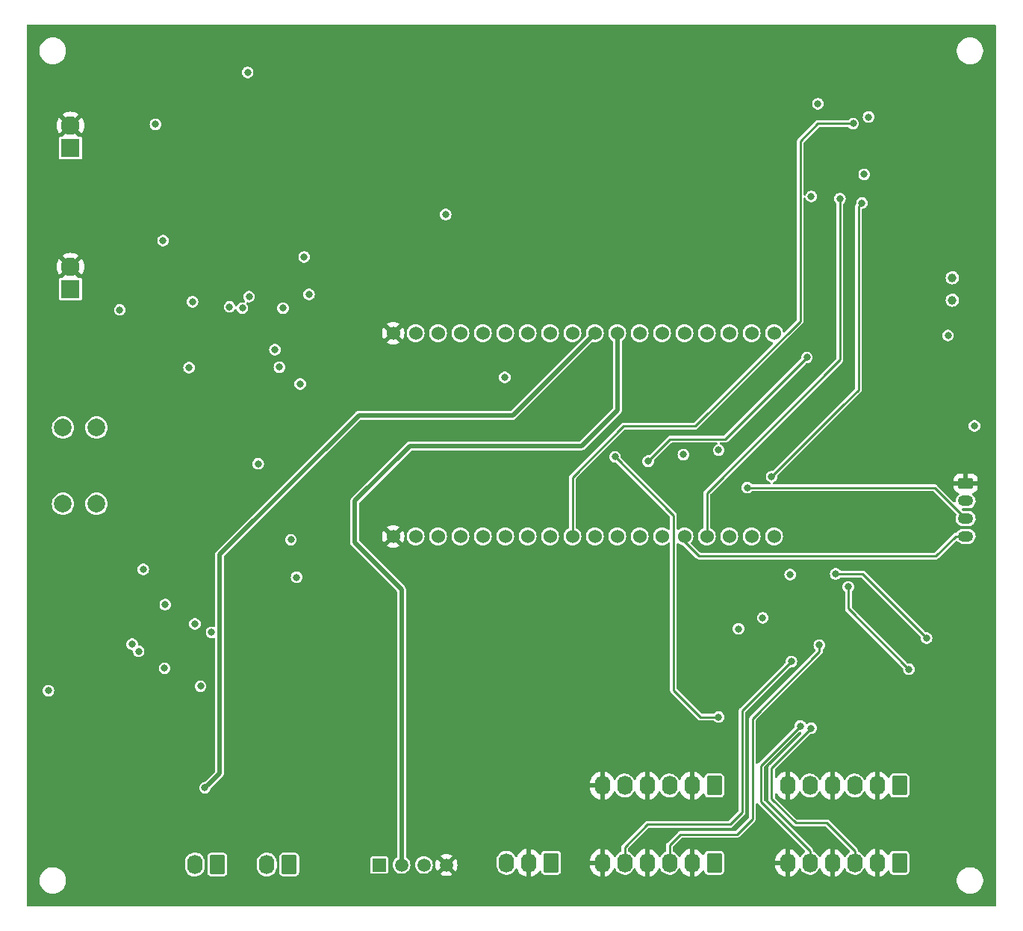
<source format=gbr>
G04 #@! TF.GenerationSoftware,KiCad,Pcbnew,7.0.2-6a45011f42~172~ubuntu22.04.1*
G04 #@! TF.CreationDate,2023-04-26T17:53:44-03:00*
G04 #@! TF.ProjectId,envcity_aqm_v2,656e7663-6974-4795-9f61-716d5f76322e,rev?*
G04 #@! TF.SameCoordinates,Original*
G04 #@! TF.FileFunction,Copper,L4,Bot*
G04 #@! TF.FilePolarity,Positive*
%FSLAX46Y46*%
G04 Gerber Fmt 4.6, Leading zero omitted, Abs format (unit mm)*
G04 Created by KiCad (PCBNEW 7.0.2-6a45011f42~172~ubuntu22.04.1) date 2023-04-26 17:53:44*
%MOMM*%
%LPD*%
G01*
G04 APERTURE LIST*
G04 Aperture macros list*
%AMRoundRect*
0 Rectangle with rounded corners*
0 $1 Rounding radius*
0 $2 $3 $4 $5 $6 $7 $8 $9 X,Y pos of 4 corners*
0 Add a 4 corners polygon primitive as box body*
4,1,4,$2,$3,$4,$5,$6,$7,$8,$9,$2,$3,0*
0 Add four circle primitives for the rounded corners*
1,1,$1+$1,$2,$3*
1,1,$1+$1,$4,$5*
1,1,$1+$1,$6,$7*
1,1,$1+$1,$8,$9*
0 Add four rect primitives between the rounded corners*
20,1,$1+$1,$2,$3,$4,$5,0*
20,1,$1+$1,$4,$5,$6,$7,0*
20,1,$1+$1,$6,$7,$8,$9,0*
20,1,$1+$1,$8,$9,$2,$3,0*%
G04 Aperture macros list end*
G04 #@! TA.AperFunction,ComponentPad*
%ADD10C,1.500000*%
G04 #@! TD*
G04 #@! TA.AperFunction,ComponentPad*
%ADD11R,1.500000X1.500000*%
G04 #@! TD*
G04 #@! TA.AperFunction,ComponentPad*
%ADD12C,2.010000*%
G04 #@! TD*
G04 #@! TA.AperFunction,ComponentPad*
%ADD13C,2.100000*%
G04 #@! TD*
G04 #@! TA.AperFunction,ComponentPad*
%ADD14R,2.100000X2.100000*%
G04 #@! TD*
G04 #@! TA.AperFunction,ComponentPad*
%ADD15RoundRect,0.250000X0.620000X0.850000X-0.620000X0.850000X-0.620000X-0.850000X0.620000X-0.850000X0*%
G04 #@! TD*
G04 #@! TA.AperFunction,ComponentPad*
%ADD16O,1.740000X2.200000*%
G04 #@! TD*
G04 #@! TA.AperFunction,ComponentPad*
%ADD17RoundRect,0.250000X-0.625000X0.350000X-0.625000X-0.350000X0.625000X-0.350000X0.625000X0.350000X0*%
G04 #@! TD*
G04 #@! TA.AperFunction,ComponentPad*
%ADD18O,1.750000X1.200000*%
G04 #@! TD*
G04 #@! TA.AperFunction,ComponentPad*
%ADD19C,1.524000*%
G04 #@! TD*
G04 #@! TA.AperFunction,ComponentPad*
%ADD20C,1.000000*%
G04 #@! TD*
G04 #@! TA.AperFunction,ViaPad*
%ADD21C,0.800000*%
G04 #@! TD*
G04 #@! TA.AperFunction,Conductor*
%ADD22C,0.250000*%
G04 #@! TD*
G04 #@! TA.AperFunction,Conductor*
%ADD23C,0.500000*%
G04 #@! TD*
G04 APERTURE END LIST*
D10*
X159120000Y-155250000D03*
X156580000Y-155250000D03*
X154040000Y-155250000D03*
D11*
X151500000Y-155250000D03*
D12*
X115650000Y-105680000D03*
X115650000Y-114320000D03*
X119450000Y-105680000D03*
X119450000Y-114320000D03*
D13*
X116500000Y-71460000D03*
D14*
X116500000Y-74000000D03*
X116500000Y-90000000D03*
D13*
X116500000Y-87460000D03*
D15*
X210500000Y-146250000D03*
D16*
X207960000Y-146250000D03*
X205420000Y-146250000D03*
X202880000Y-146250000D03*
X200340000Y-146250000D03*
X197800000Y-146250000D03*
X176800000Y-146250000D03*
X179340000Y-146250000D03*
X181880000Y-146250000D03*
X184420000Y-146250000D03*
X186960000Y-146250000D03*
D15*
X189500000Y-146250000D03*
D16*
X197800000Y-155000000D03*
X200340000Y-155000000D03*
X202880000Y-155000000D03*
X205420000Y-155000000D03*
X207960000Y-155000000D03*
D15*
X210500000Y-155000000D03*
X189500000Y-155000000D03*
D16*
X186960000Y-155000000D03*
X184420000Y-155000000D03*
X181880000Y-155000000D03*
X179340000Y-155000000D03*
X176800000Y-155000000D03*
D15*
X171000000Y-155000000D03*
D16*
X168460000Y-155000000D03*
X165920000Y-155000000D03*
D17*
X218000000Y-112000000D03*
D18*
X218000000Y-114000000D03*
X218000000Y-116000000D03*
X218000000Y-118000000D03*
D16*
X130610000Y-155200000D03*
D15*
X133150000Y-155200000D03*
X141300000Y-155200000D03*
D16*
X138760000Y-155200000D03*
D19*
X153100000Y-94985000D03*
X155640000Y-94985000D03*
X158180000Y-94985000D03*
X160720000Y-94985000D03*
X163260000Y-94985000D03*
X165800000Y-94985000D03*
X168340000Y-94985000D03*
X170880000Y-94985000D03*
X173420000Y-94985000D03*
X175960000Y-94985000D03*
X178500000Y-94985000D03*
X181040000Y-94985000D03*
X183580000Y-94985000D03*
X186120000Y-94985000D03*
X188660000Y-94985000D03*
X191200000Y-94985000D03*
X193740000Y-94985000D03*
X196280000Y-94985000D03*
X196280000Y-118015000D03*
X193740000Y-118015000D03*
X191200000Y-118015000D03*
X188660000Y-118015000D03*
X186120000Y-118015000D03*
X183580000Y-118015000D03*
X181040000Y-118015000D03*
X178500000Y-118015000D03*
X175960000Y-118015000D03*
X173420000Y-118015000D03*
X170880000Y-118015000D03*
X168340000Y-118015000D03*
X165800000Y-118015000D03*
X163260000Y-118015000D03*
X160720000Y-118015000D03*
X158180000Y-118015000D03*
X155640000Y-118015000D03*
X153100000Y-118015000D03*
D20*
X216500000Y-88710000D03*
X216500000Y-91250000D03*
D21*
X216000000Y-95250000D03*
X200500000Y-79500000D03*
X188000000Y-136750008D03*
X198100000Y-122350000D03*
X219000000Y-105500000D03*
X122100000Y-92350000D03*
X142149990Y-122650000D03*
X141498952Y-118398952D03*
X135999999Y-92150000D03*
X195000000Y-127250000D03*
X192250000Y-128500000D03*
X165750000Y-100000000D03*
X186000000Y-108750000D03*
X190000000Y-108250000D03*
X201250000Y-69000000D03*
X207000000Y-70500000D03*
X206500000Y-77000000D03*
X126140000Y-71330000D03*
X136590000Y-65440000D03*
X159050000Y-81550000D03*
X143000000Y-86350000D03*
X114000000Y-135500000D03*
X130340000Y-91430000D03*
X139690000Y-96860000D03*
X134540000Y-92020000D03*
X140600000Y-92150000D03*
X124750000Y-121750000D03*
X127170000Y-132960000D03*
X130610000Y-127940000D03*
X132500000Y-128910000D03*
X124230000Y-131040000D03*
X123500000Y-130240000D03*
X127250000Y-125750000D03*
X131250000Y-135000000D03*
X136750000Y-90850000D03*
X198250000Y-132200000D03*
X200500000Y-139750000D03*
X199250000Y-139500000D03*
X193250000Y-112500002D03*
X205250000Y-71250000D03*
X200000000Y-97750000D03*
X182000000Y-109500000D03*
X203750000Y-79750000D03*
X206250000Y-80250000D03*
X196000000Y-111250000D03*
X142550000Y-100750000D03*
X140200000Y-98850000D03*
X143550000Y-90600000D03*
X137800000Y-109799978D03*
X127000000Y-84500000D03*
X129950000Y-98900000D03*
X131750000Y-146500004D03*
X190000000Y-138500000D03*
X178250000Y-109000000D03*
X213575000Y-129550000D03*
X203275000Y-122275000D03*
X211575000Y-133075000D03*
X204700000Y-123725000D03*
X201400000Y-130350000D03*
D22*
X197850001Y-132599999D02*
X197800001Y-132599999D01*
X198250000Y-132200000D02*
X197850001Y-132599999D01*
X198250000Y-132200000D02*
X192650000Y-137800000D01*
X192650000Y-137800000D02*
X192650000Y-149300000D01*
X192650000Y-149300000D02*
X191300000Y-150650000D01*
X191300000Y-150650000D02*
X181950000Y-150650000D01*
X179340000Y-153260000D02*
X179340000Y-155000000D01*
X181950000Y-150650000D02*
X179340000Y-153260000D01*
X205420000Y-153650000D02*
X205420000Y-155000000D01*
X196000000Y-144250000D02*
X196000000Y-147750000D01*
X202270000Y-150500000D02*
X205420000Y-153650000D01*
X200500000Y-139750000D02*
X196000000Y-144250000D01*
X196000000Y-147750000D02*
X198750000Y-150500000D01*
X198750000Y-150500000D02*
X202270000Y-150500000D01*
X200340000Y-153840000D02*
X200340000Y-155000000D01*
X200340000Y-153650000D02*
X200340000Y-155000000D01*
X194750000Y-148060000D02*
X200340000Y-153650000D01*
X199250000Y-139500000D02*
X194750000Y-144000000D01*
X194750000Y-144000000D02*
X194750000Y-148060000D01*
X193250002Y-112500000D02*
X193250000Y-112500002D01*
X218000000Y-116000000D02*
X214500000Y-112500000D01*
X214500000Y-112500000D02*
X193250002Y-112500000D01*
X186120000Y-118620000D02*
X186120000Y-118015000D01*
X214625000Y-120250000D02*
X187750000Y-120250000D01*
X187750000Y-120250000D02*
X186120000Y-118620000D01*
X218000000Y-118000000D02*
X216875000Y-118000000D01*
X216875000Y-118000000D02*
X214625000Y-120250000D01*
X179225001Y-105524999D02*
X173420000Y-111330000D01*
X173420000Y-116937370D02*
X173420000Y-118015000D01*
X201250000Y-71250000D02*
X199250000Y-73250000D01*
X205250000Y-71250000D02*
X201250000Y-71250000D01*
X199250000Y-73250000D02*
X199250000Y-93623762D01*
X173420000Y-111330000D02*
X173420000Y-116937370D01*
X199250000Y-93623762D02*
X187348763Y-105524999D01*
X187348763Y-105524999D02*
X179225001Y-105524999D01*
X200000000Y-97750000D02*
X190750000Y-107000000D01*
X190750000Y-107000000D02*
X184500000Y-107000000D01*
X184500000Y-107000000D02*
X182000000Y-109500000D01*
X203750000Y-79750000D02*
X203750000Y-98000000D01*
X188660000Y-113090000D02*
X188660000Y-118015000D01*
X203750000Y-98000000D02*
X188660000Y-113090000D01*
X204000000Y-103250000D02*
X196000000Y-111250000D01*
X205850001Y-101399999D02*
X204000000Y-103250000D01*
X206250000Y-80250000D02*
X205850001Y-80649999D01*
X205850001Y-80649999D02*
X205850001Y-101399999D01*
D23*
X166645000Y-104300000D02*
X149200000Y-104300000D01*
X132149999Y-146100005D02*
X131750000Y-146500004D01*
X133399999Y-144850005D02*
X132149999Y-146100005D01*
X133399999Y-120100001D02*
X133399999Y-144850005D01*
X175960000Y-94985000D02*
X166645000Y-104300000D01*
X149200000Y-104300000D02*
X133399999Y-120100001D01*
D22*
X190000000Y-138500000D02*
X187925000Y-138500000D01*
X184875000Y-115625000D02*
X178250000Y-109000000D01*
X184875000Y-135450000D02*
X184875000Y-115625000D01*
X187925000Y-138500000D02*
X184875000Y-135450000D01*
X213575000Y-129550000D02*
X206300000Y-122275000D01*
X206300000Y-122275000D02*
X203275000Y-122275000D01*
X211575000Y-133075000D02*
X204700000Y-126200000D01*
X204700000Y-126200000D02*
X204700000Y-123725000D01*
X184420000Y-153030000D02*
X184420000Y-155000000D01*
X185650000Y-151800000D02*
X184420000Y-153030000D01*
X201400000Y-130350000D02*
X201400000Y-131100000D01*
X193850000Y-138650000D02*
X193850000Y-150000000D01*
X193850000Y-150000000D02*
X192050000Y-151800000D01*
X201400000Y-131100000D02*
X193850000Y-138650000D01*
X192050000Y-151800000D02*
X185650000Y-151800000D01*
D23*
X178500000Y-103750000D02*
X178500000Y-94985000D01*
X174500000Y-107750000D02*
X178500000Y-103750000D01*
X154040000Y-124040000D02*
X148750000Y-118750000D01*
X154040000Y-155250000D02*
X154040000Y-124040000D01*
X155000000Y-107750000D02*
X174500000Y-107750000D01*
X148750000Y-118750000D02*
X148750000Y-114000000D01*
X148750000Y-114000000D02*
X155000000Y-107750000D01*
G04 #@! TA.AperFunction,Conductor*
G36*
X199322736Y-140174502D02*
G01*
X199369229Y-140228158D01*
X199379333Y-140298432D01*
X199349839Y-140363012D01*
X199343710Y-140369595D01*
X195768724Y-143944580D01*
X195748550Y-143960964D01*
X195739419Y-143966930D01*
X195719792Y-143992146D01*
X195709463Y-144003842D01*
X195709418Y-144003886D01*
X195697212Y-144020981D01*
X195694105Y-144025148D01*
X195656691Y-144073218D01*
X195656638Y-144073322D01*
X195639259Y-144131695D01*
X195637672Y-144136650D01*
X195617889Y-144194278D01*
X195617875Y-144194373D01*
X195620392Y-144255213D01*
X195620500Y-144260420D01*
X195620500Y-147697574D01*
X195617818Y-147723431D01*
X195615581Y-147734099D01*
X195619532Y-147765793D01*
X195620500Y-147781380D01*
X195620500Y-147781448D01*
X195623955Y-147802159D01*
X195624705Y-147807304D01*
X195632241Y-147867751D01*
X195632276Y-147867861D01*
X195661255Y-147921410D01*
X195663638Y-147926039D01*
X195690406Y-147980793D01*
X195690461Y-147980866D01*
X195735284Y-148022130D01*
X195739041Y-148025735D01*
X198444581Y-150731275D01*
X198460966Y-150751450D01*
X198466932Y-150760582D01*
X198492141Y-150780203D01*
X198503842Y-150790537D01*
X198503882Y-150790577D01*
X198520977Y-150802782D01*
X198525141Y-150805887D01*
X198559213Y-150832407D01*
X198573225Y-150843313D01*
X198573314Y-150843359D01*
X198631697Y-150860740D01*
X198636660Y-150862330D01*
X198694276Y-150882110D01*
X198694366Y-150882123D01*
X198702407Y-150881790D01*
X198702409Y-150881791D01*
X198752365Y-150879725D01*
X198755200Y-150879608D01*
X198760406Y-150879500D01*
X202060616Y-150879500D01*
X202128737Y-150899502D01*
X202149711Y-150916405D01*
X204849063Y-153615757D01*
X204883089Y-153678069D01*
X204878024Y-153748884D01*
X204835477Y-153805720D01*
X204833055Y-153807489D01*
X204680259Y-153916293D01*
X204532062Y-154071719D01*
X204415957Y-154252380D01*
X204404867Y-154280083D01*
X204360979Y-154335889D01*
X204293887Y-154359109D01*
X204224892Y-154342371D01*
X204175899Y-154290988D01*
X204173078Y-154285151D01*
X204087362Y-154095526D01*
X203956007Y-153901180D01*
X203793705Y-153731837D01*
X203605103Y-153592348D01*
X203395655Y-153486745D01*
X203171365Y-153418058D01*
X203134000Y-153413273D01*
X203134000Y-154455775D01*
X203036631Y-154415444D01*
X202919323Y-154400000D01*
X202840677Y-154400000D01*
X202723369Y-154415444D01*
X202625999Y-154455775D01*
X202626000Y-153415102D01*
X202475029Y-153447640D01*
X202257374Y-153535100D01*
X202057633Y-153658085D01*
X201881546Y-153813062D01*
X201734187Y-153995562D01*
X201619784Y-154200352D01*
X201591563Y-154280227D01*
X201550010Y-154337793D01*
X201483930Y-154363755D01*
X201414305Y-154349870D01*
X201363239Y-154300547D01*
X201360768Y-154295987D01*
X201310665Y-154198801D01*
X201290293Y-154159284D01*
X201157541Y-153990476D01*
X201156526Y-153989596D01*
X200995240Y-153849842D01*
X200809256Y-153742464D01*
X200804682Y-153740881D01*
X200746852Y-153699697D01*
X200720865Y-153637390D01*
X200720465Y-153634183D01*
X200719500Y-153618618D01*
X200719500Y-153618558D01*
X200719033Y-153615757D01*
X200716040Y-153597823D01*
X200715294Y-153592700D01*
X200707756Y-153532228D01*
X200707732Y-153532155D01*
X200703900Y-153525074D01*
X200703900Y-153525073D01*
X200678746Y-153478593D01*
X200676362Y-153473961D01*
X200649593Y-153419204D01*
X200649545Y-153419140D01*
X200643619Y-153413685D01*
X200643619Y-153413684D01*
X200604713Y-153377868D01*
X200600957Y-153374263D01*
X195166405Y-147939710D01*
X195132379Y-147877398D01*
X195129500Y-147850615D01*
X195129500Y-144209382D01*
X195149502Y-144141261D01*
X195166400Y-144120292D01*
X199095288Y-140191405D01*
X199157600Y-140157379D01*
X199184383Y-140154500D01*
X199254615Y-140154500D01*
X199322736Y-140174502D01*
G37*
G04 #@! TD.AperFunction*
G04 #@! TA.AperFunction,Conductor*
G36*
X221416621Y-60045502D02*
G01*
X221463114Y-60099158D01*
X221474500Y-60151500D01*
X221474500Y-159848500D01*
X221454498Y-159916621D01*
X221400842Y-159963114D01*
X221348500Y-159974500D01*
X111651500Y-159974500D01*
X111583379Y-159954498D01*
X111536886Y-159900842D01*
X111525500Y-159848500D01*
X111525500Y-157124335D01*
X112999500Y-157124335D01*
X113040429Y-157369614D01*
X113040430Y-157369616D01*
X113121170Y-157604806D01*
X113239527Y-157823510D01*
X113392262Y-158019744D01*
X113575217Y-158188166D01*
X113783389Y-158324171D01*
X113783391Y-158324172D01*
X113783393Y-158324173D01*
X114011119Y-158424063D01*
X114252179Y-158485108D01*
X114437933Y-158500500D01*
X114440547Y-158500500D01*
X114559453Y-158500500D01*
X114562067Y-158500500D01*
X114747821Y-158485108D01*
X114988881Y-158424063D01*
X115216607Y-158324173D01*
X115424785Y-158188164D01*
X115607738Y-158019744D01*
X115760474Y-157823509D01*
X115878828Y-157604810D01*
X115959571Y-157369614D01*
X116000500Y-157124335D01*
X216999500Y-157124335D01*
X217040429Y-157369614D01*
X217040430Y-157369616D01*
X217121170Y-157604806D01*
X217239527Y-157823510D01*
X217392262Y-158019744D01*
X217575217Y-158188166D01*
X217783389Y-158324171D01*
X217783391Y-158324172D01*
X217783393Y-158324173D01*
X218011119Y-158424063D01*
X218252179Y-158485108D01*
X218437933Y-158500500D01*
X218440547Y-158500500D01*
X218559453Y-158500500D01*
X218562067Y-158500500D01*
X218747821Y-158485108D01*
X218988881Y-158424063D01*
X219216607Y-158324173D01*
X219424785Y-158188164D01*
X219607738Y-158019744D01*
X219760474Y-157823509D01*
X219878828Y-157604810D01*
X219959571Y-157369614D01*
X220000500Y-157124335D01*
X220000500Y-156875665D01*
X219959571Y-156630386D01*
X219878828Y-156395190D01*
X219760474Y-156176491D01*
X219607738Y-155980256D01*
X219572286Y-155947620D01*
X219424782Y-155811833D01*
X219216610Y-155675828D01*
X219008530Y-155584556D01*
X218988881Y-155575937D01*
X218988879Y-155575936D01*
X218988876Y-155575935D01*
X218747826Y-155514893D01*
X218747824Y-155514892D01*
X218747821Y-155514892D01*
X218623361Y-155504578D01*
X218564665Y-155499715D01*
X218564658Y-155499714D01*
X218562067Y-155499500D01*
X218437933Y-155499500D01*
X218435342Y-155499714D01*
X218435334Y-155499715D01*
X218359028Y-155506038D01*
X218252179Y-155514892D01*
X218252176Y-155514892D01*
X218252173Y-155514893D01*
X218011123Y-155575935D01*
X217783389Y-155675828D01*
X217575217Y-155811833D01*
X217392262Y-155980255D01*
X217239527Y-156176489D01*
X217121170Y-156395193D01*
X217056046Y-156584896D01*
X217040429Y-156630386D01*
X216999500Y-156875665D01*
X216999500Y-157124335D01*
X116000500Y-157124335D01*
X116000500Y-156875665D01*
X115959571Y-156630386D01*
X115878828Y-156395190D01*
X115760474Y-156176491D01*
X115607738Y-155980256D01*
X115572286Y-155947620D01*
X115424782Y-155811833D01*
X115216610Y-155675828D01*
X115008530Y-155584556D01*
X114988881Y-155575937D01*
X114988879Y-155575936D01*
X114988876Y-155575935D01*
X114747826Y-155514893D01*
X114747824Y-155514892D01*
X114747821Y-155514892D01*
X114623361Y-155504578D01*
X114564665Y-155499715D01*
X114564658Y-155499714D01*
X114562067Y-155499500D01*
X114437933Y-155499500D01*
X114435342Y-155499714D01*
X114435334Y-155499715D01*
X114359028Y-155506038D01*
X114252179Y-155514892D01*
X114252176Y-155514892D01*
X114252173Y-155514893D01*
X114011123Y-155575935D01*
X113783389Y-155675828D01*
X113575217Y-155811833D01*
X113392262Y-155980255D01*
X113239527Y-156176489D01*
X113121170Y-156395193D01*
X113056046Y-156584896D01*
X113040429Y-156630386D01*
X112999500Y-156875665D01*
X112999500Y-157124335D01*
X111525500Y-157124335D01*
X111525500Y-155483566D01*
X129485500Y-155483566D01*
X129485784Y-155486544D01*
X129485785Y-155486557D01*
X129500798Y-155643779D01*
X129561301Y-155849836D01*
X129651639Y-156025066D01*
X129659707Y-156040716D01*
X129792459Y-156209524D01*
X129954759Y-156350157D01*
X130140741Y-156457534D01*
X130343683Y-156527773D01*
X130449966Y-156543054D01*
X130556249Y-156558336D01*
X130556250Y-156558335D01*
X130556251Y-156558336D01*
X130770761Y-156548117D01*
X130979461Y-156497487D01*
X131174807Y-156408275D01*
X131349741Y-156283706D01*
X131497937Y-156128282D01*
X131519390Y-156094901D01*
X132025500Y-156094901D01*
X132025501Y-156098254D01*
X132025860Y-156101596D01*
X132025861Y-156101610D01*
X132031959Y-156158338D01*
X132031959Y-156158340D01*
X132031960Y-156158342D01*
X132060794Y-156235650D01*
X132082658Y-156294268D01*
X132169595Y-156410404D01*
X132285731Y-156497341D01*
X132285732Y-156497341D01*
X132285733Y-156497342D01*
X132421658Y-156548040D01*
X132467076Y-156552923D01*
X132478377Y-156554138D01*
X132481745Y-156554500D01*
X133818254Y-156554499D01*
X133878342Y-156548040D01*
X134014267Y-156497342D01*
X134130404Y-156410404D01*
X134217342Y-156294267D01*
X134268040Y-156158342D01*
X134274500Y-156098255D01*
X134274500Y-155483566D01*
X137635500Y-155483566D01*
X137635784Y-155486544D01*
X137635785Y-155486557D01*
X137650798Y-155643779D01*
X137711301Y-155849836D01*
X137801639Y-156025066D01*
X137809707Y-156040716D01*
X137942459Y-156209524D01*
X138104759Y-156350157D01*
X138290741Y-156457534D01*
X138493683Y-156527773D01*
X138599967Y-156543054D01*
X138706249Y-156558336D01*
X138706250Y-156558335D01*
X138706251Y-156558336D01*
X138920761Y-156548117D01*
X139129461Y-156497487D01*
X139324807Y-156408275D01*
X139499741Y-156283706D01*
X139647937Y-156128282D01*
X139669390Y-156094901D01*
X140175500Y-156094901D01*
X140175501Y-156098254D01*
X140175860Y-156101596D01*
X140175861Y-156101610D01*
X140181959Y-156158338D01*
X140181959Y-156158340D01*
X140181960Y-156158342D01*
X140210794Y-156235650D01*
X140232658Y-156294268D01*
X140319595Y-156410404D01*
X140435731Y-156497341D01*
X140435732Y-156497341D01*
X140435733Y-156497342D01*
X140571658Y-156548040D01*
X140617076Y-156552923D01*
X140628377Y-156554138D01*
X140631745Y-156554500D01*
X141968254Y-156554499D01*
X142028342Y-156548040D01*
X142164267Y-156497342D01*
X142280404Y-156410404D01*
X142367342Y-156294267D01*
X142418040Y-156158342D01*
X142424500Y-156098255D01*
X142424500Y-156025068D01*
X150495500Y-156025068D01*
X150510265Y-156099300D01*
X150566515Y-156183484D01*
X150603616Y-156208274D01*
X150650699Y-156239734D01*
X150724933Y-156254500D01*
X152275066Y-156254499D01*
X152275068Y-156254499D01*
X152324555Y-156244655D01*
X152349301Y-156239734D01*
X152433484Y-156183484D01*
X152489734Y-156099301D01*
X152504500Y-156025067D01*
X152504499Y-154474934D01*
X152504499Y-154474933D01*
X152504499Y-154474931D01*
X152489734Y-154400699D01*
X152433484Y-154316515D01*
X152349301Y-154260266D01*
X152309655Y-154252380D01*
X152275067Y-154245500D01*
X152275066Y-154245500D01*
X150724931Y-154245500D01*
X150650699Y-154260265D01*
X150566515Y-154316515D01*
X150510266Y-154400698D01*
X150495500Y-154474933D01*
X150495500Y-156025068D01*
X142424500Y-156025068D01*
X142424499Y-154301746D01*
X142418040Y-154241658D01*
X142367342Y-154105733D01*
X142367341Y-154105731D01*
X142280404Y-153989595D01*
X142164268Y-153902658D01*
X142028339Y-153851959D01*
X141971603Y-153845859D01*
X141971585Y-153845858D01*
X141968255Y-153845500D01*
X141964887Y-153845500D01*
X140635116Y-153845500D01*
X140635097Y-153845500D01*
X140631746Y-153845501D01*
X140628404Y-153845860D01*
X140628389Y-153845861D01*
X140571661Y-153851959D01*
X140435731Y-153902658D01*
X140319595Y-153989595D01*
X140232658Y-154105731D01*
X140181959Y-154241660D01*
X140175859Y-154298396D01*
X140175857Y-154298415D01*
X140175500Y-154301745D01*
X140175500Y-154305111D01*
X140175500Y-154305112D01*
X140175500Y-156094883D01*
X140175500Y-156094901D01*
X139669390Y-156094901D01*
X139764042Y-155947620D01*
X139765170Y-155944804D01*
X139843857Y-155748251D01*
X139843856Y-155748251D01*
X139843858Y-155748249D01*
X139884500Y-155537377D01*
X139884500Y-154916434D01*
X139869201Y-154756219D01*
X139841719Y-154662623D01*
X139808698Y-154550163D01*
X139732765Y-154402875D01*
X139710293Y-154359284D01*
X139577541Y-154190476D01*
X139494301Y-154118348D01*
X139415240Y-154049842D01*
X139229259Y-153942466D01*
X139114241Y-153902658D01*
X139026317Y-153872227D01*
X139026316Y-153872226D01*
X139026314Y-153872226D01*
X138813750Y-153841663D01*
X138599239Y-153851882D01*
X138390543Y-153902511D01*
X138195191Y-153991725D01*
X138020259Y-154116293D01*
X137872062Y-154271719D01*
X137755955Y-154452383D01*
X137676142Y-154651748D01*
X137644082Y-154818095D01*
X137635500Y-154862623D01*
X137635500Y-155483566D01*
X134274500Y-155483566D01*
X134274499Y-154301746D01*
X134268040Y-154241658D01*
X134217342Y-154105733D01*
X134217341Y-154105731D01*
X134130404Y-153989595D01*
X134014268Y-153902658D01*
X133878339Y-153851959D01*
X133821603Y-153845859D01*
X133821585Y-153845858D01*
X133818255Y-153845500D01*
X133814887Y-153845500D01*
X132485116Y-153845500D01*
X132485097Y-153845500D01*
X132481746Y-153845501D01*
X132478404Y-153845860D01*
X132478389Y-153845861D01*
X132421661Y-153851959D01*
X132285731Y-153902658D01*
X132169595Y-153989595D01*
X132082658Y-154105731D01*
X132031959Y-154241660D01*
X132025859Y-154298396D01*
X132025857Y-154298415D01*
X132025500Y-154301745D01*
X132025500Y-154305111D01*
X132025500Y-154305112D01*
X132025500Y-156094883D01*
X132025500Y-156094901D01*
X131519390Y-156094901D01*
X131614042Y-155947620D01*
X131615170Y-155944804D01*
X131693857Y-155748251D01*
X131693856Y-155748251D01*
X131693858Y-155748249D01*
X131734500Y-155537377D01*
X131734500Y-154916434D01*
X131719201Y-154756219D01*
X131691719Y-154662623D01*
X131658698Y-154550163D01*
X131582765Y-154402875D01*
X131560293Y-154359284D01*
X131427541Y-154190476D01*
X131344301Y-154118348D01*
X131265240Y-154049842D01*
X131079259Y-153942466D01*
X130964241Y-153902658D01*
X130876317Y-153872227D01*
X130876316Y-153872226D01*
X130876314Y-153872226D01*
X130663750Y-153841663D01*
X130449239Y-153851882D01*
X130240543Y-153902511D01*
X130045191Y-153991725D01*
X129870259Y-154116293D01*
X129722062Y-154271719D01*
X129605955Y-154452383D01*
X129526142Y-154651748D01*
X129494082Y-154818095D01*
X129485500Y-154862623D01*
X129485500Y-155483566D01*
X111525500Y-155483566D01*
X111525500Y-146500004D01*
X131090693Y-146500004D01*
X131109850Y-146657784D01*
X131166212Y-146806398D01*
X131230910Y-146900128D01*
X131256502Y-146937205D01*
X131375471Y-147042603D01*
X131516207Y-147116467D01*
X131670529Y-147154504D01*
X131670531Y-147154504D01*
X131829469Y-147154504D01*
X131829471Y-147154504D01*
X131983793Y-147116467D01*
X132124529Y-147042603D01*
X132243498Y-146937205D01*
X132333787Y-146806399D01*
X132390149Y-146657786D01*
X132396580Y-146604812D01*
X132424646Y-146539604D01*
X132432553Y-146530920D01*
X132532249Y-146431226D01*
X132532249Y-146431225D01*
X133708803Y-145254670D01*
X133729772Y-145237772D01*
X133733774Y-145235201D01*
X133766549Y-145197375D01*
X133772638Y-145190836D01*
X133782249Y-145181226D01*
X133790391Y-145170348D01*
X133796015Y-145163369D01*
X133828776Y-145125563D01*
X133830748Y-145121243D01*
X133844494Y-145098075D01*
X133847342Y-145094272D01*
X133864831Y-145047378D01*
X133868259Y-145039104D01*
X133889041Y-144993601D01*
X133889715Y-144988905D01*
X133896378Y-144962797D01*
X133898039Y-144958347D01*
X133901607Y-144908444D01*
X133902566Y-144899528D01*
X133904499Y-144886088D01*
X133904499Y-144872521D01*
X133904820Y-144863533D01*
X133906335Y-144842348D01*
X133908388Y-144813645D01*
X133907378Y-144809000D01*
X133904499Y-144782220D01*
X133904499Y-132637200D01*
X133904499Y-122650000D01*
X141490683Y-122650000D01*
X141509840Y-122807780D01*
X141566202Y-122956394D01*
X141599408Y-123004500D01*
X141656492Y-123087201D01*
X141775461Y-123192599D01*
X141916197Y-123266463D01*
X142070519Y-123304500D01*
X142070521Y-123304500D01*
X142229459Y-123304500D01*
X142229461Y-123304500D01*
X142383783Y-123266463D01*
X142524519Y-123192599D01*
X142643488Y-123087201D01*
X142733777Y-122956395D01*
X142790139Y-122807782D01*
X142809297Y-122650000D01*
X142790139Y-122492218D01*
X142733777Y-122343605D01*
X142643488Y-122212799D01*
X142524519Y-122107401D01*
X142402966Y-122043605D01*
X142383785Y-122033538D01*
X142383784Y-122033537D01*
X142383783Y-122033537D01*
X142229461Y-121995500D01*
X142070519Y-121995500D01*
X141916197Y-122033537D01*
X141916196Y-122033537D01*
X141916194Y-122033538D01*
X141775462Y-122107400D01*
X141656491Y-122212799D01*
X141566202Y-122343605D01*
X141509840Y-122492219D01*
X141490683Y-122650000D01*
X133904499Y-122650000D01*
X133904499Y-120361157D01*
X133924500Y-120293040D01*
X133941394Y-120272076D01*
X135814518Y-118398952D01*
X140839645Y-118398952D01*
X140858802Y-118556732D01*
X140915164Y-118705346D01*
X140986326Y-118808441D01*
X141005454Y-118836153D01*
X141124423Y-118941551D01*
X141265159Y-119015415D01*
X141419481Y-119053452D01*
X141419483Y-119053452D01*
X141578421Y-119053452D01*
X141578423Y-119053452D01*
X141732745Y-119015415D01*
X141873481Y-118941551D01*
X141992450Y-118836153D01*
X142077015Y-118713640D01*
X148241611Y-118713640D01*
X148242059Y-118719909D01*
X148245179Y-118763528D01*
X148245500Y-118772516D01*
X148245500Y-118786086D01*
X148247429Y-118799508D01*
X148248390Y-118808441D01*
X148251960Y-118858342D01*
X148253621Y-118862795D01*
X148260282Y-118888895D01*
X148260957Y-118893595D01*
X148281736Y-118939095D01*
X148285170Y-118947385D01*
X148289379Y-118958667D01*
X148302657Y-118994268D01*
X148305503Y-118998069D01*
X148319244Y-119021227D01*
X148321220Y-119025555D01*
X148321223Y-119025558D01*
X148353976Y-119063357D01*
X148359608Y-119070346D01*
X148367749Y-119081220D01*
X148377335Y-119090806D01*
X148383464Y-119097388D01*
X148416225Y-119135196D01*
X148420223Y-119137765D01*
X148441197Y-119154668D01*
X153498596Y-124212067D01*
X153532621Y-124274377D01*
X153535500Y-124301160D01*
X153535500Y-154305149D01*
X153515498Y-154373270D01*
X153486497Y-154400043D01*
X153488822Y-154402875D01*
X153326274Y-154536274D01*
X153200749Y-154689226D01*
X153107474Y-154863732D01*
X153050034Y-155053088D01*
X153030639Y-155250000D01*
X153050034Y-155446911D01*
X153050034Y-155446913D01*
X153050035Y-155446916D01*
X153107467Y-155636244D01*
X153107474Y-155636267D01*
X153200749Y-155810773D01*
X153326274Y-155963725D01*
X153479226Y-156089250D01*
X153498028Y-156099300D01*
X153653735Y-156182527D01*
X153843084Y-156239965D01*
X154040000Y-156259360D01*
X154236916Y-156239965D01*
X154426265Y-156182527D01*
X154600770Y-156089252D01*
X154600771Y-156089250D01*
X154600773Y-156089250D01*
X154753725Y-155963725D01*
X154879250Y-155810773D01*
X154927812Y-155719920D01*
X154972527Y-155636265D01*
X155029965Y-155446916D01*
X155049360Y-155250000D01*
X155570639Y-155250000D01*
X155590034Y-155446911D01*
X155590034Y-155446913D01*
X155590035Y-155446916D01*
X155647467Y-155636244D01*
X155647474Y-155636267D01*
X155740749Y-155810773D01*
X155866274Y-155963725D01*
X156019226Y-156089250D01*
X156038028Y-156099300D01*
X156193735Y-156182527D01*
X156383084Y-156239965D01*
X156580000Y-156259360D01*
X156776916Y-156239965D01*
X156966265Y-156182527D01*
X157140770Y-156089252D01*
X157140771Y-156089250D01*
X157140773Y-156089250D01*
X157293725Y-155963725D01*
X157419250Y-155810773D01*
X157467812Y-155719920D01*
X157512527Y-155636265D01*
X157569965Y-155446916D01*
X157589360Y-155250000D01*
X157857195Y-155250000D01*
X157876380Y-155469284D01*
X157933350Y-155681905D01*
X158026379Y-155881403D01*
X158068801Y-155941986D01*
X158721272Y-155289515D01*
X158734835Y-155375148D01*
X158792359Y-155488045D01*
X158881955Y-155577641D01*
X158994852Y-155635165D01*
X159080481Y-155648727D01*
X158428012Y-156301196D01*
X158428012Y-156301198D01*
X158488595Y-156343620D01*
X158688094Y-156436649D01*
X158900715Y-156493619D01*
X159120000Y-156512804D01*
X159339284Y-156493619D01*
X159551904Y-156436649D01*
X159751405Y-156343619D01*
X159811986Y-156301198D01*
X159811986Y-156301197D01*
X159159517Y-155648727D01*
X159245148Y-155635165D01*
X159358045Y-155577641D01*
X159447641Y-155488045D01*
X159505165Y-155375148D01*
X159518727Y-155289516D01*
X160171197Y-155941986D01*
X160171198Y-155941986D01*
X160213619Y-155881405D01*
X160306649Y-155681904D01*
X160363619Y-155469284D01*
X160379867Y-155283566D01*
X164795500Y-155283566D01*
X164795784Y-155286544D01*
X164795785Y-155286557D01*
X164810798Y-155443779D01*
X164871301Y-155649836D01*
X164954269Y-155810770D01*
X164969707Y-155840716D01*
X165102459Y-156009524D01*
X165264759Y-156150157D01*
X165450741Y-156257534D01*
X165653683Y-156327773D01*
X165752035Y-156341914D01*
X165866249Y-156358336D01*
X165866250Y-156358335D01*
X165866251Y-156358336D01*
X166080761Y-156348117D01*
X166289461Y-156297487D01*
X166484807Y-156208275D01*
X166659741Y-156083706D01*
X166807937Y-155928282D01*
X166924042Y-155747620D01*
X166935131Y-155719918D01*
X166979017Y-155664112D01*
X167046108Y-155640890D01*
X167115104Y-155657626D01*
X167164098Y-155709008D01*
X167166921Y-155714847D01*
X167252638Y-155904475D01*
X167383992Y-156098819D01*
X167546294Y-156268162D01*
X167734896Y-156407651D01*
X167944344Y-156513254D01*
X168168632Y-156581940D01*
X168205999Y-156586725D01*
X168206000Y-156586725D01*
X168206000Y-155544224D01*
X168303369Y-155584556D01*
X168420677Y-155600000D01*
X168499323Y-155600000D01*
X168616631Y-155584556D01*
X168714000Y-155544224D01*
X168714000Y-156584896D01*
X168864968Y-156552361D01*
X169082624Y-156464899D01*
X169282366Y-156341914D01*
X169458453Y-156186937D01*
X169605813Y-156004435D01*
X169648855Y-155927388D01*
X169699539Y-155877672D01*
X169769055Y-155863251D01*
X169835333Y-155888702D01*
X169876911Y-155944804D01*
X169932658Y-156094268D01*
X170019595Y-156210404D01*
X170135731Y-156297341D01*
X170135732Y-156297341D01*
X170135733Y-156297342D01*
X170271658Y-156348040D01*
X170317076Y-156352923D01*
X170328377Y-156354138D01*
X170331745Y-156354500D01*
X171668254Y-156354499D01*
X171728342Y-156348040D01*
X171864267Y-156297342D01*
X171980404Y-156210404D01*
X172067342Y-156094267D01*
X172118040Y-155958342D01*
X172124500Y-155898255D01*
X172124500Y-155285869D01*
X175422000Y-155285869D01*
X175422226Y-155291192D01*
X175436910Y-155463726D01*
X175496015Y-155690721D01*
X175592638Y-155904475D01*
X175723992Y-156098819D01*
X175886294Y-156268162D01*
X176074896Y-156407651D01*
X176284344Y-156513254D01*
X176508632Y-156581940D01*
X176545999Y-156586725D01*
X176546000Y-156586724D01*
X176546000Y-155544224D01*
X176643369Y-155584556D01*
X176760677Y-155600000D01*
X176839323Y-155600000D01*
X176956631Y-155584556D01*
X177054000Y-155544224D01*
X177054000Y-156584896D01*
X177204968Y-156552361D01*
X177422624Y-156464899D01*
X177622366Y-156341914D01*
X177798453Y-156186937D01*
X177945812Y-156004437D01*
X178060213Y-155799651D01*
X178088435Y-155719773D01*
X178129988Y-155662207D01*
X178196067Y-155636244D01*
X178265693Y-155650128D01*
X178316760Y-155699450D01*
X178319231Y-155704011D01*
X178327357Y-155719773D01*
X178389707Y-155840716D01*
X178522459Y-156009524D01*
X178684759Y-156150157D01*
X178870741Y-156257534D01*
X179073683Y-156327773D01*
X179172035Y-156341914D01*
X179286249Y-156358336D01*
X179286250Y-156358335D01*
X179286251Y-156358336D01*
X179500761Y-156348117D01*
X179709461Y-156297487D01*
X179904807Y-156208275D01*
X180079741Y-156083706D01*
X180227937Y-155928282D01*
X180344042Y-155747620D01*
X180355131Y-155719918D01*
X180399017Y-155664112D01*
X180466108Y-155640890D01*
X180535104Y-155657626D01*
X180584098Y-155709008D01*
X180586921Y-155714847D01*
X180672638Y-155904475D01*
X180803992Y-156098819D01*
X180966294Y-156268162D01*
X181154896Y-156407651D01*
X181364344Y-156513254D01*
X181588632Y-156581940D01*
X181626000Y-156586725D01*
X181626000Y-155544224D01*
X181723369Y-155584556D01*
X181840677Y-155600000D01*
X181919323Y-155600000D01*
X182036631Y-155584556D01*
X182134000Y-155544224D01*
X182134000Y-156584896D01*
X182284968Y-156552361D01*
X182502624Y-156464899D01*
X182702366Y-156341914D01*
X182878453Y-156186937D01*
X183025812Y-156004437D01*
X183140213Y-155799651D01*
X183168435Y-155719773D01*
X183209988Y-155662207D01*
X183276067Y-155636244D01*
X183345693Y-155650128D01*
X183396760Y-155699450D01*
X183399231Y-155704011D01*
X183407357Y-155719773D01*
X183469707Y-155840716D01*
X183602459Y-156009524D01*
X183764759Y-156150157D01*
X183950741Y-156257534D01*
X184153683Y-156327773D01*
X184252035Y-156341914D01*
X184366249Y-156358336D01*
X184366250Y-156358335D01*
X184366251Y-156358336D01*
X184580761Y-156348117D01*
X184789461Y-156297487D01*
X184984807Y-156208275D01*
X185159741Y-156083706D01*
X185307937Y-155928282D01*
X185424042Y-155747620D01*
X185435131Y-155719918D01*
X185479017Y-155664112D01*
X185546108Y-155640890D01*
X185615104Y-155657626D01*
X185664098Y-155709008D01*
X185666921Y-155714847D01*
X185752638Y-155904475D01*
X185883992Y-156098819D01*
X186046294Y-156268162D01*
X186234896Y-156407651D01*
X186444344Y-156513254D01*
X186668632Y-156581940D01*
X186705999Y-156586725D01*
X186706000Y-156586724D01*
X186706000Y-155544224D01*
X186803369Y-155584556D01*
X186920677Y-155600000D01*
X186999323Y-155600000D01*
X187116631Y-155584556D01*
X187214000Y-155544224D01*
X187214000Y-156584897D01*
X187364968Y-156552361D01*
X187582624Y-156464899D01*
X187782366Y-156341914D01*
X187958453Y-156186937D01*
X188105813Y-156004435D01*
X188148855Y-155927388D01*
X188199539Y-155877672D01*
X188269055Y-155863251D01*
X188335333Y-155888702D01*
X188376911Y-155944804D01*
X188432658Y-156094268D01*
X188519595Y-156210404D01*
X188635731Y-156297341D01*
X188635732Y-156297341D01*
X188635733Y-156297342D01*
X188771658Y-156348040D01*
X188817076Y-156352923D01*
X188828377Y-156354138D01*
X188831745Y-156354500D01*
X190168254Y-156354499D01*
X190228342Y-156348040D01*
X190364267Y-156297342D01*
X190480404Y-156210404D01*
X190567342Y-156094267D01*
X190618040Y-155958342D01*
X190624500Y-155898255D01*
X190624499Y-154101746D01*
X190618040Y-154041658D01*
X190567342Y-153905733D01*
X190567341Y-153905731D01*
X190480404Y-153789595D01*
X190364268Y-153702658D01*
X190261207Y-153664218D01*
X190228342Y-153651960D01*
X190228341Y-153651959D01*
X190228339Y-153651959D01*
X190171603Y-153645859D01*
X190171585Y-153645858D01*
X190168255Y-153645500D01*
X190164887Y-153645500D01*
X188835116Y-153645500D01*
X188835097Y-153645500D01*
X188831746Y-153645501D01*
X188828404Y-153645860D01*
X188828389Y-153645861D01*
X188771661Y-153651959D01*
X188635731Y-153702658D01*
X188519595Y-153789595D01*
X188432658Y-153905731D01*
X188418957Y-153942466D01*
X188401051Y-153990475D01*
X188378180Y-154051794D01*
X188335633Y-154108629D01*
X188269112Y-154133440D01*
X188199738Y-154118348D01*
X188155732Y-154078318D01*
X188036007Y-153901180D01*
X187873705Y-153731837D01*
X187685103Y-153592348D01*
X187475655Y-153486745D01*
X187251365Y-153418058D01*
X187214000Y-153413273D01*
X187214000Y-154455775D01*
X187116631Y-154415444D01*
X186999323Y-154400000D01*
X186920677Y-154400000D01*
X186803369Y-154415444D01*
X186706000Y-154455775D01*
X186706000Y-153415102D01*
X186555029Y-153447640D01*
X186337374Y-153535100D01*
X186137633Y-153658085D01*
X185961546Y-153813062D01*
X185814187Y-153995562D01*
X185699784Y-154200352D01*
X185671563Y-154280227D01*
X185630010Y-154337793D01*
X185563930Y-154363755D01*
X185494305Y-154349870D01*
X185443239Y-154300547D01*
X185440768Y-154295987D01*
X185390665Y-154198801D01*
X185370293Y-154159284D01*
X185237541Y-153990476D01*
X185236526Y-153989596D01*
X185075240Y-153849842D01*
X184889256Y-153742464D01*
X184884283Y-153740743D01*
X184826453Y-153699558D01*
X184800070Y-153633645D01*
X184799500Y-153621675D01*
X184799500Y-153239383D01*
X184819502Y-153171262D01*
X184836400Y-153150292D01*
X185770291Y-152216402D01*
X185832601Y-152182379D01*
X185859384Y-152179500D01*
X191997574Y-152179500D01*
X192023431Y-152182181D01*
X192034100Y-152184419D01*
X192065796Y-152180468D01*
X192081382Y-152179500D01*
X192081440Y-152179500D01*
X192081443Y-152179500D01*
X192102194Y-152176036D01*
X192107243Y-152175300D01*
X192159783Y-152168752D01*
X192159788Y-152168749D01*
X192167782Y-152167753D01*
X192167842Y-152167734D01*
X192174926Y-152163900D01*
X192174927Y-152163900D01*
X192221411Y-152138742D01*
X192226043Y-152136359D01*
X192280807Y-152109587D01*
X192280854Y-152109552D01*
X192322130Y-152064714D01*
X192325713Y-152060979D01*
X194081276Y-150305416D01*
X194101457Y-150289029D01*
X194110582Y-150283068D01*
X194130201Y-150257859D01*
X194140546Y-150246147D01*
X194140580Y-150246114D01*
X194152774Y-150229033D01*
X194155880Y-150224867D01*
X194188375Y-150183119D01*
X194188375Y-150183116D01*
X194193321Y-150176763D01*
X194193355Y-150176698D01*
X194198619Y-150159015D01*
X194210746Y-150118276D01*
X194212312Y-150113388D01*
X194229500Y-150063327D01*
X194229500Y-150063326D01*
X194232112Y-150055719D01*
X194232123Y-150055637D01*
X194231790Y-150047592D01*
X194231791Y-150047591D01*
X194229608Y-149994800D01*
X194229500Y-149989594D01*
X194229500Y-148383913D01*
X194249502Y-148315792D01*
X194303158Y-148269299D01*
X194373432Y-148259195D01*
X194438012Y-148288689D01*
X194440839Y-148291213D01*
X194446379Y-148296313D01*
X194446381Y-148296316D01*
X194484906Y-148331781D01*
X194485285Y-148332130D01*
X194489041Y-148335735D01*
X199769063Y-153615757D01*
X199803089Y-153678069D01*
X199798024Y-153748884D01*
X199755477Y-153805720D01*
X199753055Y-153807489D01*
X199600259Y-153916293D01*
X199452062Y-154071719D01*
X199335957Y-154252380D01*
X199324867Y-154280083D01*
X199280979Y-154335889D01*
X199213887Y-154359109D01*
X199144892Y-154342371D01*
X199095899Y-154290988D01*
X199093078Y-154285151D01*
X199007362Y-154095526D01*
X198876007Y-153901180D01*
X198713705Y-153731837D01*
X198525103Y-153592348D01*
X198315655Y-153486745D01*
X198091365Y-153418058D01*
X198054000Y-153413273D01*
X198054000Y-154455775D01*
X197956631Y-154415444D01*
X197839323Y-154400000D01*
X197760677Y-154400000D01*
X197643369Y-154415444D01*
X197545999Y-154455775D01*
X197545999Y-153415102D01*
X197395029Y-153447640D01*
X197177374Y-153535100D01*
X196977633Y-153658085D01*
X196801546Y-153813062D01*
X196654187Y-153995562D01*
X196539786Y-154200349D01*
X196461643Y-154421518D01*
X196422000Y-154652717D01*
X196422000Y-154746000D01*
X197255775Y-154746000D01*
X197215444Y-154843369D01*
X197194823Y-155000000D01*
X197215444Y-155156631D01*
X197255775Y-155254000D01*
X196422000Y-155254000D01*
X196422000Y-155285869D01*
X196422226Y-155291192D01*
X196436910Y-155463726D01*
X196496015Y-155690721D01*
X196592638Y-155904475D01*
X196723992Y-156098819D01*
X196886294Y-156268162D01*
X197074896Y-156407651D01*
X197284344Y-156513254D01*
X197508632Y-156581940D01*
X197545999Y-156586725D01*
X197546000Y-156586724D01*
X197546000Y-155544224D01*
X197643369Y-155584556D01*
X197760677Y-155600000D01*
X197839323Y-155600000D01*
X197956631Y-155584556D01*
X198054000Y-155544224D01*
X198054000Y-156584896D01*
X198204968Y-156552361D01*
X198422624Y-156464899D01*
X198622366Y-156341914D01*
X198798453Y-156186937D01*
X198945812Y-156004437D01*
X199060213Y-155799651D01*
X199088435Y-155719773D01*
X199129988Y-155662207D01*
X199196067Y-155636244D01*
X199265693Y-155650128D01*
X199316760Y-155699450D01*
X199319231Y-155704011D01*
X199327357Y-155719773D01*
X199389707Y-155840716D01*
X199522459Y-156009524D01*
X199684759Y-156150157D01*
X199870741Y-156257534D01*
X200073683Y-156327773D01*
X200172035Y-156341914D01*
X200286249Y-156358336D01*
X200286250Y-156358335D01*
X200286251Y-156358336D01*
X200500761Y-156348117D01*
X200709461Y-156297487D01*
X200904807Y-156208275D01*
X201079741Y-156083706D01*
X201227937Y-155928282D01*
X201344042Y-155747620D01*
X201355131Y-155719918D01*
X201399017Y-155664112D01*
X201466108Y-155640890D01*
X201535104Y-155657626D01*
X201584098Y-155709008D01*
X201586921Y-155714847D01*
X201672638Y-155904475D01*
X201803992Y-156098819D01*
X201966294Y-156268162D01*
X202154896Y-156407651D01*
X202364344Y-156513254D01*
X202588632Y-156581940D01*
X202625999Y-156586725D01*
X202626000Y-156586725D01*
X202625999Y-155544224D01*
X202723369Y-155584556D01*
X202840677Y-155600000D01*
X202919323Y-155600000D01*
X203036631Y-155584556D01*
X203133999Y-155544224D01*
X203133999Y-156584896D01*
X203284968Y-156552361D01*
X203502624Y-156464899D01*
X203702366Y-156341914D01*
X203878453Y-156186937D01*
X204025812Y-156004437D01*
X204140213Y-155799651D01*
X204168435Y-155719773D01*
X204209988Y-155662207D01*
X204276067Y-155636244D01*
X204345693Y-155650128D01*
X204396760Y-155699450D01*
X204399231Y-155704011D01*
X204407357Y-155719773D01*
X204469707Y-155840716D01*
X204602459Y-156009524D01*
X204764759Y-156150157D01*
X204950741Y-156257534D01*
X205153683Y-156327773D01*
X205252035Y-156341914D01*
X205366249Y-156358336D01*
X205366250Y-156358335D01*
X205366251Y-156358336D01*
X205580761Y-156348117D01*
X205789461Y-156297487D01*
X205984807Y-156208275D01*
X206159741Y-156083706D01*
X206307937Y-155928282D01*
X206424042Y-155747620D01*
X206435131Y-155719918D01*
X206479017Y-155664112D01*
X206546108Y-155640890D01*
X206615104Y-155657626D01*
X206664098Y-155709008D01*
X206666921Y-155714847D01*
X206752638Y-155904475D01*
X206883992Y-156098819D01*
X207046294Y-156268162D01*
X207234896Y-156407651D01*
X207444344Y-156513254D01*
X207668632Y-156581940D01*
X207705998Y-156586725D01*
X207705999Y-156586724D01*
X207705999Y-155544224D01*
X207803369Y-155584556D01*
X207920677Y-155600000D01*
X207999323Y-155600000D01*
X208116631Y-155584556D01*
X208214000Y-155544224D01*
X208214000Y-156584897D01*
X208364968Y-156552361D01*
X208582624Y-156464899D01*
X208782366Y-156341914D01*
X208958453Y-156186937D01*
X209105813Y-156004435D01*
X209148855Y-155927388D01*
X209199539Y-155877672D01*
X209269055Y-155863251D01*
X209335333Y-155888702D01*
X209376911Y-155944804D01*
X209432658Y-156094268D01*
X209519595Y-156210404D01*
X209635731Y-156297341D01*
X209635732Y-156297341D01*
X209635733Y-156297342D01*
X209771658Y-156348040D01*
X209817076Y-156352923D01*
X209828377Y-156354138D01*
X209831745Y-156354500D01*
X211168254Y-156354499D01*
X211228342Y-156348040D01*
X211364267Y-156297342D01*
X211480404Y-156210404D01*
X211567342Y-156094267D01*
X211618040Y-155958342D01*
X211624500Y-155898255D01*
X211624499Y-154101746D01*
X211618040Y-154041658D01*
X211567342Y-153905733D01*
X211567341Y-153905731D01*
X211480404Y-153789595D01*
X211364268Y-153702658D01*
X211261207Y-153664218D01*
X211228342Y-153651960D01*
X211228341Y-153651959D01*
X211228339Y-153651959D01*
X211171603Y-153645859D01*
X211171585Y-153645858D01*
X211168255Y-153645500D01*
X211164887Y-153645500D01*
X209835116Y-153645500D01*
X209835097Y-153645500D01*
X209831746Y-153645501D01*
X209828404Y-153645860D01*
X209828389Y-153645861D01*
X209771661Y-153651959D01*
X209635731Y-153702658D01*
X209519595Y-153789595D01*
X209432658Y-153905731D01*
X209418957Y-153942466D01*
X209401051Y-153990475D01*
X209378180Y-154051794D01*
X209335633Y-154108629D01*
X209269112Y-154133440D01*
X209199738Y-154118348D01*
X209155732Y-154078318D01*
X209036007Y-153901180D01*
X208873705Y-153731837D01*
X208685103Y-153592348D01*
X208475655Y-153486745D01*
X208251365Y-153418058D01*
X208214000Y-153413273D01*
X208214000Y-154455775D01*
X208116631Y-154415444D01*
X207999323Y-154400000D01*
X207920677Y-154400000D01*
X207803369Y-154415444D01*
X207706000Y-154455775D01*
X207706000Y-153415102D01*
X207555029Y-153447640D01*
X207337374Y-153535100D01*
X207137633Y-153658085D01*
X206961546Y-153813062D01*
X206814187Y-153995562D01*
X206699784Y-154200352D01*
X206671563Y-154280227D01*
X206630010Y-154337793D01*
X206563930Y-154363755D01*
X206494305Y-154349870D01*
X206443239Y-154300547D01*
X206440768Y-154295987D01*
X206390665Y-154198801D01*
X206370293Y-154159284D01*
X206237541Y-153990476D01*
X206236526Y-153989596D01*
X206075240Y-153849842D01*
X205889256Y-153742464D01*
X205884682Y-153740881D01*
X205826852Y-153699697D01*
X205800865Y-153637390D01*
X205800465Y-153634183D01*
X205799500Y-153618618D01*
X205799500Y-153618558D01*
X205799033Y-153615757D01*
X205796040Y-153597823D01*
X205795294Y-153592700D01*
X205787756Y-153532228D01*
X205787732Y-153532155D01*
X205783900Y-153525074D01*
X205783900Y-153525073D01*
X205758746Y-153478593D01*
X205756362Y-153473961D01*
X205729593Y-153419204D01*
X205729545Y-153419140D01*
X205723619Y-153413685D01*
X205723619Y-153413684D01*
X205684713Y-153377868D01*
X205680957Y-153374263D01*
X202575418Y-150268724D01*
X202559030Y-150248544D01*
X202557459Y-150246139D01*
X202553068Y-150239418D01*
X202545587Y-150233595D01*
X202527855Y-150219793D01*
X202516153Y-150209458D01*
X202516117Y-150209422D01*
X202499032Y-150197223D01*
X202494863Y-150194114D01*
X202462569Y-150168980D01*
X202453119Y-150161625D01*
X202453117Y-150161624D01*
X202446767Y-150156682D01*
X202446692Y-150156643D01*
X202388311Y-150139262D01*
X202383353Y-150137673D01*
X202325722Y-150117888D01*
X202325630Y-150117875D01*
X202264786Y-150120392D01*
X202259579Y-150120500D01*
X198959384Y-150120500D01*
X198891263Y-150100498D01*
X198870289Y-150083595D01*
X196416405Y-147629711D01*
X196382379Y-147567399D01*
X196379500Y-147540616D01*
X196379500Y-147250559D01*
X196399502Y-147182438D01*
X196453158Y-147135945D01*
X196523432Y-147125841D01*
X196588012Y-147155335D01*
X196609892Y-147180002D01*
X196723992Y-147348819D01*
X196886294Y-147518162D01*
X197074896Y-147657651D01*
X197284344Y-147763254D01*
X197508632Y-147831940D01*
X197546000Y-147836725D01*
X197546000Y-146794224D01*
X197643369Y-146834556D01*
X197760677Y-146850000D01*
X197839323Y-146850000D01*
X197956631Y-146834556D01*
X198054000Y-146794224D01*
X198054000Y-147834896D01*
X198204968Y-147802361D01*
X198422624Y-147714899D01*
X198622366Y-147591914D01*
X198798453Y-147436937D01*
X198945812Y-147254437D01*
X199060213Y-147049651D01*
X199088435Y-146969773D01*
X199129988Y-146912207D01*
X199196067Y-146886244D01*
X199265693Y-146900128D01*
X199316760Y-146949450D01*
X199319231Y-146954011D01*
X199327357Y-146969773D01*
X199389707Y-147090716D01*
X199522459Y-147259524D01*
X199684759Y-147400157D01*
X199870741Y-147507534D01*
X200073683Y-147577773D01*
X200172035Y-147591914D01*
X200286249Y-147608336D01*
X200286250Y-147608335D01*
X200286251Y-147608336D01*
X200500761Y-147598117D01*
X200709461Y-147547487D01*
X200904807Y-147458275D01*
X201079741Y-147333706D01*
X201227937Y-147178282D01*
X201344042Y-146997620D01*
X201355131Y-146969918D01*
X201399017Y-146914112D01*
X201466108Y-146890890D01*
X201535104Y-146907626D01*
X201584098Y-146959008D01*
X201586921Y-146964847D01*
X201672638Y-147154475D01*
X201803992Y-147348819D01*
X201966294Y-147518162D01*
X202154896Y-147657651D01*
X202364344Y-147763254D01*
X202588632Y-147831940D01*
X202626000Y-147836725D01*
X202625999Y-146794224D01*
X202723369Y-146834556D01*
X202840677Y-146850000D01*
X202919323Y-146850000D01*
X203036631Y-146834556D01*
X203133999Y-146794224D01*
X203133999Y-147834896D01*
X203284968Y-147802361D01*
X203502624Y-147714899D01*
X203702366Y-147591914D01*
X203878453Y-147436937D01*
X204025812Y-147254437D01*
X204140213Y-147049651D01*
X204168435Y-146969773D01*
X204209988Y-146912207D01*
X204276067Y-146886244D01*
X204345693Y-146900128D01*
X204396760Y-146949450D01*
X204399231Y-146954011D01*
X204407357Y-146969773D01*
X204469707Y-147090716D01*
X204602459Y-147259524D01*
X204764759Y-147400157D01*
X204950741Y-147507534D01*
X205153683Y-147577773D01*
X205252035Y-147591914D01*
X205366249Y-147608336D01*
X205366250Y-147608335D01*
X205366251Y-147608336D01*
X205580761Y-147598117D01*
X205789461Y-147547487D01*
X205984807Y-147458275D01*
X206159741Y-147333706D01*
X206307937Y-147178282D01*
X206424042Y-146997620D01*
X206435131Y-146969918D01*
X206479017Y-146914112D01*
X206546108Y-146890890D01*
X206615104Y-146907626D01*
X206664098Y-146959008D01*
X206666921Y-146964847D01*
X206752638Y-147154475D01*
X206883992Y-147348819D01*
X207046294Y-147518162D01*
X207234896Y-147657651D01*
X207444344Y-147763254D01*
X207668632Y-147831940D01*
X207705998Y-147836725D01*
X207705999Y-147836724D01*
X207705999Y-146794224D01*
X207803369Y-146834556D01*
X207920677Y-146850000D01*
X207999323Y-146850000D01*
X208116631Y-146834556D01*
X208214000Y-146794224D01*
X208214000Y-147834896D01*
X208364968Y-147802361D01*
X208582624Y-147714899D01*
X208782366Y-147591914D01*
X208958453Y-147436937D01*
X209105813Y-147254435D01*
X209148855Y-147177388D01*
X209199539Y-147127672D01*
X209269055Y-147113251D01*
X209335333Y-147138702D01*
X209376911Y-147194804D01*
X209432658Y-147344268D01*
X209519595Y-147460404D01*
X209635731Y-147547341D01*
X209635732Y-147547341D01*
X209635733Y-147547342D01*
X209771658Y-147598040D01*
X209817076Y-147602923D01*
X209828377Y-147604138D01*
X209831745Y-147604500D01*
X211168254Y-147604499D01*
X211228342Y-147598040D01*
X211364267Y-147547342D01*
X211480404Y-147460404D01*
X211567342Y-147344267D01*
X211618040Y-147208342D01*
X211624500Y-147148255D01*
X211624499Y-145351746D01*
X211618040Y-145291658D01*
X211567342Y-145155733D01*
X211544759Y-145125565D01*
X211480404Y-145039595D01*
X211364268Y-144952658D01*
X211245750Y-144908453D01*
X211228342Y-144901960D01*
X211228341Y-144901959D01*
X211228339Y-144901959D01*
X211171603Y-144895859D01*
X211171585Y-144895858D01*
X211168255Y-144895500D01*
X211164887Y-144895500D01*
X209835116Y-144895500D01*
X209835097Y-144895500D01*
X209831746Y-144895501D01*
X209828404Y-144895860D01*
X209828389Y-144895861D01*
X209771661Y-144901959D01*
X209635731Y-144952658D01*
X209519595Y-145039595D01*
X209432658Y-145155731D01*
X209418385Y-145194000D01*
X209401051Y-145240475D01*
X209378180Y-145301794D01*
X209335633Y-145358629D01*
X209269112Y-145383440D01*
X209199738Y-145368348D01*
X209155732Y-145328318D01*
X209036007Y-145151180D01*
X208873705Y-144981837D01*
X208685103Y-144842348D01*
X208475655Y-144736745D01*
X208251365Y-144668058D01*
X208214000Y-144663273D01*
X208214000Y-145705775D01*
X208116631Y-145665444D01*
X207999323Y-145650000D01*
X207920677Y-145650000D01*
X207803369Y-145665444D01*
X207706000Y-145705775D01*
X207706000Y-144665102D01*
X207555029Y-144697640D01*
X207337374Y-144785100D01*
X207137633Y-144908085D01*
X206961546Y-145063062D01*
X206814187Y-145245562D01*
X206699784Y-145450352D01*
X206671563Y-145530227D01*
X206630010Y-145587793D01*
X206563930Y-145613755D01*
X206494305Y-145599870D01*
X206443239Y-145550547D01*
X206440768Y-145545987D01*
X206391463Y-145450349D01*
X206370293Y-145409284D01*
X206237541Y-145240476D01*
X206169163Y-145181226D01*
X206075240Y-145099842D01*
X205889259Y-144992466D01*
X205774241Y-144952658D01*
X205686317Y-144922227D01*
X205686316Y-144922226D01*
X205686314Y-144922226D01*
X205473750Y-144891663D01*
X205259239Y-144901882D01*
X205050543Y-144952511D01*
X204855191Y-145041725D01*
X204680259Y-145166293D01*
X204532062Y-145321719D01*
X204415957Y-145502380D01*
X204404867Y-145530083D01*
X204360979Y-145585889D01*
X204293887Y-145609109D01*
X204224892Y-145592371D01*
X204175899Y-145540988D01*
X204173078Y-145535151D01*
X204087362Y-145345526D01*
X203956007Y-145151180D01*
X203793705Y-144981837D01*
X203605103Y-144842348D01*
X203395655Y-144736745D01*
X203171365Y-144668058D01*
X203134000Y-144663273D01*
X203134000Y-145705775D01*
X203036631Y-145665444D01*
X202919323Y-145650000D01*
X202840677Y-145650000D01*
X202723369Y-145665444D01*
X202625999Y-145705775D01*
X202626000Y-144665102D01*
X202475029Y-144697640D01*
X202257374Y-144785100D01*
X202057633Y-144908085D01*
X201881546Y-145063062D01*
X201734187Y-145245562D01*
X201619784Y-145450352D01*
X201591563Y-145530227D01*
X201550010Y-145587793D01*
X201483930Y-145613755D01*
X201414305Y-145599870D01*
X201363239Y-145550547D01*
X201360768Y-145545987D01*
X201311463Y-145450349D01*
X201290293Y-145409284D01*
X201157541Y-145240476D01*
X201089163Y-145181226D01*
X200995240Y-145099842D01*
X200809259Y-144992466D01*
X200694241Y-144952658D01*
X200606317Y-144922227D01*
X200606316Y-144922226D01*
X200606314Y-144922226D01*
X200393750Y-144891663D01*
X200179239Y-144901882D01*
X199970543Y-144952511D01*
X199775191Y-145041725D01*
X199600259Y-145166293D01*
X199452062Y-145321719D01*
X199335957Y-145502380D01*
X199324867Y-145530083D01*
X199280979Y-145585889D01*
X199213887Y-145609109D01*
X199144892Y-145592371D01*
X199095899Y-145540988D01*
X199093078Y-145535151D01*
X199007362Y-145345526D01*
X198876007Y-145151180D01*
X198713705Y-144981837D01*
X198525103Y-144842348D01*
X198315655Y-144736745D01*
X198091365Y-144668058D01*
X198054000Y-144663273D01*
X198054000Y-145705775D01*
X197956631Y-145665444D01*
X197839323Y-145650000D01*
X197760677Y-145650000D01*
X197643369Y-145665444D01*
X197545999Y-145705775D01*
X197545999Y-144665102D01*
X197395029Y-144697640D01*
X197177374Y-144785100D01*
X196977633Y-144908085D01*
X196801546Y-145063062D01*
X196654187Y-145245562D01*
X196615500Y-145314816D01*
X196564815Y-145364531D01*
X196495299Y-145378952D01*
X196429021Y-145353501D01*
X196387025Y-145296257D01*
X196379500Y-145253366D01*
X196379500Y-144459383D01*
X196399502Y-144391262D01*
X196416400Y-144370293D01*
X200345288Y-140441404D01*
X200407600Y-140407379D01*
X200434383Y-140404500D01*
X200579469Y-140404500D01*
X200579471Y-140404500D01*
X200733793Y-140366463D01*
X200874529Y-140292599D01*
X200993498Y-140187201D01*
X201083787Y-140056395D01*
X201140149Y-139907782D01*
X201159307Y-139750000D01*
X201140149Y-139592218D01*
X201083787Y-139443605D01*
X200993498Y-139312799D01*
X200874529Y-139207401D01*
X200733793Y-139133537D01*
X200579471Y-139095500D01*
X200420529Y-139095500D01*
X200266207Y-139133537D01*
X200266206Y-139133537D01*
X200266204Y-139133538D01*
X200125472Y-139207400D01*
X200047693Y-139276306D01*
X199983440Y-139306506D01*
X199913059Y-139297174D01*
X199858896Y-139251273D01*
X199846328Y-139226673D01*
X199833787Y-139193605D01*
X199743498Y-139062799D01*
X199720697Y-139042599D01*
X199624529Y-138957401D01*
X199483793Y-138883537D01*
X199329471Y-138845500D01*
X199170529Y-138845500D01*
X199016207Y-138883537D01*
X199016206Y-138883537D01*
X199016204Y-138883538D01*
X198875472Y-138957400D01*
X198756501Y-139062799D01*
X198666212Y-139193605D01*
X198609850Y-139342219D01*
X198590693Y-139499997D01*
X198596574Y-139548437D01*
X198584927Y-139618471D01*
X198560587Y-139652717D01*
X194518724Y-143694580D01*
X194498550Y-143710964D01*
X194489419Y-143716930D01*
X194469792Y-143742146D01*
X194459463Y-143753842D01*
X194459420Y-143753884D01*
X194458042Y-143755815D01*
X194455485Y-143757820D01*
X194452040Y-143761266D01*
X194451623Y-143760849D01*
X194402178Y-143799630D01*
X194331494Y-143806287D01*
X194268432Y-143773673D01*
X194233013Y-143712142D01*
X194229500Y-143682595D01*
X194229500Y-138859383D01*
X194249502Y-138791262D01*
X194266405Y-138770288D01*
X197878913Y-135157780D01*
X201631276Y-131405416D01*
X201651457Y-131389029D01*
X201660582Y-131383068D01*
X201680201Y-131357859D01*
X201690546Y-131346147D01*
X201690580Y-131346114D01*
X201702774Y-131329033D01*
X201705880Y-131324867D01*
X201738375Y-131283119D01*
X201738375Y-131283116D01*
X201743321Y-131276763D01*
X201743355Y-131276698D01*
X201745653Y-131268980D01*
X201760746Y-131218276D01*
X201762312Y-131213388D01*
X201779500Y-131163327D01*
X201779500Y-131163326D01*
X201782112Y-131155719D01*
X201782123Y-131155637D01*
X201781790Y-131147592D01*
X201781791Y-131147591D01*
X201779608Y-131094800D01*
X201779500Y-131089594D01*
X201779500Y-130944902D01*
X201799502Y-130876781D01*
X201821947Y-130850590D01*
X201893498Y-130787201D01*
X201983787Y-130656395D01*
X202040149Y-130507782D01*
X202059307Y-130350000D01*
X202040149Y-130192218D01*
X201983787Y-130043605D01*
X201893498Y-129912799D01*
X201774529Y-129807401D01*
X201633793Y-129733537D01*
X201479471Y-129695500D01*
X201320529Y-129695500D01*
X201166207Y-129733537D01*
X201166206Y-129733537D01*
X201166204Y-129733538D01*
X201025472Y-129807400D01*
X200906501Y-129912799D01*
X200816212Y-130043605D01*
X200759850Y-130192219D01*
X200740693Y-130350000D01*
X200759850Y-130507780D01*
X200816212Y-130656394D01*
X200906501Y-130787200D01*
X200949268Y-130825089D01*
X200986993Y-130885234D01*
X200986213Y-130956226D01*
X200954809Y-131008496D01*
X193618724Y-138344580D01*
X193598550Y-138360964D01*
X193589419Y-138366930D01*
X193569792Y-138392146D01*
X193559463Y-138403842D01*
X193559418Y-138403886D01*
X193547212Y-138420981D01*
X193544105Y-138425148D01*
X193506691Y-138473218D01*
X193506638Y-138473322D01*
X193489259Y-138531695D01*
X193487672Y-138536650D01*
X193467889Y-138594278D01*
X193467875Y-138594373D01*
X193470392Y-138655213D01*
X193470500Y-138660420D01*
X193470500Y-149790616D01*
X193450498Y-149858737D01*
X193433595Y-149879711D01*
X191929711Y-151383595D01*
X191867399Y-151417621D01*
X191840616Y-151420500D01*
X185702426Y-151420500D01*
X185676568Y-151417818D01*
X185665899Y-151415580D01*
X185634204Y-151419532D01*
X185618618Y-151420500D01*
X185618557Y-151420500D01*
X185597850Y-151423954D01*
X185592708Y-151424703D01*
X185532247Y-151432241D01*
X185532137Y-151432276D01*
X185478583Y-151461258D01*
X185473955Y-151463641D01*
X185419217Y-151490401D01*
X185419127Y-151490468D01*
X185377868Y-151535285D01*
X185374265Y-151539039D01*
X184188724Y-152724580D01*
X184168550Y-152740964D01*
X184159419Y-152746930D01*
X184139792Y-152772146D01*
X184129463Y-152783842D01*
X184129418Y-152783886D01*
X184117212Y-152800981D01*
X184114105Y-152805148D01*
X184076691Y-152853218D01*
X184076638Y-152853322D01*
X184059259Y-152911695D01*
X184057672Y-152916650D01*
X184037889Y-152974278D01*
X184037875Y-152974373D01*
X184040392Y-153035213D01*
X184040500Y-153040420D01*
X184040500Y-153626122D01*
X184020498Y-153694243D01*
X183966843Y-153740735D01*
X183855195Y-153791723D01*
X183680259Y-153916293D01*
X183532062Y-154071719D01*
X183415957Y-154252380D01*
X183404867Y-154280083D01*
X183360979Y-154335889D01*
X183293887Y-154359109D01*
X183224892Y-154342371D01*
X183175899Y-154290988D01*
X183173078Y-154285151D01*
X183087362Y-154095526D01*
X182956007Y-153901180D01*
X182793705Y-153731837D01*
X182605103Y-153592348D01*
X182395655Y-153486745D01*
X182171365Y-153418058D01*
X182134000Y-153413273D01*
X182134000Y-154455775D01*
X182036631Y-154415444D01*
X181919323Y-154400000D01*
X181840677Y-154400000D01*
X181723369Y-154415444D01*
X181626000Y-154455775D01*
X181626000Y-153415102D01*
X181475029Y-153447640D01*
X181257374Y-153535100D01*
X181057633Y-153658085D01*
X180881546Y-153813062D01*
X180734187Y-153995562D01*
X180619784Y-154200352D01*
X180591563Y-154280227D01*
X180550010Y-154337793D01*
X180483930Y-154363755D01*
X180414305Y-154349870D01*
X180363239Y-154300547D01*
X180360768Y-154295987D01*
X180310665Y-154198801D01*
X180290293Y-154159284D01*
X180157541Y-153990476D01*
X180156526Y-153989596D01*
X179995240Y-153849842D01*
X179809256Y-153742464D01*
X179804283Y-153740743D01*
X179746453Y-153699558D01*
X179720070Y-153633645D01*
X179719500Y-153621675D01*
X179719500Y-153469384D01*
X179739502Y-153401263D01*
X179756405Y-153380289D01*
X182070289Y-151066405D01*
X182132601Y-151032379D01*
X182159384Y-151029500D01*
X191247574Y-151029500D01*
X191273431Y-151032181D01*
X191284100Y-151034419D01*
X191315796Y-151030468D01*
X191331382Y-151029500D01*
X191331440Y-151029500D01*
X191331443Y-151029500D01*
X191352194Y-151026036D01*
X191357243Y-151025300D01*
X191409783Y-151018752D01*
X191409788Y-151018749D01*
X191417782Y-151017753D01*
X191417842Y-151017734D01*
X191424926Y-151013900D01*
X191424927Y-151013900D01*
X191471411Y-150988742D01*
X191476043Y-150986359D01*
X191530807Y-150959587D01*
X191530854Y-150959552D01*
X191572130Y-150914714D01*
X191575713Y-150910979D01*
X192881276Y-149605416D01*
X192901457Y-149589029D01*
X192910582Y-149583068D01*
X192930201Y-149557859D01*
X192940546Y-149546147D01*
X192940580Y-149546114D01*
X192952774Y-149529033D01*
X192955880Y-149524867D01*
X192988375Y-149483119D01*
X192988375Y-149483116D01*
X192993321Y-149476763D01*
X192993355Y-149476698D01*
X192995653Y-149468980D01*
X193010746Y-149418276D01*
X193012312Y-149413388D01*
X193029500Y-149363327D01*
X193029500Y-149363326D01*
X193032112Y-149355719D01*
X193032123Y-149355637D01*
X193031790Y-149347592D01*
X193031791Y-149347591D01*
X193029608Y-149294800D01*
X193029500Y-149289594D01*
X193029500Y-138009383D01*
X193049502Y-137941262D01*
X193066405Y-137920288D01*
X195563262Y-135423431D01*
X198066269Y-132920423D01*
X198080861Y-132909543D01*
X198086314Y-132903619D01*
X198086317Y-132903618D01*
X198094100Y-132895162D01*
X198154953Y-132858592D01*
X198186802Y-132854500D01*
X198329469Y-132854500D01*
X198329471Y-132854500D01*
X198483793Y-132816463D01*
X198624529Y-132742599D01*
X198743498Y-132637201D01*
X198833787Y-132506395D01*
X198890149Y-132357782D01*
X198909307Y-132200000D01*
X198890149Y-132042218D01*
X198833787Y-131893605D01*
X198743498Y-131762799D01*
X198624529Y-131657401D01*
X198483793Y-131583537D01*
X198329471Y-131545500D01*
X198170529Y-131545500D01*
X198016207Y-131583537D01*
X198016206Y-131583537D01*
X198016204Y-131583538D01*
X197875472Y-131657400D01*
X197756501Y-131762799D01*
X197666212Y-131893605D01*
X197609850Y-132042219D01*
X197590693Y-132199997D01*
X197590875Y-132201496D01*
X197589527Y-132209600D01*
X197588849Y-132215186D01*
X197588603Y-132215156D01*
X197579228Y-132271530D01*
X197558494Y-132302017D01*
X197477905Y-132389559D01*
X197451608Y-132449509D01*
X197425316Y-132487988D01*
X192418724Y-137494580D01*
X192398550Y-137510964D01*
X192389419Y-137516930D01*
X192369792Y-137542146D01*
X192359463Y-137553842D01*
X192359418Y-137553886D01*
X192347212Y-137570981D01*
X192344105Y-137575148D01*
X192306691Y-137623218D01*
X192306638Y-137623322D01*
X192289259Y-137681695D01*
X192287672Y-137686650D01*
X192267889Y-137744278D01*
X192267875Y-137744373D01*
X192270392Y-137805213D01*
X192270500Y-137810420D01*
X192270500Y-149090615D01*
X192250498Y-149158736D01*
X192233595Y-149179710D01*
X191179711Y-150233595D01*
X191117399Y-150267620D01*
X191090616Y-150270500D01*
X182002422Y-150270500D01*
X181976564Y-150267818D01*
X181965900Y-150265581D01*
X181938191Y-150269035D01*
X181934209Y-150269532D01*
X181918626Y-150270500D01*
X181918553Y-150270500D01*
X181897825Y-150273958D01*
X181892677Y-150274708D01*
X181832252Y-150282239D01*
X181832132Y-150282278D01*
X181778567Y-150311265D01*
X181773942Y-150313646D01*
X181719222Y-150340398D01*
X181719126Y-150340469D01*
X181677868Y-150385285D01*
X181674265Y-150389039D01*
X179108724Y-152954580D01*
X179088550Y-152970964D01*
X179079419Y-152976930D01*
X179059792Y-153002146D01*
X179049463Y-153013842D01*
X179049418Y-153013886D01*
X179037212Y-153030981D01*
X179034105Y-153035148D01*
X178996691Y-153083218D01*
X178996638Y-153083322D01*
X178979259Y-153141695D01*
X178977672Y-153146650D01*
X178957889Y-153204278D01*
X178957875Y-153204373D01*
X178960392Y-153265213D01*
X178960500Y-153270420D01*
X178960500Y-153626122D01*
X178940498Y-153694243D01*
X178886843Y-153740735D01*
X178775195Y-153791723D01*
X178600259Y-153916293D01*
X178452062Y-154071719D01*
X178335957Y-154252380D01*
X178324867Y-154280083D01*
X178280979Y-154335889D01*
X178213887Y-154359109D01*
X178144892Y-154342371D01*
X178095899Y-154290988D01*
X178093078Y-154285151D01*
X178007362Y-154095526D01*
X177876007Y-153901180D01*
X177713705Y-153731837D01*
X177525103Y-153592348D01*
X177315655Y-153486745D01*
X177091364Y-153418058D01*
X177053999Y-153413273D01*
X177053999Y-154455775D01*
X176956631Y-154415444D01*
X176839323Y-154400000D01*
X176760677Y-154400000D01*
X176643369Y-154415444D01*
X176546000Y-154455775D01*
X176546000Y-153415102D01*
X176395029Y-153447640D01*
X176177374Y-153535100D01*
X175977633Y-153658085D01*
X175801546Y-153813062D01*
X175654187Y-153995562D01*
X175539786Y-154200349D01*
X175461643Y-154421518D01*
X175422000Y-154652717D01*
X175422000Y-154746000D01*
X176255775Y-154746000D01*
X176215444Y-154843369D01*
X176194823Y-155000000D01*
X176215444Y-155156631D01*
X176255775Y-155254000D01*
X175422000Y-155254000D01*
X175422000Y-155285869D01*
X172124500Y-155285869D01*
X172124499Y-154101746D01*
X172118040Y-154041658D01*
X172067342Y-153905733D01*
X172067341Y-153905731D01*
X171980404Y-153789595D01*
X171864268Y-153702658D01*
X171761207Y-153664218D01*
X171728342Y-153651960D01*
X171728341Y-153651959D01*
X171728339Y-153651959D01*
X171671603Y-153645859D01*
X171671585Y-153645858D01*
X171668255Y-153645500D01*
X171664887Y-153645500D01*
X170335116Y-153645500D01*
X170335097Y-153645500D01*
X170331746Y-153645501D01*
X170328404Y-153645860D01*
X170328389Y-153645861D01*
X170271661Y-153651959D01*
X170135731Y-153702658D01*
X170019595Y-153789595D01*
X169932658Y-153905731D01*
X169918957Y-153942466D01*
X169901051Y-153990475D01*
X169878180Y-154051794D01*
X169835633Y-154108629D01*
X169769112Y-154133440D01*
X169699738Y-154118348D01*
X169655732Y-154078318D01*
X169536007Y-153901180D01*
X169373705Y-153731837D01*
X169185103Y-153592348D01*
X168975655Y-153486745D01*
X168751365Y-153418058D01*
X168714000Y-153413273D01*
X168714000Y-154455775D01*
X168616631Y-154415444D01*
X168499323Y-154400000D01*
X168420677Y-154400000D01*
X168303369Y-154415444D01*
X168206000Y-154455775D01*
X168206000Y-153415102D01*
X168055029Y-153447640D01*
X167837374Y-153535100D01*
X167637633Y-153658085D01*
X167461546Y-153813062D01*
X167314187Y-153995562D01*
X167199784Y-154200352D01*
X167171563Y-154280227D01*
X167130010Y-154337793D01*
X167063930Y-154363755D01*
X166994305Y-154349870D01*
X166943239Y-154300547D01*
X166940768Y-154295987D01*
X166890665Y-154198801D01*
X166870293Y-154159284D01*
X166737541Y-153990476D01*
X166736526Y-153989596D01*
X166575240Y-153849842D01*
X166389259Y-153742466D01*
X166274241Y-153702658D01*
X166186317Y-153672227D01*
X166186316Y-153672226D01*
X166186314Y-153672226D01*
X165973750Y-153641663D01*
X165759239Y-153651882D01*
X165550543Y-153702511D01*
X165355191Y-153791725D01*
X165180259Y-153916293D01*
X165032062Y-154071719D01*
X164915955Y-154252383D01*
X164836142Y-154451748D01*
X164803985Y-154618597D01*
X164795500Y-154662623D01*
X164795500Y-155283566D01*
X160379867Y-155283566D01*
X160382804Y-155249999D01*
X160363619Y-155030715D01*
X160306649Y-154818095D01*
X160213620Y-154618597D01*
X160171198Y-154558012D01*
X160171196Y-154558012D01*
X159518727Y-155210481D01*
X159505165Y-155124852D01*
X159447641Y-155011955D01*
X159358045Y-154922359D01*
X159245148Y-154864835D01*
X159159516Y-154851272D01*
X159811986Y-154198801D01*
X159811986Y-154198800D01*
X159751403Y-154156379D01*
X159551905Y-154063350D01*
X159339284Y-154006380D01*
X159119999Y-153987195D01*
X158900715Y-154006380D01*
X158688092Y-154063351D01*
X158488598Y-154156378D01*
X158428011Y-154198801D01*
X159080482Y-154851272D01*
X158994852Y-154864835D01*
X158881955Y-154922359D01*
X158792359Y-155011955D01*
X158734835Y-155124852D01*
X158721272Y-155210482D01*
X158068801Y-154558011D01*
X158026378Y-154618598D01*
X157933351Y-154818092D01*
X157876380Y-155030715D01*
X157857195Y-155250000D01*
X157589360Y-155250000D01*
X157569965Y-155053084D01*
X157512527Y-154863735D01*
X157419252Y-154689230D01*
X157419250Y-154689226D01*
X157293725Y-154536274D01*
X157140773Y-154410749D01*
X156966267Y-154317474D01*
X156966266Y-154317473D01*
X156966265Y-154317473D01*
X156776916Y-154260035D01*
X156776913Y-154260034D01*
X156776911Y-154260034D01*
X156580000Y-154240639D01*
X156383088Y-154260034D01*
X156383085Y-154260034D01*
X156383084Y-154260035D01*
X156234484Y-154305112D01*
X156193732Y-154317474D01*
X156019226Y-154410749D01*
X155866274Y-154536274D01*
X155740749Y-154689226D01*
X155647474Y-154863732D01*
X155590034Y-155053088D01*
X155570639Y-155250000D01*
X155049360Y-155250000D01*
X155029965Y-155053084D01*
X154972527Y-154863735D01*
X154879252Y-154689230D01*
X154879250Y-154689226D01*
X154753725Y-154536274D01*
X154591178Y-154402875D01*
X154593981Y-154399459D01*
X154560423Y-154366461D01*
X154544500Y-154305149D01*
X154544500Y-146535869D01*
X175422000Y-146535869D01*
X175422226Y-146541192D01*
X175436910Y-146713726D01*
X175496015Y-146940721D01*
X175592638Y-147154475D01*
X175723992Y-147348819D01*
X175886294Y-147518162D01*
X176074896Y-147657651D01*
X176284344Y-147763254D01*
X176508632Y-147831940D01*
X176545999Y-147836725D01*
X176546000Y-147836725D01*
X176546000Y-146794224D01*
X176643369Y-146834556D01*
X176760677Y-146850000D01*
X176839323Y-146850000D01*
X176956631Y-146834556D01*
X177054000Y-146794224D01*
X177054000Y-147834896D01*
X177204968Y-147802361D01*
X177422624Y-147714899D01*
X177622366Y-147591914D01*
X177798453Y-147436937D01*
X177945812Y-147254437D01*
X178060213Y-147049651D01*
X178088435Y-146969773D01*
X178129988Y-146912207D01*
X178196067Y-146886244D01*
X178265693Y-146900128D01*
X178316760Y-146949450D01*
X178319231Y-146954011D01*
X178327357Y-146969773D01*
X178389707Y-147090716D01*
X178522459Y-147259524D01*
X178684759Y-147400157D01*
X178870741Y-147507534D01*
X179073683Y-147577773D01*
X179172035Y-147591914D01*
X179286249Y-147608336D01*
X179286250Y-147608335D01*
X179286251Y-147608336D01*
X179500761Y-147598117D01*
X179709461Y-147547487D01*
X179904807Y-147458275D01*
X180079741Y-147333706D01*
X180227937Y-147178282D01*
X180344042Y-146997620D01*
X180355131Y-146969918D01*
X180399017Y-146914112D01*
X180466108Y-146890890D01*
X180535104Y-146907626D01*
X180584098Y-146959008D01*
X180586921Y-146964847D01*
X180672638Y-147154475D01*
X180803992Y-147348819D01*
X180966294Y-147518162D01*
X181154896Y-147657651D01*
X181364344Y-147763254D01*
X181588632Y-147831940D01*
X181625999Y-147836725D01*
X181626000Y-147836725D01*
X181626000Y-146794224D01*
X181723369Y-146834556D01*
X181840677Y-146850000D01*
X181919323Y-146850000D01*
X182036631Y-146834556D01*
X182134000Y-146794224D01*
X182134000Y-147834897D01*
X182284968Y-147802361D01*
X182502624Y-147714899D01*
X182702366Y-147591914D01*
X182878453Y-147436937D01*
X183025812Y-147254437D01*
X183140213Y-147049651D01*
X183168435Y-146969773D01*
X183209988Y-146912207D01*
X183276067Y-146886244D01*
X183345693Y-146900128D01*
X183396760Y-146949450D01*
X183399231Y-146954011D01*
X183407357Y-146969773D01*
X183469707Y-147090716D01*
X183602459Y-147259524D01*
X183764759Y-147400157D01*
X183950741Y-147507534D01*
X184153683Y-147577773D01*
X184252035Y-147591914D01*
X184366249Y-147608336D01*
X184366250Y-147608335D01*
X184366251Y-147608336D01*
X184580761Y-147598117D01*
X184789461Y-147547487D01*
X184984807Y-147458275D01*
X185159741Y-147333706D01*
X185307937Y-147178282D01*
X185424042Y-146997620D01*
X185435131Y-146969918D01*
X185479017Y-146914112D01*
X185546108Y-146890890D01*
X185615104Y-146907626D01*
X185664098Y-146959008D01*
X185666921Y-146964847D01*
X185752638Y-147154475D01*
X185883992Y-147348819D01*
X186046294Y-147518162D01*
X186234896Y-147657651D01*
X186444344Y-147763254D01*
X186668632Y-147831940D01*
X186705999Y-147836725D01*
X186706000Y-147836725D01*
X186706000Y-146794224D01*
X186803369Y-146834556D01*
X186920677Y-146850000D01*
X186999323Y-146850000D01*
X187116631Y-146834556D01*
X187214000Y-146794224D01*
X187214000Y-147834896D01*
X187364968Y-147802361D01*
X187582624Y-147714899D01*
X187782366Y-147591914D01*
X187958453Y-147436937D01*
X188105813Y-147254435D01*
X188148855Y-147177388D01*
X188199539Y-147127672D01*
X188269055Y-147113251D01*
X188335333Y-147138702D01*
X188376911Y-147194804D01*
X188432658Y-147344268D01*
X188519595Y-147460404D01*
X188635731Y-147547341D01*
X188635732Y-147547341D01*
X188635733Y-147547342D01*
X188771658Y-147598040D01*
X188817076Y-147602923D01*
X188828377Y-147604138D01*
X188831745Y-147604500D01*
X190168254Y-147604499D01*
X190228342Y-147598040D01*
X190364267Y-147547342D01*
X190480404Y-147460404D01*
X190567342Y-147344267D01*
X190618040Y-147208342D01*
X190624500Y-147148255D01*
X190624499Y-145351746D01*
X190618040Y-145291658D01*
X190567342Y-145155733D01*
X190544759Y-145125565D01*
X190480404Y-145039595D01*
X190364268Y-144952658D01*
X190245750Y-144908453D01*
X190228342Y-144901960D01*
X190228341Y-144901959D01*
X190228339Y-144901959D01*
X190171603Y-144895859D01*
X190171585Y-144895858D01*
X190168255Y-144895500D01*
X190164887Y-144895500D01*
X188835116Y-144895500D01*
X188835097Y-144895500D01*
X188831746Y-144895501D01*
X188828404Y-144895860D01*
X188828389Y-144895861D01*
X188771661Y-144901959D01*
X188635731Y-144952658D01*
X188519595Y-145039595D01*
X188432658Y-145155731D01*
X188418385Y-145194000D01*
X188401051Y-145240475D01*
X188378180Y-145301794D01*
X188335633Y-145358629D01*
X188269112Y-145383440D01*
X188199738Y-145368348D01*
X188155732Y-145328318D01*
X188036007Y-145151180D01*
X187873705Y-144981837D01*
X187685103Y-144842348D01*
X187475655Y-144736745D01*
X187251365Y-144668058D01*
X187214000Y-144663273D01*
X187214000Y-145705775D01*
X187116631Y-145665444D01*
X186999323Y-145650000D01*
X186920677Y-145650000D01*
X186803369Y-145665444D01*
X186706000Y-145705775D01*
X186706000Y-144665102D01*
X186555029Y-144697640D01*
X186337374Y-144785100D01*
X186137633Y-144908085D01*
X185961546Y-145063062D01*
X185814187Y-145245562D01*
X185699784Y-145450352D01*
X185671563Y-145530227D01*
X185630010Y-145587793D01*
X185563930Y-145613755D01*
X185494305Y-145599870D01*
X185443239Y-145550547D01*
X185440768Y-145545987D01*
X185391463Y-145450349D01*
X185370293Y-145409284D01*
X185237541Y-145240476D01*
X185169163Y-145181226D01*
X185075240Y-145099842D01*
X184889259Y-144992466D01*
X184774241Y-144952658D01*
X184686317Y-144922227D01*
X184686316Y-144922226D01*
X184686314Y-144922226D01*
X184473750Y-144891663D01*
X184259239Y-144901882D01*
X184050543Y-144952511D01*
X183855191Y-145041725D01*
X183680259Y-145166293D01*
X183532062Y-145321719D01*
X183415957Y-145502380D01*
X183404867Y-145530083D01*
X183360979Y-145585889D01*
X183293887Y-145609109D01*
X183224892Y-145592371D01*
X183175899Y-145540988D01*
X183173078Y-145535151D01*
X183087362Y-145345526D01*
X182956007Y-145151180D01*
X182793705Y-144981837D01*
X182605103Y-144842348D01*
X182395655Y-144736745D01*
X182171365Y-144668058D01*
X182134000Y-144663273D01*
X182134000Y-145705775D01*
X182036631Y-145665444D01*
X181919323Y-145650000D01*
X181840677Y-145650000D01*
X181723369Y-145665444D01*
X181626000Y-145705775D01*
X181626000Y-144665102D01*
X181475029Y-144697640D01*
X181257374Y-144785100D01*
X181057633Y-144908085D01*
X180881546Y-145063062D01*
X180734187Y-145245562D01*
X180619784Y-145450352D01*
X180591563Y-145530227D01*
X180550010Y-145587793D01*
X180483930Y-145613755D01*
X180414305Y-145599870D01*
X180363239Y-145550547D01*
X180360768Y-145545987D01*
X180311463Y-145450349D01*
X180290293Y-145409284D01*
X180157541Y-145240476D01*
X180089163Y-145181226D01*
X179995240Y-145099842D01*
X179809259Y-144992466D01*
X179694241Y-144952658D01*
X179606317Y-144922227D01*
X179606316Y-144922226D01*
X179606314Y-144922226D01*
X179393750Y-144891663D01*
X179179239Y-144901882D01*
X178970543Y-144952511D01*
X178775191Y-145041725D01*
X178600259Y-145166293D01*
X178452062Y-145321719D01*
X178335957Y-145502380D01*
X178324867Y-145530083D01*
X178280979Y-145585889D01*
X178213887Y-145609109D01*
X178144892Y-145592371D01*
X178095899Y-145540988D01*
X178093078Y-145535151D01*
X178007362Y-145345526D01*
X177876007Y-145151180D01*
X177713705Y-144981837D01*
X177525103Y-144842348D01*
X177315655Y-144736745D01*
X177091364Y-144668058D01*
X177053999Y-144663273D01*
X177053999Y-145705775D01*
X176956631Y-145665444D01*
X176839323Y-145650000D01*
X176760677Y-145650000D01*
X176643369Y-145665444D01*
X176546000Y-145705775D01*
X176546000Y-144665102D01*
X176395029Y-144697640D01*
X176177374Y-144785100D01*
X175977633Y-144908085D01*
X175801546Y-145063062D01*
X175654187Y-145245562D01*
X175539786Y-145450349D01*
X175461643Y-145671518D01*
X175422000Y-145902717D01*
X175422000Y-145996000D01*
X176255775Y-145996000D01*
X176215444Y-146093369D01*
X176194823Y-146250000D01*
X176215444Y-146406631D01*
X176255775Y-146504000D01*
X175422000Y-146504000D01*
X175422000Y-146535869D01*
X154544500Y-146535869D01*
X154544500Y-124107784D01*
X154547379Y-124081003D01*
X154548389Y-124076360D01*
X154544821Y-124026471D01*
X154544500Y-124017483D01*
X154544500Y-124003913D01*
X154542569Y-123990484D01*
X154541608Y-123981554D01*
X154538040Y-123931658D01*
X154536379Y-123927207D01*
X154529716Y-123901096D01*
X154529042Y-123896404D01*
X154508257Y-123850892D01*
X154504821Y-123842595D01*
X154487343Y-123795733D01*
X154484492Y-123791924D01*
X154470748Y-123768758D01*
X154468777Y-123764442D01*
X154468777Y-123764441D01*
X154436011Y-123726628D01*
X154430384Y-123719645D01*
X154422250Y-123708779D01*
X154412644Y-123699173D01*
X154406542Y-123692619D01*
X154373775Y-123654804D01*
X154369770Y-123652230D01*
X154348803Y-123635332D01*
X149291405Y-118577933D01*
X149257379Y-118515621D01*
X149254500Y-118488838D01*
X149254500Y-118015000D01*
X151825149Y-118015000D01*
X151844517Y-118236376D01*
X151902031Y-118451024D01*
X151995947Y-118652426D01*
X152040184Y-118715603D01*
X152040185Y-118715603D01*
X152655155Y-118100633D01*
X152656327Y-118116265D01*
X152705887Y-118242541D01*
X152790465Y-118348599D01*
X152902547Y-118425016D01*
X153014623Y-118459586D01*
X152399395Y-119074813D01*
X152399395Y-119074814D01*
X152462573Y-119119052D01*
X152663975Y-119212968D01*
X152878623Y-119270482D01*
X153100000Y-119289850D01*
X153321376Y-119270482D01*
X153536024Y-119212968D01*
X153737427Y-119119052D01*
X153800603Y-119074814D01*
X153800603Y-119074812D01*
X153183316Y-118457525D01*
X153234138Y-118449865D01*
X153356357Y-118391007D01*
X153455798Y-118298740D01*
X153523625Y-118181260D01*
X153542550Y-118098341D01*
X154159812Y-118715603D01*
X154159814Y-118715603D01*
X154204052Y-118652427D01*
X154297968Y-118451024D01*
X154355482Y-118236376D01*
X154371407Y-118054347D01*
X154386827Y-118014926D01*
X154607015Y-118014926D01*
X154620458Y-118040501D01*
X154622321Y-118052977D01*
X154638207Y-118214269D01*
X154696332Y-118405878D01*
X154696333Y-118405880D01*
X154790722Y-118582469D01*
X154840355Y-118642948D01*
X154917747Y-118737252D01*
X154969598Y-118779804D01*
X155072531Y-118864278D01*
X155249120Y-118958667D01*
X155344925Y-118987729D01*
X155440730Y-119016792D01*
X155640000Y-119036418D01*
X155839269Y-119016792D01*
X156030880Y-118958667D01*
X156207469Y-118864278D01*
X156362252Y-118737252D01*
X156489278Y-118582469D01*
X156583667Y-118405880D01*
X156641792Y-118214269D01*
X156661418Y-118015000D01*
X157158581Y-118015000D01*
X157178207Y-118214269D01*
X157236332Y-118405878D01*
X157236333Y-118405880D01*
X157330722Y-118582469D01*
X157380355Y-118642948D01*
X157457747Y-118737252D01*
X157509598Y-118779804D01*
X157612531Y-118864278D01*
X157789120Y-118958667D01*
X157884925Y-118987729D01*
X157980730Y-119016792D01*
X158179999Y-119036418D01*
X158179999Y-119036417D01*
X158180000Y-119036418D01*
X158379269Y-119016792D01*
X158570880Y-118958667D01*
X158747469Y-118864278D01*
X158902252Y-118737252D01*
X159029278Y-118582469D01*
X159123667Y-118405880D01*
X159181792Y-118214269D01*
X159201418Y-118015000D01*
X159201418Y-118014999D01*
X159698581Y-118014999D01*
X159718207Y-118214269D01*
X159776332Y-118405878D01*
X159776333Y-118405880D01*
X159870722Y-118582469D01*
X159920355Y-118642948D01*
X159997747Y-118737252D01*
X160049598Y-118779804D01*
X160152531Y-118864278D01*
X160329120Y-118958667D01*
X160424925Y-118987729D01*
X160520730Y-119016792D01*
X160720000Y-119036418D01*
X160919269Y-119016792D01*
X161110880Y-118958667D01*
X161287469Y-118864278D01*
X161442252Y-118737252D01*
X161569278Y-118582469D01*
X161663667Y-118405880D01*
X161721792Y-118214269D01*
X161741418Y-118015000D01*
X162238581Y-118015000D01*
X162258207Y-118214269D01*
X162316332Y-118405878D01*
X162316333Y-118405880D01*
X162410722Y-118582469D01*
X162460355Y-118642948D01*
X162537747Y-118737252D01*
X162589598Y-118779804D01*
X162692531Y-118864278D01*
X162869120Y-118958667D01*
X162964925Y-118987729D01*
X163060730Y-119016792D01*
X163260000Y-119036418D01*
X163459269Y-119016792D01*
X163650880Y-118958667D01*
X163827469Y-118864278D01*
X163982252Y-118737252D01*
X164109278Y-118582469D01*
X164203667Y-118405880D01*
X164261792Y-118214269D01*
X164281418Y-118015000D01*
X164281418Y-118014999D01*
X164778581Y-118014999D01*
X164798207Y-118214269D01*
X164856332Y-118405878D01*
X164856333Y-118405880D01*
X164950722Y-118582469D01*
X165000355Y-118642948D01*
X165077747Y-118737252D01*
X165129598Y-118779804D01*
X165232531Y-118864278D01*
X165409120Y-118958667D01*
X165504925Y-118987729D01*
X165600730Y-119016792D01*
X165799999Y-119036418D01*
X165799999Y-119036417D01*
X165800000Y-119036418D01*
X165999269Y-119016792D01*
X166190880Y-118958667D01*
X166367469Y-118864278D01*
X166522252Y-118737252D01*
X166649278Y-118582469D01*
X166743667Y-118405880D01*
X166801792Y-118214269D01*
X166821418Y-118015000D01*
X167318581Y-118015000D01*
X167338207Y-118214269D01*
X167396332Y-118405878D01*
X167396333Y-118405880D01*
X167490722Y-118582469D01*
X167540355Y-118642948D01*
X167617747Y-118737252D01*
X167669598Y-118779804D01*
X167772531Y-118864278D01*
X167949120Y-118958667D01*
X168044925Y-118987729D01*
X168140730Y-119016792D01*
X168340000Y-119036418D01*
X168539269Y-119016792D01*
X168730880Y-118958667D01*
X168907469Y-118864278D01*
X169062252Y-118737252D01*
X169189278Y-118582469D01*
X169283667Y-118405880D01*
X169341792Y-118214269D01*
X169361418Y-118015000D01*
X169361418Y-118014999D01*
X169858581Y-118014999D01*
X169878207Y-118214269D01*
X169936332Y-118405878D01*
X169936333Y-118405880D01*
X170030722Y-118582469D01*
X170080355Y-118642948D01*
X170157747Y-118737252D01*
X170209598Y-118779804D01*
X170312531Y-118864278D01*
X170489120Y-118958667D01*
X170584925Y-118987729D01*
X170680730Y-119016792D01*
X170880000Y-119036418D01*
X171079269Y-119016792D01*
X171270880Y-118958667D01*
X171447469Y-118864278D01*
X171602252Y-118737252D01*
X171729278Y-118582469D01*
X171823667Y-118405880D01*
X171881792Y-118214269D01*
X171901418Y-118015000D01*
X172398581Y-118015000D01*
X172418207Y-118214269D01*
X172476332Y-118405878D01*
X172476333Y-118405880D01*
X172570722Y-118582469D01*
X172620355Y-118642948D01*
X172697747Y-118737252D01*
X172749598Y-118779804D01*
X172852531Y-118864278D01*
X173029120Y-118958667D01*
X173124925Y-118987729D01*
X173220730Y-119016792D01*
X173419999Y-119036418D01*
X173419999Y-119036417D01*
X173420000Y-119036418D01*
X173619269Y-119016792D01*
X173810880Y-118958667D01*
X173987469Y-118864278D01*
X174142252Y-118737252D01*
X174269278Y-118582469D01*
X174363667Y-118405880D01*
X174421792Y-118214269D01*
X174441418Y-118015000D01*
X174938581Y-118015000D01*
X174958207Y-118214269D01*
X175016332Y-118405878D01*
X175016333Y-118405880D01*
X175110722Y-118582469D01*
X175160355Y-118642948D01*
X175237747Y-118737252D01*
X175289598Y-118779804D01*
X175392531Y-118864278D01*
X175569120Y-118958667D01*
X175664925Y-118987729D01*
X175760730Y-119016792D01*
X175960000Y-119036418D01*
X176159269Y-119016792D01*
X176350880Y-118958667D01*
X176527469Y-118864278D01*
X176682252Y-118737252D01*
X176809278Y-118582469D01*
X176903667Y-118405880D01*
X176961792Y-118214269D01*
X176981418Y-118015000D01*
X176981418Y-118014999D01*
X177478581Y-118014999D01*
X177498207Y-118214269D01*
X177556332Y-118405878D01*
X177556333Y-118405880D01*
X177650722Y-118582469D01*
X177700355Y-118642948D01*
X177777747Y-118737252D01*
X177829598Y-118779804D01*
X177932531Y-118864278D01*
X178109120Y-118958667D01*
X178204925Y-118987729D01*
X178300730Y-119016792D01*
X178500000Y-119036418D01*
X178699269Y-119016792D01*
X178890880Y-118958667D01*
X179067469Y-118864278D01*
X179222252Y-118737252D01*
X179349278Y-118582469D01*
X179443667Y-118405880D01*
X179501792Y-118214269D01*
X179521418Y-118015000D01*
X179521418Y-118014999D01*
X180018581Y-118014999D01*
X180038207Y-118214269D01*
X180096332Y-118405878D01*
X180096333Y-118405880D01*
X180190722Y-118582469D01*
X180240355Y-118642948D01*
X180317747Y-118737252D01*
X180369598Y-118779804D01*
X180472531Y-118864278D01*
X180649120Y-118958667D01*
X180744925Y-118987729D01*
X180840730Y-119016792D01*
X181039999Y-119036418D01*
X181039999Y-119036417D01*
X181040000Y-119036418D01*
X181239269Y-119016792D01*
X181430880Y-118958667D01*
X181607469Y-118864278D01*
X181762252Y-118737252D01*
X181889278Y-118582469D01*
X181983667Y-118405880D01*
X182041792Y-118214269D01*
X182061418Y-118015000D01*
X182061410Y-118014913D01*
X182041792Y-117815730D01*
X182001043Y-117681401D01*
X181983667Y-117624120D01*
X181889278Y-117447531D01*
X181825764Y-117370139D01*
X181762252Y-117292747D01*
X181660401Y-117209162D01*
X181607469Y-117165722D01*
X181430880Y-117071333D01*
X181430879Y-117071332D01*
X181430878Y-117071332D01*
X181239269Y-117013207D01*
X181039999Y-116993581D01*
X180840730Y-117013207D01*
X180649121Y-117071332D01*
X180472532Y-117165721D01*
X180317747Y-117292747D01*
X180190721Y-117447532D01*
X180096332Y-117624121D01*
X180038207Y-117815730D01*
X180018581Y-118014999D01*
X179521418Y-118014999D01*
X179501792Y-117815731D01*
X179491708Y-117782490D01*
X179461043Y-117681401D01*
X179443667Y-117624120D01*
X179349278Y-117447531D01*
X179285765Y-117370139D01*
X179222252Y-117292747D01*
X179120401Y-117209162D01*
X179067469Y-117165722D01*
X178890880Y-117071333D01*
X178890879Y-117071332D01*
X178890878Y-117071332D01*
X178699269Y-117013207D01*
X178500000Y-116993581D01*
X178300730Y-117013207D01*
X178109121Y-117071332D01*
X177932532Y-117165721D01*
X177777747Y-117292747D01*
X177650721Y-117447532D01*
X177556332Y-117624121D01*
X177498207Y-117815730D01*
X177478581Y-118014999D01*
X176981418Y-118014999D01*
X176961792Y-117815731D01*
X176951708Y-117782490D01*
X176921043Y-117681401D01*
X176903667Y-117624120D01*
X176809278Y-117447531D01*
X176745765Y-117370139D01*
X176682252Y-117292747D01*
X176580401Y-117209162D01*
X176527469Y-117165722D01*
X176350880Y-117071333D01*
X176350879Y-117071332D01*
X176350878Y-117071332D01*
X176159269Y-117013207D01*
X175959999Y-116993581D01*
X175760730Y-117013207D01*
X175569121Y-117071332D01*
X175392532Y-117165721D01*
X175237747Y-117292747D01*
X175110721Y-117447532D01*
X175016332Y-117624121D01*
X174958207Y-117815730D01*
X174938581Y-118015000D01*
X174441418Y-118015000D01*
X174441410Y-118014913D01*
X174421792Y-117815730D01*
X174381043Y-117681401D01*
X174363667Y-117624120D01*
X174269278Y-117447531D01*
X174205765Y-117370139D01*
X174142252Y-117292747D01*
X173987469Y-117165722D01*
X173866103Y-117100850D01*
X173815455Y-117051097D01*
X173799500Y-116989728D01*
X173799500Y-111539384D01*
X173819502Y-111471263D01*
X173836405Y-111450289D01*
X176286694Y-109000000D01*
X177590693Y-109000000D01*
X177609850Y-109157780D01*
X177666212Y-109306394D01*
X177707674Y-109366461D01*
X177756502Y-109437201D01*
X177875471Y-109542599D01*
X178016207Y-109616463D01*
X178170529Y-109654500D01*
X178170531Y-109654500D01*
X178315616Y-109654500D01*
X178383737Y-109674502D01*
X178404711Y-109691405D01*
X184458595Y-115745289D01*
X184492621Y-115807601D01*
X184495500Y-115834384D01*
X184495500Y-117184937D01*
X184475498Y-117253058D01*
X184421842Y-117299551D01*
X184351568Y-117309655D01*
X184289567Y-117282337D01*
X184200401Y-117209162D01*
X184147469Y-117165722D01*
X183970880Y-117071333D01*
X183970879Y-117071332D01*
X183970878Y-117071332D01*
X183779269Y-117013207D01*
X183580000Y-116993581D01*
X183380730Y-117013207D01*
X183189121Y-117071332D01*
X183012532Y-117165721D01*
X182857747Y-117292747D01*
X182730721Y-117447532D01*
X182636332Y-117624121D01*
X182578207Y-117815730D01*
X182558581Y-118015000D01*
X182578207Y-118214269D01*
X182636332Y-118405878D01*
X182636333Y-118405880D01*
X182730722Y-118582469D01*
X182780355Y-118642948D01*
X182857747Y-118737252D01*
X182909598Y-118779804D01*
X183012531Y-118864278D01*
X183189120Y-118958667D01*
X183284925Y-118987729D01*
X183380730Y-119016792D01*
X183580000Y-119036418D01*
X183779269Y-119016792D01*
X183970880Y-118958667D01*
X184147469Y-118864278D01*
X184289567Y-118747661D01*
X184354914Y-118719909D01*
X184424893Y-118731891D01*
X184477284Y-118779804D01*
X184495500Y-118845062D01*
X184495500Y-135397574D01*
X184492817Y-135423431D01*
X184490581Y-135434100D01*
X184490967Y-135437200D01*
X184494532Y-135465793D01*
X184495500Y-135481380D01*
X184495500Y-135481448D01*
X184498955Y-135502159D01*
X184499705Y-135507304D01*
X184507241Y-135567751D01*
X184507276Y-135567861D01*
X184536255Y-135621410D01*
X184538638Y-135626039D01*
X184565406Y-135680793D01*
X184565461Y-135680866D01*
X184610284Y-135722130D01*
X184614041Y-135725735D01*
X187619581Y-138731275D01*
X187635966Y-138751450D01*
X187641932Y-138760582D01*
X187667141Y-138780203D01*
X187678842Y-138790537D01*
X187678882Y-138790577D01*
X187695977Y-138802782D01*
X187700141Y-138805887D01*
X187700794Y-138806395D01*
X187748225Y-138843313D01*
X187748314Y-138843359D01*
X187806697Y-138860740D01*
X187811660Y-138862330D01*
X187869276Y-138882110D01*
X187869366Y-138882123D01*
X187877407Y-138881790D01*
X187877409Y-138881791D01*
X187927365Y-138879725D01*
X187930200Y-138879608D01*
X187935406Y-138879500D01*
X189400544Y-138879500D01*
X189468665Y-138899502D01*
X189504238Y-138933921D01*
X189506502Y-138937201D01*
X189625471Y-139042599D01*
X189766207Y-139116463D01*
X189920529Y-139154500D01*
X189920531Y-139154500D01*
X190079469Y-139154500D01*
X190079471Y-139154500D01*
X190233793Y-139116463D01*
X190374529Y-139042599D01*
X190493498Y-138937201D01*
X190583787Y-138806395D01*
X190640149Y-138657782D01*
X190659307Y-138500000D01*
X190640149Y-138342218D01*
X190583787Y-138193605D01*
X190493498Y-138062799D01*
X190374529Y-137957401D01*
X190233793Y-137883537D01*
X190079471Y-137845500D01*
X189920529Y-137845500D01*
X189766207Y-137883537D01*
X189766206Y-137883537D01*
X189766204Y-137883538D01*
X189625472Y-137957400D01*
X189625470Y-137957401D01*
X189625471Y-137957401D01*
X189506502Y-138062799D01*
X189504238Y-138066078D01*
X189449081Y-138110776D01*
X189400544Y-138120500D01*
X188134384Y-138120500D01*
X188066263Y-138100498D01*
X188045289Y-138083595D01*
X185291405Y-135329711D01*
X185257379Y-135267399D01*
X185254500Y-135240616D01*
X185254500Y-128499999D01*
X191590693Y-128499999D01*
X191609850Y-128657780D01*
X191666212Y-128806394D01*
X191753974Y-128933538D01*
X191756502Y-128937201D01*
X191875471Y-129042599D01*
X192016207Y-129116463D01*
X192170529Y-129154500D01*
X192170531Y-129154500D01*
X192329469Y-129154500D01*
X192329471Y-129154500D01*
X192483793Y-129116463D01*
X192624529Y-129042599D01*
X192743498Y-128937201D01*
X192833787Y-128806395D01*
X192890149Y-128657782D01*
X192909307Y-128500000D01*
X192890149Y-128342218D01*
X192833787Y-128193605D01*
X192743498Y-128062799D01*
X192624529Y-127957401D01*
X192483793Y-127883537D01*
X192329471Y-127845500D01*
X192170529Y-127845500D01*
X192016207Y-127883537D01*
X192016206Y-127883537D01*
X192016204Y-127883538D01*
X191875472Y-127957400D01*
X191756501Y-128062799D01*
X191666212Y-128193605D01*
X191609850Y-128342219D01*
X191590693Y-128499999D01*
X185254500Y-128499999D01*
X185254500Y-127250000D01*
X194340693Y-127250000D01*
X194359850Y-127407780D01*
X194416212Y-127556394D01*
X194416213Y-127556395D01*
X194506502Y-127687201D01*
X194625471Y-127792599D01*
X194766207Y-127866463D01*
X194920529Y-127904500D01*
X194920531Y-127904500D01*
X195079469Y-127904500D01*
X195079471Y-127904500D01*
X195233793Y-127866463D01*
X195374529Y-127792599D01*
X195493498Y-127687201D01*
X195583787Y-127556395D01*
X195640149Y-127407782D01*
X195659307Y-127250000D01*
X195640149Y-127092218D01*
X195583787Y-126943605D01*
X195493498Y-126812799D01*
X195374529Y-126707401D01*
X195233793Y-126633537D01*
X195079471Y-126595500D01*
X194920529Y-126595500D01*
X194766207Y-126633537D01*
X194766206Y-126633537D01*
X194766204Y-126633538D01*
X194625472Y-126707400D01*
X194506501Y-126812799D01*
X194416212Y-126943605D01*
X194359850Y-127092219D01*
X194340693Y-127250000D01*
X185254500Y-127250000D01*
X185254500Y-123725000D01*
X204040693Y-123725000D01*
X204043340Y-123746804D01*
X204059850Y-123882780D01*
X204116212Y-124031394D01*
X204206503Y-124162202D01*
X204278053Y-124225590D01*
X204315779Y-124285734D01*
X204320500Y-124319902D01*
X204320500Y-126147574D01*
X204317817Y-126173431D01*
X204315581Y-126184100D01*
X204315967Y-126187200D01*
X204319532Y-126215793D01*
X204320500Y-126231380D01*
X204320500Y-126231448D01*
X204323955Y-126252159D01*
X204324705Y-126257304D01*
X204332241Y-126317751D01*
X204332276Y-126317861D01*
X204361255Y-126371410D01*
X204363638Y-126376039D01*
X204390406Y-126430793D01*
X204390461Y-126430866D01*
X204435284Y-126472130D01*
X204439041Y-126475735D01*
X210885587Y-132922281D01*
X210919613Y-132984593D01*
X210921574Y-133026561D01*
X210915693Y-133075001D01*
X210934850Y-133232780D01*
X210991212Y-133381394D01*
X210991213Y-133381395D01*
X211081502Y-133512201D01*
X211200471Y-133617599D01*
X211341207Y-133691463D01*
X211495529Y-133729500D01*
X211495531Y-133729500D01*
X211654469Y-133729500D01*
X211654471Y-133729500D01*
X211808793Y-133691463D01*
X211949529Y-133617599D01*
X212068498Y-133512201D01*
X212158787Y-133381395D01*
X212215149Y-133232782D01*
X212234307Y-133075000D01*
X212215149Y-132917218D01*
X212158787Y-132768605D01*
X212068498Y-132637799D01*
X211949529Y-132532401D01*
X211808793Y-132458537D01*
X211654471Y-132420500D01*
X211509384Y-132420500D01*
X211441263Y-132400498D01*
X211420289Y-132383595D01*
X205116405Y-126079710D01*
X205082379Y-126017398D01*
X205079500Y-125990615D01*
X205079500Y-124319902D01*
X205099502Y-124251781D01*
X205121947Y-124225590D01*
X205193498Y-124162201D01*
X205283787Y-124031395D01*
X205340149Y-123882782D01*
X205359307Y-123725000D01*
X205340149Y-123567218D01*
X205283787Y-123418605D01*
X205193498Y-123287799D01*
X205074529Y-123182401D01*
X204933793Y-123108537D01*
X204779471Y-123070500D01*
X204620529Y-123070500D01*
X204466207Y-123108537D01*
X204466206Y-123108537D01*
X204466204Y-123108538D01*
X204325472Y-123182400D01*
X204206501Y-123287799D01*
X204116212Y-123418605D01*
X204059850Y-123567219D01*
X204040693Y-123724999D01*
X204040693Y-123725000D01*
X185254500Y-123725000D01*
X185254500Y-122350000D01*
X197440693Y-122350000D01*
X197459850Y-122507780D01*
X197516212Y-122656394D01*
X197552471Y-122708923D01*
X197606502Y-122787201D01*
X197725471Y-122892599D01*
X197866207Y-122966463D01*
X198020529Y-123004500D01*
X198020531Y-123004500D01*
X198179469Y-123004500D01*
X198179471Y-123004500D01*
X198333793Y-122966463D01*
X198474529Y-122892599D01*
X198593498Y-122787201D01*
X198683787Y-122656395D01*
X198740149Y-122507782D01*
X198759307Y-122350000D01*
X198750200Y-122275000D01*
X202615693Y-122275000D01*
X202634850Y-122432780D01*
X202691212Y-122581394D01*
X202767148Y-122691405D01*
X202781502Y-122712201D01*
X202900471Y-122817599D01*
X203041207Y-122891463D01*
X203195529Y-122929500D01*
X203195531Y-122929500D01*
X203354469Y-122929500D01*
X203354471Y-122929500D01*
X203508793Y-122891463D01*
X203649529Y-122817599D01*
X203768498Y-122712201D01*
X203770761Y-122708921D01*
X203825919Y-122664224D01*
X203874456Y-122654500D01*
X206090616Y-122654500D01*
X206158737Y-122674502D01*
X206179711Y-122691405D01*
X212885587Y-129397281D01*
X212919613Y-129459593D01*
X212921574Y-129501561D01*
X212915693Y-129550001D01*
X212934850Y-129707780D01*
X212991212Y-129856394D01*
X212991213Y-129856395D01*
X213081502Y-129987201D01*
X213200471Y-130092599D01*
X213341207Y-130166463D01*
X213495529Y-130204500D01*
X213495531Y-130204500D01*
X213654469Y-130204500D01*
X213654471Y-130204500D01*
X213808793Y-130166463D01*
X213949529Y-130092599D01*
X214068498Y-129987201D01*
X214158787Y-129856395D01*
X214215149Y-129707782D01*
X214234307Y-129550000D01*
X214215149Y-129392218D01*
X214158787Y-129243605D01*
X214068498Y-129112799D01*
X213949529Y-129007401D01*
X213808793Y-128933537D01*
X213654471Y-128895500D01*
X213509384Y-128895500D01*
X213441263Y-128875498D01*
X213420289Y-128858595D01*
X206605418Y-122043724D01*
X206589030Y-122023544D01*
X206583067Y-122014417D01*
X206557855Y-121994793D01*
X206546153Y-121984458D01*
X206546117Y-121984422D01*
X206529032Y-121972223D01*
X206524863Y-121969114D01*
X206499981Y-121949749D01*
X206483119Y-121936625D01*
X206483117Y-121936624D01*
X206476767Y-121931682D01*
X206476692Y-121931643D01*
X206418311Y-121914262D01*
X206413353Y-121912673D01*
X206355722Y-121892888D01*
X206355630Y-121892875D01*
X206294786Y-121895392D01*
X206289579Y-121895500D01*
X203874456Y-121895500D01*
X203806335Y-121875498D01*
X203770761Y-121841078D01*
X203768498Y-121837799D01*
X203649529Y-121732401D01*
X203508793Y-121658537D01*
X203354471Y-121620500D01*
X203195529Y-121620500D01*
X203041207Y-121658537D01*
X203041206Y-121658537D01*
X203041204Y-121658538D01*
X202900472Y-121732400D01*
X202781501Y-121837799D01*
X202691212Y-121968605D01*
X202634850Y-122117219D01*
X202615693Y-122275000D01*
X198750200Y-122275000D01*
X198740149Y-122192218D01*
X198683787Y-122043605D01*
X198593498Y-121912799D01*
X198474529Y-121807401D01*
X198333793Y-121733537D01*
X198179471Y-121695500D01*
X198020529Y-121695500D01*
X197866207Y-121733537D01*
X197866206Y-121733537D01*
X197866204Y-121733538D01*
X197725472Y-121807400D01*
X197606501Y-121912799D01*
X197516212Y-122043605D01*
X197459850Y-122192219D01*
X197440693Y-122350000D01*
X185254500Y-122350000D01*
X185254500Y-118886095D01*
X185274502Y-118817974D01*
X185328158Y-118771481D01*
X185398432Y-118761377D01*
X185460430Y-118788694D01*
X185552531Y-118864278D01*
X185729120Y-118958667D01*
X185920731Y-119016792D01*
X185941715Y-119018858D01*
X186007545Y-119045437D01*
X186018461Y-119055155D01*
X186732085Y-119768780D01*
X187444580Y-120481275D01*
X187460967Y-120501453D01*
X187466931Y-120510582D01*
X187492137Y-120530200D01*
X187503848Y-120540543D01*
X187503886Y-120540581D01*
X187520989Y-120552792D01*
X187525150Y-120555895D01*
X187529849Y-120559552D01*
X187566881Y-120588375D01*
X187566882Y-120588375D01*
X187573238Y-120593322D01*
X187573298Y-120593353D01*
X187581017Y-120595651D01*
X187581020Y-120595653D01*
X187631735Y-120610751D01*
X187636607Y-120612312D01*
X187686673Y-120629500D01*
X187686676Y-120629500D01*
X187694282Y-120632111D01*
X187694369Y-120632124D01*
X187702408Y-120631791D01*
X187702410Y-120631792D01*
X187755213Y-120629608D01*
X187760421Y-120629500D01*
X214572574Y-120629500D01*
X214598431Y-120632181D01*
X214609100Y-120634419D01*
X214640796Y-120630468D01*
X214656382Y-120629500D01*
X214656440Y-120629500D01*
X214656443Y-120629500D01*
X214677194Y-120626036D01*
X214682243Y-120625300D01*
X214734783Y-120618752D01*
X214734788Y-120618749D01*
X214742782Y-120617753D01*
X214742842Y-120617734D01*
X214749926Y-120613900D01*
X214749927Y-120613900D01*
X214796411Y-120588742D01*
X214801043Y-120586359D01*
X214855807Y-120559587D01*
X214855854Y-120559552D01*
X214897130Y-120514714D01*
X214900713Y-120510979D01*
X216878236Y-118533456D01*
X216940546Y-118499432D01*
X217011361Y-118504497D01*
X217063359Y-118540980D01*
X217133895Y-118624021D01*
X217281861Y-118736502D01*
X217450548Y-118814545D01*
X217563662Y-118839443D01*
X217632066Y-118854500D01*
X217632067Y-118854500D01*
X218317917Y-118854500D01*
X218321332Y-118854500D01*
X218459775Y-118839443D01*
X218596996Y-118793208D01*
X218635909Y-118780097D01*
X218650229Y-118771481D01*
X218795171Y-118684273D01*
X218930108Y-118556454D01*
X219034413Y-118402615D01*
X219103209Y-118229951D01*
X219133278Y-118046535D01*
X219123216Y-117860942D01*
X219073492Y-117681852D01*
X218986431Y-117517638D01*
X218986430Y-117517636D01*
X218866106Y-117375979D01*
X218718139Y-117263498D01*
X218695573Y-117253058D01*
X218549452Y-117185455D01*
X218549448Y-117185454D01*
X218367934Y-117145500D01*
X218367933Y-117145500D01*
X217678668Y-117145500D01*
X217675281Y-117145868D01*
X217675269Y-117145869D01*
X217540225Y-117160556D01*
X217364090Y-117219902D01*
X217204830Y-117315726D01*
X217069891Y-117443545D01*
X216991048Y-117559832D01*
X216936264Y-117604989D01*
X216902346Y-117614154D01*
X216870136Y-117618169D01*
X216859203Y-117619532D01*
X216843618Y-117620500D01*
X216843557Y-117620500D01*
X216822850Y-117623954D01*
X216817708Y-117624703D01*
X216757247Y-117632241D01*
X216757137Y-117632276D01*
X216703583Y-117661258D01*
X216698955Y-117663641D01*
X216644217Y-117690401D01*
X216644127Y-117690468D01*
X216602868Y-117735285D01*
X216599265Y-117739039D01*
X214504711Y-119833595D01*
X214442399Y-119867620D01*
X214415616Y-119870500D01*
X187959384Y-119870500D01*
X187891263Y-119850498D01*
X187870289Y-119833595D01*
X186892214Y-118855520D01*
X186858188Y-118793208D01*
X186863253Y-118722393D01*
X186883909Y-118686492D01*
X186911866Y-118652426D01*
X186969278Y-118582469D01*
X187063667Y-118405880D01*
X187121792Y-118214269D01*
X187141418Y-118015000D01*
X187141418Y-118014999D01*
X187638581Y-118014999D01*
X187658207Y-118214269D01*
X187716332Y-118405878D01*
X187716333Y-118405880D01*
X187810722Y-118582469D01*
X187860355Y-118642948D01*
X187937747Y-118737252D01*
X187989598Y-118779804D01*
X188092531Y-118864278D01*
X188269120Y-118958667D01*
X188364925Y-118987729D01*
X188460730Y-119016792D01*
X188659999Y-119036418D01*
X188659999Y-119036417D01*
X188660000Y-119036418D01*
X188859269Y-119016792D01*
X189050880Y-118958667D01*
X189227469Y-118864278D01*
X189382252Y-118737252D01*
X189509278Y-118582469D01*
X189603667Y-118405880D01*
X189661792Y-118214269D01*
X189681418Y-118015000D01*
X189681418Y-118014999D01*
X190178581Y-118014999D01*
X190198207Y-118214269D01*
X190256332Y-118405878D01*
X190256333Y-118405880D01*
X190350722Y-118582469D01*
X190400355Y-118642948D01*
X190477747Y-118737252D01*
X190529598Y-118779804D01*
X190632531Y-118864278D01*
X190809120Y-118958667D01*
X190904925Y-118987729D01*
X191000730Y-119016792D01*
X191199999Y-119036418D01*
X191199999Y-119036417D01*
X191200000Y-119036418D01*
X191399269Y-119016792D01*
X191590880Y-118958667D01*
X191767469Y-118864278D01*
X191922252Y-118737252D01*
X192049278Y-118582469D01*
X192143667Y-118405880D01*
X192201792Y-118214269D01*
X192221418Y-118015000D01*
X192718581Y-118015000D01*
X192738207Y-118214269D01*
X192796332Y-118405878D01*
X192796333Y-118405880D01*
X192890722Y-118582469D01*
X192940355Y-118642948D01*
X193017747Y-118737252D01*
X193069598Y-118779804D01*
X193172531Y-118864278D01*
X193349120Y-118958667D01*
X193444925Y-118987729D01*
X193540730Y-119016792D01*
X193740000Y-119036418D01*
X193939269Y-119016792D01*
X194130880Y-118958667D01*
X194307469Y-118864278D01*
X194462252Y-118737252D01*
X194589278Y-118582469D01*
X194683667Y-118405880D01*
X194741792Y-118214269D01*
X194761418Y-118015000D01*
X195258581Y-118015000D01*
X195278207Y-118214269D01*
X195336332Y-118405878D01*
X195336333Y-118405880D01*
X195430722Y-118582469D01*
X195480355Y-118642948D01*
X195557747Y-118737252D01*
X195609598Y-118779804D01*
X195712531Y-118864278D01*
X195889120Y-118958667D01*
X195984925Y-118987729D01*
X196080730Y-119016792D01*
X196280000Y-119036418D01*
X196479269Y-119016792D01*
X196670880Y-118958667D01*
X196847469Y-118864278D01*
X197002252Y-118737252D01*
X197129278Y-118582469D01*
X197223667Y-118405880D01*
X197281792Y-118214269D01*
X197301418Y-118015000D01*
X197281792Y-117815731D01*
X197271708Y-117782490D01*
X197241043Y-117681401D01*
X197223667Y-117624120D01*
X197129278Y-117447531D01*
X197065765Y-117370139D01*
X197002252Y-117292747D01*
X196900401Y-117209162D01*
X196847469Y-117165722D01*
X196670880Y-117071333D01*
X196670879Y-117071332D01*
X196670878Y-117071332D01*
X196479269Y-117013207D01*
X196280000Y-116993581D01*
X196080730Y-117013207D01*
X195889121Y-117071332D01*
X195712532Y-117165721D01*
X195557747Y-117292747D01*
X195430721Y-117447532D01*
X195336332Y-117624121D01*
X195278207Y-117815730D01*
X195258581Y-118015000D01*
X194761418Y-118015000D01*
X194761410Y-118014913D01*
X194741792Y-117815730D01*
X194701043Y-117681401D01*
X194683667Y-117624120D01*
X194589278Y-117447531D01*
X194525765Y-117370139D01*
X194462252Y-117292747D01*
X194360401Y-117209162D01*
X194307469Y-117165722D01*
X194130880Y-117071333D01*
X194130879Y-117071332D01*
X194130878Y-117071332D01*
X193939269Y-117013207D01*
X193740000Y-116993581D01*
X193540730Y-117013207D01*
X193349121Y-117071332D01*
X193172532Y-117165721D01*
X193017747Y-117292747D01*
X192890721Y-117447532D01*
X192796332Y-117624121D01*
X192738207Y-117815730D01*
X192718581Y-118015000D01*
X192221418Y-118015000D01*
X192221410Y-118014913D01*
X192201792Y-117815730D01*
X192161043Y-117681401D01*
X192143667Y-117624120D01*
X192049278Y-117447531D01*
X191985764Y-117370139D01*
X191922252Y-117292747D01*
X191820401Y-117209162D01*
X191767469Y-117165722D01*
X191590880Y-117071333D01*
X191590879Y-117071332D01*
X191590878Y-117071332D01*
X191399269Y-117013207D01*
X191199999Y-116993581D01*
X191000730Y-117013207D01*
X190809121Y-117071332D01*
X190632532Y-117165721D01*
X190477747Y-117292747D01*
X190350721Y-117447532D01*
X190256332Y-117624121D01*
X190198207Y-117815730D01*
X190178581Y-118014999D01*
X189681418Y-118014999D01*
X189661792Y-117815731D01*
X189651708Y-117782490D01*
X189621043Y-117681401D01*
X189603667Y-117624120D01*
X189509278Y-117447531D01*
X189445765Y-117370139D01*
X189382252Y-117292747D01*
X189227469Y-117165722D01*
X189106103Y-117100850D01*
X189055455Y-117051097D01*
X189039500Y-116989728D01*
X189039500Y-113299383D01*
X189059502Y-113231262D01*
X189076400Y-113210293D01*
X189786692Y-112500001D01*
X192590693Y-112500001D01*
X192609850Y-112657782D01*
X192666212Y-112806396D01*
X192756501Y-112937201D01*
X192756502Y-112937203D01*
X192875471Y-113042601D01*
X193016207Y-113116465D01*
X193170529Y-113154502D01*
X193170531Y-113154502D01*
X193329469Y-113154502D01*
X193329471Y-113154502D01*
X193483793Y-113116465D01*
X193624529Y-113042601D01*
X193743498Y-112937203D01*
X193744404Y-112935889D01*
X193745764Y-112933921D01*
X193800924Y-112889223D01*
X193849458Y-112879500D01*
X214290616Y-112879500D01*
X214358737Y-112899502D01*
X214379711Y-112916405D01*
X216934020Y-115470714D01*
X216968046Y-115533026D01*
X216962981Y-115603841D01*
X216961976Y-115606446D01*
X216896791Y-115770049D01*
X216866721Y-115953464D01*
X216876784Y-116139058D01*
X216926507Y-116318146D01*
X217013569Y-116482363D01*
X217133893Y-116624020D01*
X217213155Y-116684273D01*
X217281861Y-116736502D01*
X217450548Y-116814545D01*
X217563662Y-116839443D01*
X217632066Y-116854500D01*
X217632067Y-116854500D01*
X218317917Y-116854500D01*
X218321332Y-116854500D01*
X218459775Y-116839443D01*
X218549278Y-116809285D01*
X218635909Y-116780097D01*
X218635911Y-116780096D01*
X218795171Y-116684273D01*
X218930108Y-116556454D01*
X219034413Y-116402615D01*
X219103209Y-116229951D01*
X219133278Y-116046535D01*
X219123216Y-115860942D01*
X219073492Y-115681852D01*
X218986431Y-115517638D01*
X218986430Y-115517636D01*
X218866106Y-115375979D01*
X218718139Y-115263498D01*
X218718138Y-115263497D01*
X218549452Y-115185455D01*
X218549448Y-115185454D01*
X218367934Y-115145500D01*
X218367933Y-115145500D01*
X217734384Y-115145500D01*
X217666263Y-115125498D01*
X217645289Y-115108595D01*
X217606289Y-115069595D01*
X217572263Y-115007283D01*
X217577328Y-114936468D01*
X217619875Y-114879632D01*
X217686395Y-114854821D01*
X217695384Y-114854500D01*
X218317917Y-114854500D01*
X218321332Y-114854500D01*
X218459775Y-114839443D01*
X218549278Y-114809285D01*
X218635909Y-114780097D01*
X218635911Y-114780096D01*
X218795171Y-114684273D01*
X218930108Y-114556454D01*
X219034413Y-114402615D01*
X219103209Y-114229951D01*
X219133278Y-114046535D01*
X219123216Y-113860942D01*
X219073492Y-113681852D01*
X218986431Y-113517638D01*
X218986430Y-113517636D01*
X218866103Y-113375976D01*
X218774892Y-113306639D01*
X218732766Y-113249491D01*
X218728225Y-113178639D01*
X218762710Y-113116580D01*
X218811512Y-113086727D01*
X218947524Y-113041657D01*
X219098342Y-112948632D01*
X219223632Y-112823342D01*
X219316659Y-112672522D01*
X219372393Y-112504327D01*
X219382674Y-112403692D01*
X219383000Y-112397302D01*
X219383000Y-112254000D01*
X218275878Y-112254000D01*
X218318278Y-112207941D01*
X218368551Y-112093330D01*
X218378886Y-111968605D01*
X218348163Y-111847281D01*
X218281992Y-111746000D01*
X219383000Y-111746000D01*
X219383000Y-111602697D01*
X219382674Y-111596307D01*
X219372393Y-111495672D01*
X219316659Y-111327477D01*
X219223632Y-111176657D01*
X219098342Y-111051367D01*
X218947522Y-110958340D01*
X218779327Y-110902606D01*
X218678692Y-110892325D01*
X218672303Y-110892000D01*
X218254000Y-110892000D01*
X218254000Y-111722496D01*
X218180948Y-111665637D01*
X218062576Y-111625000D01*
X217968927Y-111625000D01*
X217876554Y-111640414D01*
X217766486Y-111699981D01*
X217746000Y-111722234D01*
X217746000Y-110892000D01*
X217327697Y-110892000D01*
X217321307Y-110892325D01*
X217220672Y-110902606D01*
X217052477Y-110958340D01*
X216901657Y-111051367D01*
X216776367Y-111176657D01*
X216683340Y-111327477D01*
X216627606Y-111495672D01*
X216617325Y-111596307D01*
X216617000Y-111602697D01*
X216617000Y-111746000D01*
X217724122Y-111746000D01*
X217681722Y-111792059D01*
X217631449Y-111906670D01*
X217621114Y-112031395D01*
X217651837Y-112152719D01*
X217718008Y-112254000D01*
X216617000Y-112254000D01*
X216617000Y-112397302D01*
X216617325Y-112403692D01*
X216627606Y-112504327D01*
X216683340Y-112672522D01*
X216776367Y-112823342D01*
X216901657Y-112948632D01*
X217052474Y-113041656D01*
X217184227Y-113085315D01*
X217242598Y-113125729D01*
X217269854Y-113191286D01*
X217257341Y-113261171D01*
X217209557Y-113312882D01*
X217204832Y-113315724D01*
X217069890Y-113443547D01*
X216965587Y-113597383D01*
X216896790Y-113770050D01*
X216866721Y-113953464D01*
X216870490Y-114022970D01*
X216854205Y-114092074D01*
X216803145Y-114141403D01*
X216733521Y-114155296D01*
X216667439Y-114129343D01*
X216655580Y-114118886D01*
X214805418Y-112268724D01*
X214789030Y-112248544D01*
X214783067Y-112239417D01*
X214757855Y-112219793D01*
X214746153Y-112209458D01*
X214746117Y-112209422D01*
X214729032Y-112197223D01*
X214724863Y-112194114D01*
X214699981Y-112174749D01*
X214683119Y-112161625D01*
X214683117Y-112161624D01*
X214676767Y-112156682D01*
X214676692Y-112156643D01*
X214618311Y-112139262D01*
X214613353Y-112137673D01*
X214555722Y-112117888D01*
X214555630Y-112117875D01*
X214494786Y-112120392D01*
X214489579Y-112120500D01*
X196240826Y-112120500D01*
X196172705Y-112100498D01*
X196126212Y-112046842D01*
X196116108Y-111976568D01*
X196145602Y-111911988D01*
X196205328Y-111873604D01*
X196210637Y-111872170D01*
X196233793Y-111866463D01*
X196374529Y-111792599D01*
X196493498Y-111687201D01*
X196583787Y-111556395D01*
X196640149Y-111407782D01*
X196659307Y-111250000D01*
X196653425Y-111201561D01*
X196665069Y-111131530D01*
X196689408Y-111097284D01*
X202286694Y-105499999D01*
X218340693Y-105499999D01*
X218359850Y-105657780D01*
X218416212Y-105806394D01*
X218487325Y-105909418D01*
X218506502Y-105937201D01*
X218625471Y-106042599D01*
X218766207Y-106116463D01*
X218920529Y-106154500D01*
X218920531Y-106154500D01*
X219079469Y-106154500D01*
X219079471Y-106154500D01*
X219233793Y-106116463D01*
X219374529Y-106042599D01*
X219493498Y-105937201D01*
X219583787Y-105806395D01*
X219640149Y-105657782D01*
X219659307Y-105500000D01*
X219640149Y-105342218D01*
X219583787Y-105193605D01*
X219493498Y-105062799D01*
X219374529Y-104957401D01*
X219233793Y-104883537D01*
X219079471Y-104845500D01*
X218920529Y-104845500D01*
X218766207Y-104883537D01*
X218766206Y-104883537D01*
X218766204Y-104883538D01*
X218625472Y-104957400D01*
X218506501Y-105062799D01*
X218416212Y-105193605D01*
X218359850Y-105342219D01*
X218340693Y-105499999D01*
X202286694Y-105499999D01*
X204290580Y-103496114D01*
X206081281Y-101705411D01*
X206101458Y-101689028D01*
X206110583Y-101683067D01*
X206130203Y-101657857D01*
X206140554Y-101646140D01*
X206140554Y-101646139D01*
X206140582Y-101646112D01*
X206152812Y-101628981D01*
X206155872Y-101624878D01*
X206188376Y-101583118D01*
X206188377Y-101583113D01*
X206193328Y-101576753D01*
X206193352Y-101576708D01*
X206195652Y-101568980D01*
X206195654Y-101568978D01*
X206210751Y-101518264D01*
X206212306Y-101513408D01*
X206229501Y-101463326D01*
X206229501Y-101463323D01*
X206232114Y-101455713D01*
X206232125Y-101455632D01*
X206231792Y-101447590D01*
X206231793Y-101447589D01*
X206229609Y-101394774D01*
X206229501Y-101389568D01*
X206229501Y-95250000D01*
X215340693Y-95250000D01*
X215359850Y-95407780D01*
X215416212Y-95556394D01*
X215461792Y-95622427D01*
X215506502Y-95687201D01*
X215625471Y-95792599D01*
X215766207Y-95866463D01*
X215920529Y-95904500D01*
X215920531Y-95904500D01*
X216079469Y-95904500D01*
X216079471Y-95904500D01*
X216233793Y-95866463D01*
X216374529Y-95792599D01*
X216493498Y-95687201D01*
X216583787Y-95556395D01*
X216640149Y-95407782D01*
X216659307Y-95250000D01*
X216640149Y-95092218D01*
X216583787Y-94943605D01*
X216493498Y-94812799D01*
X216374529Y-94707401D01*
X216233793Y-94633537D01*
X216079471Y-94595500D01*
X215920529Y-94595500D01*
X215766207Y-94633537D01*
X215766206Y-94633537D01*
X215766204Y-94633538D01*
X215625472Y-94707400D01*
X215506501Y-94812799D01*
X215416212Y-94943605D01*
X215359850Y-95092219D01*
X215340693Y-95250000D01*
X206229501Y-95250000D01*
X206229501Y-91250000D01*
X215740726Y-91250000D01*
X215759763Y-91418956D01*
X215793886Y-91516473D01*
X215815918Y-91579437D01*
X215833489Y-91607401D01*
X215906377Y-91723402D01*
X216026597Y-91843622D01*
X216026599Y-91843623D01*
X216026600Y-91843624D01*
X216170563Y-91934082D01*
X216331046Y-91990237D01*
X216500000Y-92009274D01*
X216668954Y-91990237D01*
X216829437Y-91934082D01*
X216973400Y-91843624D01*
X217093624Y-91723400D01*
X217184082Y-91579437D01*
X217240237Y-91418954D01*
X217259274Y-91250000D01*
X217240237Y-91081046D01*
X217184082Y-90920563D01*
X217093624Y-90776600D01*
X217093623Y-90776599D01*
X217093622Y-90776597D01*
X216973402Y-90656377D01*
X216883678Y-90600000D01*
X216829437Y-90565918D01*
X216765670Y-90543605D01*
X216668956Y-90509763D01*
X216500000Y-90490726D01*
X216331043Y-90509763D01*
X216170563Y-90565918D01*
X216026597Y-90656377D01*
X215906377Y-90776597D01*
X215815918Y-90920563D01*
X215759763Y-91081043D01*
X215740726Y-91250000D01*
X206229501Y-91250000D01*
X206229501Y-88710000D01*
X215740726Y-88710000D01*
X215759763Y-88878956D01*
X215775852Y-88924934D01*
X215815918Y-89039437D01*
X215880141Y-89141647D01*
X215906377Y-89183402D01*
X216026597Y-89303622D01*
X216026599Y-89303623D01*
X216026600Y-89303624D01*
X216170563Y-89394082D01*
X216331046Y-89450237D01*
X216500000Y-89469274D01*
X216668954Y-89450237D01*
X216829437Y-89394082D01*
X216973400Y-89303624D01*
X217093624Y-89183400D01*
X217184082Y-89039437D01*
X217240237Y-88878954D01*
X217259274Y-88710000D01*
X217240237Y-88541046D01*
X217184082Y-88380563D01*
X217093624Y-88236600D01*
X217093623Y-88236599D01*
X217093622Y-88236597D01*
X216973402Y-88116377D01*
X216931647Y-88090141D01*
X216829437Y-88025918D01*
X216775942Y-88007199D01*
X216668956Y-87969763D01*
X216500000Y-87950726D01*
X216331043Y-87969763D01*
X216170563Y-88025918D01*
X216026597Y-88116377D01*
X215906377Y-88236597D01*
X215815918Y-88380563D01*
X215759763Y-88541043D01*
X215740726Y-88710000D01*
X206229501Y-88710000D01*
X206229501Y-81027855D01*
X206249503Y-80959734D01*
X206303159Y-80913241D01*
X206325347Y-80905516D01*
X206329469Y-80904500D01*
X206329471Y-80904500D01*
X206483793Y-80866463D01*
X206624529Y-80792599D01*
X206743498Y-80687201D01*
X206833787Y-80556395D01*
X206890149Y-80407782D01*
X206909307Y-80250000D01*
X206890149Y-80092218D01*
X206833787Y-79943605D01*
X206743498Y-79812799D01*
X206624529Y-79707401D01*
X206483793Y-79633537D01*
X206329471Y-79595500D01*
X206170529Y-79595500D01*
X206016207Y-79633537D01*
X206016206Y-79633537D01*
X206016204Y-79633538D01*
X205875472Y-79707400D01*
X205756501Y-79812799D01*
X205666212Y-79943605D01*
X205609850Y-80092219D01*
X205590693Y-80249998D01*
X205596540Y-80298159D01*
X205584893Y-80368194D01*
X205570886Y-80390740D01*
X205569790Y-80392148D01*
X205559469Y-80403835D01*
X205559422Y-80403881D01*
X205547213Y-80420980D01*
X205544106Y-80425147D01*
X205506692Y-80473217D01*
X205506639Y-80473321D01*
X205489260Y-80531694D01*
X205487673Y-80536649D01*
X205467889Y-80594280D01*
X205467876Y-80594369D01*
X205470393Y-80655212D01*
X205470501Y-80660419D01*
X205470501Y-101190615D01*
X205450499Y-101258736D01*
X205433596Y-101279710D01*
X203776432Y-102936874D01*
X196154710Y-110558595D01*
X196092398Y-110592621D01*
X196065615Y-110595500D01*
X195920529Y-110595500D01*
X195766207Y-110633537D01*
X195766206Y-110633537D01*
X195766204Y-110633538D01*
X195625472Y-110707400D01*
X195506501Y-110812799D01*
X195416212Y-110943605D01*
X195359850Y-111092219D01*
X195340693Y-111250000D01*
X195359850Y-111407780D01*
X195416212Y-111556394D01*
X195463568Y-111625000D01*
X195506502Y-111687201D01*
X195625471Y-111792599D01*
X195766207Y-111866463D01*
X195789330Y-111872162D01*
X195850682Y-111907885D01*
X195882983Y-111971108D01*
X195875976Y-112041757D01*
X195831885Y-112097403D01*
X195764708Y-112120378D01*
X195759174Y-112120500D01*
X193849455Y-112120500D01*
X193781334Y-112100498D01*
X193745761Y-112066078D01*
X193743500Y-112062803D01*
X193708048Y-112031395D01*
X193624529Y-111957403D01*
X193483793Y-111883539D01*
X193329471Y-111845502D01*
X193170529Y-111845502D01*
X193016207Y-111883539D01*
X193016206Y-111883539D01*
X193016204Y-111883540D01*
X192875472Y-111957402D01*
X192756501Y-112062801D01*
X192666212Y-112193607D01*
X192609850Y-112342221D01*
X192590693Y-112500001D01*
X189786692Y-112500001D01*
X203981276Y-98305416D01*
X204001457Y-98289029D01*
X204010582Y-98283068D01*
X204030202Y-98257858D01*
X204040553Y-98246141D01*
X204040553Y-98246140D01*
X204040581Y-98246113D01*
X204052811Y-98228982D01*
X204055871Y-98224879D01*
X204088375Y-98183119D01*
X204088376Y-98183114D01*
X204093327Y-98176754D01*
X204093351Y-98176709D01*
X204095651Y-98168981D01*
X204095653Y-98168979D01*
X204110750Y-98118265D01*
X204112305Y-98113409D01*
X204129500Y-98063327D01*
X204129500Y-98063324D01*
X204132113Y-98055714D01*
X204132124Y-98055633D01*
X204131791Y-98047591D01*
X204131792Y-98047590D01*
X204129608Y-97994775D01*
X204129500Y-97989569D01*
X204129500Y-80344902D01*
X204149502Y-80276781D01*
X204171947Y-80250590D01*
X204172615Y-80249998D01*
X204243498Y-80187201D01*
X204333787Y-80056395D01*
X204390149Y-79907782D01*
X204409307Y-79750000D01*
X204390149Y-79592218D01*
X204333787Y-79443605D01*
X204243498Y-79312799D01*
X204124529Y-79207401D01*
X203983793Y-79133537D01*
X203829471Y-79095500D01*
X203670529Y-79095500D01*
X203516207Y-79133537D01*
X203516206Y-79133537D01*
X203516204Y-79133538D01*
X203375472Y-79207400D01*
X203256501Y-79312799D01*
X203166212Y-79443605D01*
X203109850Y-79592219D01*
X203090693Y-79749999D01*
X203109850Y-79907780D01*
X203166212Y-80056394D01*
X203256503Y-80187202D01*
X203328053Y-80250590D01*
X203365779Y-80310734D01*
X203370500Y-80344902D01*
X203370500Y-97790614D01*
X203350498Y-97858735D01*
X203333595Y-97879709D01*
X188428724Y-112784580D01*
X188408550Y-112800964D01*
X188399419Y-112806930D01*
X188379792Y-112832146D01*
X188369463Y-112843842D01*
X188369418Y-112843886D01*
X188357212Y-112860981D01*
X188354105Y-112865148D01*
X188316691Y-112913218D01*
X188316638Y-112913322D01*
X188299259Y-112971695D01*
X188297672Y-112976650D01*
X188277889Y-113034278D01*
X188277875Y-113034373D01*
X188280392Y-113095213D01*
X188280500Y-113100420D01*
X188280500Y-116989728D01*
X188260498Y-117057849D01*
X188213897Y-117100850D01*
X188092530Y-117165722D01*
X187937747Y-117292747D01*
X187810721Y-117447532D01*
X187716332Y-117624121D01*
X187658207Y-117815730D01*
X187638581Y-118014999D01*
X187141418Y-118014999D01*
X187121792Y-117815731D01*
X187111708Y-117782490D01*
X187081043Y-117681401D01*
X187063667Y-117624120D01*
X186969278Y-117447531D01*
X186905765Y-117370139D01*
X186842252Y-117292747D01*
X186740401Y-117209162D01*
X186687469Y-117165722D01*
X186510880Y-117071333D01*
X186510879Y-117071332D01*
X186510878Y-117071332D01*
X186319269Y-117013207D01*
X186120000Y-116993581D01*
X185920730Y-117013207D01*
X185729121Y-117071332D01*
X185552532Y-117165721D01*
X185460433Y-117241304D01*
X185395085Y-117269057D01*
X185325107Y-117257075D01*
X185272716Y-117209162D01*
X185254500Y-117143904D01*
X185254500Y-115677426D01*
X185257182Y-115651568D01*
X185259419Y-115640899D01*
X185255468Y-115609204D01*
X185254500Y-115593618D01*
X185254500Y-115593558D01*
X185252957Y-115584310D01*
X185251040Y-115572823D01*
X185250294Y-115567700D01*
X185242756Y-115507228D01*
X185242732Y-115507155D01*
X185238900Y-115500074D01*
X185238900Y-115500073D01*
X185213746Y-115453593D01*
X185211362Y-115448961D01*
X185184593Y-115394204D01*
X185184545Y-115394140D01*
X185178619Y-115388685D01*
X185178619Y-115388684D01*
X185139713Y-115352868D01*
X185135957Y-115349263D01*
X179286693Y-109499999D01*
X181340693Y-109499999D01*
X181359850Y-109657780D01*
X181416212Y-109806394D01*
X181416213Y-109806395D01*
X181506502Y-109937201D01*
X181625471Y-110042599D01*
X181766207Y-110116463D01*
X181920529Y-110154500D01*
X181920531Y-110154500D01*
X182079469Y-110154500D01*
X182079471Y-110154500D01*
X182233793Y-110116463D01*
X182374529Y-110042599D01*
X182493498Y-109937201D01*
X182583787Y-109806395D01*
X182640149Y-109657782D01*
X182659307Y-109500000D01*
X182653425Y-109451561D01*
X182665069Y-109381530D01*
X182689406Y-109347286D01*
X183286692Y-108750000D01*
X185340693Y-108750000D01*
X185359850Y-108907780D01*
X185416212Y-109056394D01*
X185503958Y-109183515D01*
X185506502Y-109187201D01*
X185625471Y-109292599D01*
X185766207Y-109366463D01*
X185920529Y-109404500D01*
X185920531Y-109404500D01*
X186079469Y-109404500D01*
X186079471Y-109404500D01*
X186233793Y-109366463D01*
X186374529Y-109292599D01*
X186493498Y-109187201D01*
X186583787Y-109056395D01*
X186640149Y-108907782D01*
X186659307Y-108750000D01*
X186640149Y-108592218D01*
X186583787Y-108443605D01*
X186493498Y-108312799D01*
X186374529Y-108207401D01*
X186233793Y-108133537D01*
X186079471Y-108095500D01*
X185920529Y-108095500D01*
X185766207Y-108133537D01*
X185766206Y-108133537D01*
X185766204Y-108133538D01*
X185625472Y-108207400D01*
X185506501Y-108312799D01*
X185416212Y-108443605D01*
X185359850Y-108592219D01*
X185340693Y-108750000D01*
X183286692Y-108750000D01*
X184620291Y-107416402D01*
X184682601Y-107382379D01*
X184709384Y-107379500D01*
X189759174Y-107379500D01*
X189827295Y-107399502D01*
X189873788Y-107453158D01*
X189883892Y-107523432D01*
X189854398Y-107588012D01*
X189794672Y-107626396D01*
X189789362Y-107627829D01*
X189766207Y-107633537D01*
X189766206Y-107633537D01*
X189766204Y-107633538D01*
X189625472Y-107707400D01*
X189506501Y-107812799D01*
X189416212Y-107943605D01*
X189359850Y-108092219D01*
X189341942Y-108239716D01*
X189340693Y-108250000D01*
X189341712Y-108258389D01*
X189359850Y-108407780D01*
X189416212Y-108556394D01*
X189440941Y-108592219D01*
X189506502Y-108687201D01*
X189625471Y-108792599D01*
X189766207Y-108866463D01*
X189920529Y-108904500D01*
X189920531Y-108904500D01*
X190079469Y-108904500D01*
X190079471Y-108904500D01*
X190233793Y-108866463D01*
X190374529Y-108792599D01*
X190493498Y-108687201D01*
X190583787Y-108556395D01*
X190640149Y-108407782D01*
X190659307Y-108250000D01*
X190640149Y-108092218D01*
X190583787Y-107943605D01*
X190493498Y-107812799D01*
X190374529Y-107707401D01*
X190233793Y-107633537D01*
X190210669Y-107627837D01*
X190149318Y-107592115D01*
X190117017Y-107528892D01*
X190124024Y-107458243D01*
X190168115Y-107402597D01*
X190235292Y-107379622D01*
X190240826Y-107379500D01*
X190697574Y-107379500D01*
X190723431Y-107382181D01*
X190734100Y-107384419D01*
X190765796Y-107380468D01*
X190781382Y-107379500D01*
X190781440Y-107379500D01*
X190781443Y-107379500D01*
X190802194Y-107376036D01*
X190807243Y-107375300D01*
X190859783Y-107368752D01*
X190859788Y-107368749D01*
X190867782Y-107367753D01*
X190867842Y-107367734D01*
X190874926Y-107363900D01*
X190874927Y-107363900D01*
X190921411Y-107338742D01*
X190926043Y-107336359D01*
X190980807Y-107309587D01*
X190980854Y-107309552D01*
X190987202Y-107302657D01*
X191022130Y-107264713D01*
X191025713Y-107260979D01*
X199845287Y-98441405D01*
X199907600Y-98407379D01*
X199934383Y-98404500D01*
X200079469Y-98404500D01*
X200079471Y-98404500D01*
X200233793Y-98366463D01*
X200374529Y-98292599D01*
X200493498Y-98187201D01*
X200583787Y-98056395D01*
X200640149Y-97907782D01*
X200659307Y-97750000D01*
X200640149Y-97592218D01*
X200583787Y-97443605D01*
X200493498Y-97312799D01*
X200374529Y-97207401D01*
X200233793Y-97133537D01*
X200079471Y-97095500D01*
X199920529Y-97095500D01*
X199766207Y-97133537D01*
X199766206Y-97133537D01*
X199766204Y-97133538D01*
X199625472Y-97207400D01*
X199506501Y-97312799D01*
X199416212Y-97443605D01*
X199359850Y-97592219D01*
X199340693Y-97749997D01*
X199346574Y-97798437D01*
X199334927Y-97868471D01*
X199310587Y-97902717D01*
X190629711Y-106583595D01*
X190567399Y-106617621D01*
X190540616Y-106620500D01*
X184552426Y-106620500D01*
X184526568Y-106617818D01*
X184515899Y-106615580D01*
X184484204Y-106619532D01*
X184468618Y-106620500D01*
X184468554Y-106620500D01*
X184447844Y-106623955D01*
X184442698Y-106624705D01*
X184382250Y-106632241D01*
X184382130Y-106632279D01*
X184328567Y-106661265D01*
X184323942Y-106663646D01*
X184269222Y-106690398D01*
X184269126Y-106690469D01*
X184227868Y-106735285D01*
X184224265Y-106739039D01*
X182154710Y-108808595D01*
X182092398Y-108842620D01*
X182065615Y-108845500D01*
X181920529Y-108845500D01*
X181766207Y-108883537D01*
X181766206Y-108883537D01*
X181766204Y-108883538D01*
X181625472Y-108957400D01*
X181506501Y-109062799D01*
X181416212Y-109193605D01*
X181359850Y-109342219D01*
X181340693Y-109499999D01*
X179286693Y-109499999D01*
X178939411Y-109152717D01*
X178905385Y-109090405D01*
X178903425Y-109048439D01*
X178909307Y-109000000D01*
X178890149Y-108842218D01*
X178833787Y-108693605D01*
X178743498Y-108562799D01*
X178624529Y-108457401D01*
X178483793Y-108383537D01*
X178329471Y-108345500D01*
X178170529Y-108345500D01*
X178016207Y-108383537D01*
X178016206Y-108383537D01*
X178016204Y-108383538D01*
X177875472Y-108457400D01*
X177756501Y-108562799D01*
X177666212Y-108693605D01*
X177609850Y-108842219D01*
X177590693Y-109000000D01*
X176286694Y-109000000D01*
X179345290Y-105941404D01*
X179407602Y-105907378D01*
X179434385Y-105904499D01*
X187296337Y-105904499D01*
X187322194Y-105907180D01*
X187332863Y-105909418D01*
X187364559Y-105905467D01*
X187380145Y-105904499D01*
X187380203Y-105904499D01*
X187380206Y-105904499D01*
X187400957Y-105901035D01*
X187406006Y-105900299D01*
X187458546Y-105893751D01*
X187458551Y-105893748D01*
X187466545Y-105892752D01*
X187466605Y-105892733D01*
X187473689Y-105888899D01*
X187473690Y-105888899D01*
X187520174Y-105863741D01*
X187524806Y-105861358D01*
X187579570Y-105834586D01*
X187579617Y-105834551D01*
X187620893Y-105789713D01*
X187624476Y-105785978D01*
X199481276Y-93929178D01*
X199501457Y-93912791D01*
X199510582Y-93906830D01*
X199530202Y-93881620D01*
X199540553Y-93869903D01*
X199540553Y-93869902D01*
X199540581Y-93869875D01*
X199552811Y-93852744D01*
X199555871Y-93848641D01*
X199588375Y-93806881D01*
X199588376Y-93806876D01*
X199593327Y-93800516D01*
X199593351Y-93800471D01*
X199595651Y-93792743D01*
X199595653Y-93792741D01*
X199610750Y-93742027D01*
X199612305Y-93737171D01*
X199629500Y-93687089D01*
X199629500Y-93687085D01*
X199632113Y-93679475D01*
X199632125Y-93679393D01*
X199629607Y-93618536D01*
X199629499Y-93613327D01*
X199629499Y-83845500D01*
X199629499Y-79737951D01*
X199649501Y-79669833D01*
X199703157Y-79623340D01*
X199773431Y-79613236D01*
X199838011Y-79642730D01*
X199873311Y-79693273D01*
X199894825Y-79749999D01*
X199916213Y-79806395D01*
X200006502Y-79937201D01*
X200125471Y-80042599D01*
X200266207Y-80116463D01*
X200420529Y-80154500D01*
X200420531Y-80154500D01*
X200579469Y-80154500D01*
X200579471Y-80154500D01*
X200733793Y-80116463D01*
X200874529Y-80042599D01*
X200993498Y-79937201D01*
X201083787Y-79806395D01*
X201140149Y-79657782D01*
X201159307Y-79500000D01*
X201140149Y-79342218D01*
X201083787Y-79193605D01*
X200993498Y-79062799D01*
X200874529Y-78957401D01*
X200733793Y-78883537D01*
X200579471Y-78845500D01*
X200420529Y-78845500D01*
X200266207Y-78883537D01*
X200266206Y-78883537D01*
X200266204Y-78883538D01*
X200125472Y-78957400D01*
X200006501Y-79062799D01*
X199916213Y-79193604D01*
X199873311Y-79306726D01*
X199830452Y-79363327D01*
X199763796Y-79387772D01*
X199694506Y-79372299D01*
X199644581Y-79321821D01*
X199629499Y-79262047D01*
X199629499Y-77000000D01*
X205840693Y-77000000D01*
X205859850Y-77157780D01*
X205916212Y-77306394D01*
X205916213Y-77306395D01*
X206006502Y-77437201D01*
X206125471Y-77542599D01*
X206266207Y-77616463D01*
X206420529Y-77654500D01*
X206420531Y-77654500D01*
X206579469Y-77654500D01*
X206579471Y-77654500D01*
X206733793Y-77616463D01*
X206874529Y-77542599D01*
X206993498Y-77437201D01*
X207083787Y-77306395D01*
X207140149Y-77157782D01*
X207159307Y-77000000D01*
X207140149Y-76842218D01*
X207083787Y-76693605D01*
X206993498Y-76562799D01*
X206874529Y-76457401D01*
X206733793Y-76383537D01*
X206579471Y-76345500D01*
X206420529Y-76345500D01*
X206266207Y-76383537D01*
X206266206Y-76383537D01*
X206266204Y-76383538D01*
X206125472Y-76457400D01*
X206006501Y-76562799D01*
X205916212Y-76693605D01*
X205859850Y-76842219D01*
X205840693Y-77000000D01*
X199629499Y-77000000D01*
X199629499Y-73459380D01*
X199649501Y-73391263D01*
X199666399Y-73370294D01*
X201370289Y-71666405D01*
X201432601Y-71632379D01*
X201459384Y-71629500D01*
X204650544Y-71629500D01*
X204718665Y-71649502D01*
X204754238Y-71683921D01*
X204756502Y-71687201D01*
X204875471Y-71792599D01*
X205016207Y-71866463D01*
X205170529Y-71904500D01*
X205170531Y-71904500D01*
X205329469Y-71904500D01*
X205329471Y-71904500D01*
X205483793Y-71866463D01*
X205624529Y-71792599D01*
X205743498Y-71687201D01*
X205833787Y-71556395D01*
X205890149Y-71407782D01*
X205909307Y-71250000D01*
X205890149Y-71092218D01*
X205833787Y-70943605D01*
X205743498Y-70812799D01*
X205624529Y-70707401D01*
X205483793Y-70633537D01*
X205329471Y-70595500D01*
X205170529Y-70595500D01*
X205016207Y-70633537D01*
X205016206Y-70633537D01*
X205016204Y-70633538D01*
X204875472Y-70707400D01*
X204763731Y-70806395D01*
X204756502Y-70812799D01*
X204754238Y-70816078D01*
X204699081Y-70860776D01*
X204650544Y-70870500D01*
X201302426Y-70870500D01*
X201276568Y-70867818D01*
X201265899Y-70865580D01*
X201234204Y-70869532D01*
X201218618Y-70870500D01*
X201218554Y-70870500D01*
X201197844Y-70873955D01*
X201192698Y-70874705D01*
X201132250Y-70882241D01*
X201132130Y-70882279D01*
X201078567Y-70911265D01*
X201073942Y-70913646D01*
X201019222Y-70940398D01*
X201019126Y-70940469D01*
X200977868Y-70985285D01*
X200974265Y-70989039D01*
X199018724Y-72944580D01*
X198998550Y-72960964D01*
X198989419Y-72966930D01*
X198969792Y-72992146D01*
X198959463Y-73003842D01*
X198959418Y-73003886D01*
X198947212Y-73020981D01*
X198944105Y-73025148D01*
X198906691Y-73073218D01*
X198906638Y-73073322D01*
X198889259Y-73131695D01*
X198887672Y-73136650D01*
X198867889Y-73194278D01*
X198867875Y-73194373D01*
X198870392Y-73255213D01*
X198870500Y-73260420D01*
X198870500Y-93414377D01*
X198850498Y-93482498D01*
X198833595Y-93503472D01*
X197493173Y-94843893D01*
X197430861Y-94877919D01*
X197360045Y-94872854D01*
X197303210Y-94830307D01*
X197283504Y-94791374D01*
X197233274Y-94625790D01*
X197223667Y-94594120D01*
X197129278Y-94417531D01*
X197065764Y-94340139D01*
X197002252Y-94262747D01*
X196907948Y-94185355D01*
X196847469Y-94135722D01*
X196670880Y-94041333D01*
X196670879Y-94041332D01*
X196670878Y-94041332D01*
X196479269Y-93983207D01*
X196280000Y-93963581D01*
X196080730Y-93983207D01*
X195889121Y-94041332D01*
X195712532Y-94135721D01*
X195557747Y-94262747D01*
X195430721Y-94417532D01*
X195336332Y-94594121D01*
X195278207Y-94785730D01*
X195258581Y-94984999D01*
X195278207Y-95184269D01*
X195331821Y-95361007D01*
X195336333Y-95375880D01*
X195430722Y-95552469D01*
X195480355Y-95612948D01*
X195557747Y-95707252D01*
X195635139Y-95770764D01*
X195712531Y-95834278D01*
X195889120Y-95928667D01*
X195937876Y-95943457D01*
X196086374Y-95988504D01*
X196145755Y-96027419D01*
X196174671Y-96092260D01*
X196163940Y-96162441D01*
X196138893Y-96198173D01*
X187228474Y-105108594D01*
X187166162Y-105142620D01*
X187139379Y-105145499D01*
X179277422Y-105145499D01*
X179251565Y-105142817D01*
X179249390Y-105142361D01*
X179240900Y-105140580D01*
X179209212Y-105144531D01*
X179193626Y-105145499D01*
X179193554Y-105145499D01*
X179172826Y-105148957D01*
X179167678Y-105149707D01*
X179107253Y-105157238D01*
X179107133Y-105157277D01*
X179053568Y-105186264D01*
X179048943Y-105188645D01*
X178994223Y-105215397D01*
X178994127Y-105215468D01*
X178952869Y-105260284D01*
X178949266Y-105264038D01*
X173188724Y-111024580D01*
X173168550Y-111040964D01*
X173159419Y-111046930D01*
X173139792Y-111072146D01*
X173129463Y-111083842D01*
X173129418Y-111083886D01*
X173117212Y-111100981D01*
X173114105Y-111105148D01*
X173076691Y-111153218D01*
X173076638Y-111153322D01*
X173059259Y-111211695D01*
X173057672Y-111216650D01*
X173037889Y-111274278D01*
X173037875Y-111274373D01*
X173040392Y-111335213D01*
X173040500Y-111340420D01*
X173040500Y-116989728D01*
X173020498Y-117057849D01*
X172973897Y-117100850D01*
X172852530Y-117165722D01*
X172697747Y-117292747D01*
X172570721Y-117447532D01*
X172476332Y-117624121D01*
X172418207Y-117815730D01*
X172398581Y-118015000D01*
X171901418Y-118015000D01*
X171901410Y-118014913D01*
X171881792Y-117815730D01*
X171841043Y-117681401D01*
X171823667Y-117624120D01*
X171729278Y-117447531D01*
X171665764Y-117370139D01*
X171602252Y-117292747D01*
X171500401Y-117209162D01*
X171447469Y-117165722D01*
X171270880Y-117071333D01*
X171270879Y-117071332D01*
X171270878Y-117071332D01*
X171079269Y-117013207D01*
X170880000Y-116993581D01*
X170680730Y-117013207D01*
X170489121Y-117071332D01*
X170312532Y-117165721D01*
X170157747Y-117292747D01*
X170030721Y-117447532D01*
X169936332Y-117624121D01*
X169878207Y-117815730D01*
X169858581Y-118014999D01*
X169361418Y-118014999D01*
X169341792Y-117815731D01*
X169331708Y-117782490D01*
X169301043Y-117681401D01*
X169283667Y-117624120D01*
X169189278Y-117447531D01*
X169125765Y-117370139D01*
X169062252Y-117292747D01*
X168960401Y-117209162D01*
X168907469Y-117165722D01*
X168730880Y-117071333D01*
X168730879Y-117071332D01*
X168730878Y-117071332D01*
X168539269Y-117013207D01*
X168340000Y-116993581D01*
X168140730Y-117013207D01*
X167949121Y-117071332D01*
X167772532Y-117165721D01*
X167617747Y-117292747D01*
X167490721Y-117447532D01*
X167396332Y-117624121D01*
X167338207Y-117815730D01*
X167318581Y-118015000D01*
X166821418Y-118015000D01*
X166801792Y-117815731D01*
X166791708Y-117782490D01*
X166761043Y-117681401D01*
X166743667Y-117624120D01*
X166649278Y-117447531D01*
X166585765Y-117370139D01*
X166522252Y-117292747D01*
X166420401Y-117209162D01*
X166367469Y-117165722D01*
X166190880Y-117071333D01*
X166190879Y-117071332D01*
X166190878Y-117071332D01*
X165999269Y-117013207D01*
X165800000Y-116993581D01*
X165600730Y-117013207D01*
X165409121Y-117071332D01*
X165232532Y-117165721D01*
X165077747Y-117292747D01*
X164950721Y-117447532D01*
X164856332Y-117624121D01*
X164798207Y-117815730D01*
X164778581Y-118014999D01*
X164281418Y-118014999D01*
X164281410Y-118014913D01*
X164261792Y-117815730D01*
X164221043Y-117681401D01*
X164203667Y-117624120D01*
X164109278Y-117447531D01*
X164045765Y-117370139D01*
X163982252Y-117292747D01*
X163880401Y-117209162D01*
X163827469Y-117165722D01*
X163650880Y-117071333D01*
X163650879Y-117071332D01*
X163650878Y-117071332D01*
X163459269Y-117013207D01*
X163260000Y-116993581D01*
X163060730Y-117013207D01*
X162869121Y-117071332D01*
X162692532Y-117165721D01*
X162537747Y-117292747D01*
X162410721Y-117447532D01*
X162316332Y-117624121D01*
X162258207Y-117815730D01*
X162238581Y-118015000D01*
X161741418Y-118015000D01*
X161721792Y-117815731D01*
X161711708Y-117782490D01*
X161681043Y-117681401D01*
X161663667Y-117624120D01*
X161569278Y-117447531D01*
X161505764Y-117370139D01*
X161442252Y-117292747D01*
X161340401Y-117209162D01*
X161287469Y-117165722D01*
X161110880Y-117071333D01*
X161110879Y-117071332D01*
X161110878Y-117071332D01*
X160919269Y-117013207D01*
X160720000Y-116993581D01*
X160520730Y-117013207D01*
X160329121Y-117071332D01*
X160152532Y-117165721D01*
X159997747Y-117292747D01*
X159870721Y-117447532D01*
X159776332Y-117624121D01*
X159718207Y-117815730D01*
X159698581Y-118014999D01*
X159201418Y-118014999D01*
X159201410Y-118014913D01*
X159181792Y-117815730D01*
X159141043Y-117681401D01*
X159123667Y-117624120D01*
X159029278Y-117447531D01*
X158965765Y-117370139D01*
X158902252Y-117292747D01*
X158800401Y-117209162D01*
X158747469Y-117165722D01*
X158570880Y-117071333D01*
X158570879Y-117071332D01*
X158570878Y-117071332D01*
X158379269Y-117013207D01*
X158179999Y-116993581D01*
X157980730Y-117013207D01*
X157789121Y-117071332D01*
X157612532Y-117165721D01*
X157457747Y-117292747D01*
X157330721Y-117447532D01*
X157236332Y-117624121D01*
X157178207Y-117815730D01*
X157158581Y-118015000D01*
X156661418Y-118015000D01*
X156641792Y-117815731D01*
X156631708Y-117782490D01*
X156601043Y-117681401D01*
X156583667Y-117624120D01*
X156489278Y-117447531D01*
X156425765Y-117370139D01*
X156362252Y-117292747D01*
X156260401Y-117209162D01*
X156207469Y-117165722D01*
X156030880Y-117071333D01*
X156030879Y-117071332D01*
X156030878Y-117071332D01*
X155839269Y-117013207D01*
X155640000Y-116993581D01*
X155440730Y-117013207D01*
X155249121Y-117071332D01*
X155072532Y-117165721D01*
X154917747Y-117292747D01*
X154790721Y-117447532D01*
X154696332Y-117624121D01*
X154638207Y-117815730D01*
X154622321Y-117977022D01*
X154607015Y-118014926D01*
X154386827Y-118014926D01*
X154386832Y-118014913D01*
X154373134Y-117988148D01*
X154371407Y-117975652D01*
X154355482Y-117793623D01*
X154297968Y-117578975D01*
X154204051Y-117377571D01*
X154159815Y-117314395D01*
X154159813Y-117314395D01*
X153544844Y-117929364D01*
X153543673Y-117913735D01*
X153494113Y-117787459D01*
X153409535Y-117681401D01*
X153297453Y-117604984D01*
X153185376Y-117570413D01*
X153800603Y-116955185D01*
X153800603Y-116955184D01*
X153737426Y-116910947D01*
X153536024Y-116817031D01*
X153321376Y-116759517D01*
X153099999Y-116740149D01*
X152878623Y-116759517D01*
X152663975Y-116817031D01*
X152462572Y-116910948D01*
X152399394Y-116955185D01*
X153016683Y-117572474D01*
X152965862Y-117580135D01*
X152843643Y-117638993D01*
X152744202Y-117731260D01*
X152676375Y-117848740D01*
X152657449Y-117931658D01*
X152040185Y-117314394D01*
X151995948Y-117377572D01*
X151902031Y-117578975D01*
X151844517Y-117793623D01*
X151825149Y-118015000D01*
X149254500Y-118015000D01*
X149254500Y-114261160D01*
X149274502Y-114193039D01*
X149291405Y-114172065D01*
X155172066Y-108291405D01*
X155234378Y-108257379D01*
X155261161Y-108254500D01*
X174432216Y-108254500D01*
X174458996Y-108257378D01*
X174463640Y-108258389D01*
X174513529Y-108254820D01*
X174522516Y-108254500D01*
X174536080Y-108254500D01*
X174536083Y-108254500D01*
X174549523Y-108252567D01*
X174558439Y-108251608D01*
X174608342Y-108248040D01*
X174612792Y-108246379D01*
X174638900Y-108239716D01*
X174643596Y-108239042D01*
X174689099Y-108218260D01*
X174697373Y-108214832D01*
X174744267Y-108197343D01*
X174748070Y-108194495D01*
X174771238Y-108180749D01*
X174775558Y-108178777D01*
X174813364Y-108146016D01*
X174820343Y-108140392D01*
X174831221Y-108132250D01*
X174840831Y-108122639D01*
X174847370Y-108116550D01*
X174885196Y-108083775D01*
X174887767Y-108079773D01*
X174904665Y-108058804D01*
X178808804Y-104154665D01*
X178829773Y-104137767D01*
X178833775Y-104135196D01*
X178866550Y-104097370D01*
X178872639Y-104090831D01*
X178882250Y-104081221D01*
X178890386Y-104070351D01*
X178896010Y-104063371D01*
X178928777Y-104025558D01*
X178930751Y-104021234D01*
X178944498Y-103998064D01*
X178947342Y-103994267D01*
X178964819Y-103947404D01*
X178968256Y-103939109D01*
X178989041Y-103893598D01*
X178989040Y-103893598D01*
X178989042Y-103893596D01*
X178989716Y-103888901D01*
X178996380Y-103862789D01*
X178998040Y-103858342D01*
X179001608Y-103808439D01*
X179002567Y-103799523D01*
X179004500Y-103786083D01*
X179004500Y-103772516D01*
X179004821Y-103763528D01*
X179005174Y-103758595D01*
X179008389Y-103713640D01*
X179007379Y-103708995D01*
X179004500Y-103682215D01*
X179004500Y-95943457D01*
X179024502Y-95875336D01*
X179058993Y-95843512D01*
X179057876Y-95842151D01*
X179222252Y-95707252D01*
X179238708Y-95687200D01*
X179349278Y-95552469D01*
X179443667Y-95375880D01*
X179501792Y-95184269D01*
X179521418Y-94985000D01*
X180018581Y-94985000D01*
X180038207Y-95184269D01*
X180091821Y-95361007D01*
X180096333Y-95375880D01*
X180190722Y-95552469D01*
X180240355Y-95612948D01*
X180317747Y-95707252D01*
X180395139Y-95770764D01*
X180472531Y-95834278D01*
X180649120Y-95928667D01*
X180697876Y-95943457D01*
X180840730Y-95986792D01*
X181040000Y-96006418D01*
X181239269Y-95986792D01*
X181430880Y-95928667D01*
X181607469Y-95834278D01*
X181762252Y-95707252D01*
X181889278Y-95552469D01*
X181983667Y-95375880D01*
X182041792Y-95184269D01*
X182061418Y-94985000D01*
X182558581Y-94985000D01*
X182578207Y-95184269D01*
X182631821Y-95361007D01*
X182636333Y-95375880D01*
X182730722Y-95552469D01*
X182780355Y-95612948D01*
X182857747Y-95707252D01*
X182935139Y-95770764D01*
X183012531Y-95834278D01*
X183189120Y-95928667D01*
X183237876Y-95943457D01*
X183380730Y-95986792D01*
X183580000Y-96006418D01*
X183779269Y-95986792D01*
X183970880Y-95928667D01*
X184147469Y-95834278D01*
X184302252Y-95707252D01*
X184429278Y-95552469D01*
X184523667Y-95375880D01*
X184581792Y-95184269D01*
X184601418Y-94985000D01*
X184601418Y-94984999D01*
X185098581Y-94984999D01*
X185118207Y-95184269D01*
X185171821Y-95361007D01*
X185176333Y-95375880D01*
X185270722Y-95552469D01*
X185320355Y-95612948D01*
X185397747Y-95707252D01*
X185475139Y-95770764D01*
X185552531Y-95834278D01*
X185729120Y-95928667D01*
X185777876Y-95943457D01*
X185920730Y-95986792D01*
X186120000Y-96006418D01*
X186319269Y-95986792D01*
X186510880Y-95928667D01*
X186687469Y-95834278D01*
X186842252Y-95707252D01*
X186969278Y-95552469D01*
X187063667Y-95375880D01*
X187121792Y-95184269D01*
X187141418Y-94985000D01*
X187141418Y-94984999D01*
X187638581Y-94984999D01*
X187658207Y-95184269D01*
X187711821Y-95361007D01*
X187716333Y-95375880D01*
X187810722Y-95552469D01*
X187860355Y-95612948D01*
X187937747Y-95707252D01*
X188015139Y-95770764D01*
X188092531Y-95834278D01*
X188269120Y-95928667D01*
X188317876Y-95943457D01*
X188460730Y-95986792D01*
X188659999Y-96006418D01*
X188659999Y-96006417D01*
X188660000Y-96006418D01*
X188859269Y-95986792D01*
X189050880Y-95928667D01*
X189227469Y-95834278D01*
X189382252Y-95707252D01*
X189509278Y-95552469D01*
X189603667Y-95375880D01*
X189661792Y-95184269D01*
X189681418Y-94985000D01*
X190178581Y-94985000D01*
X190198207Y-95184269D01*
X190251821Y-95361007D01*
X190256333Y-95375880D01*
X190350722Y-95552469D01*
X190400355Y-95612948D01*
X190477747Y-95707252D01*
X190555139Y-95770764D01*
X190632531Y-95834278D01*
X190809120Y-95928667D01*
X190857876Y-95943457D01*
X191000730Y-95986792D01*
X191200000Y-96006418D01*
X191399269Y-95986792D01*
X191590880Y-95928667D01*
X191767469Y-95834278D01*
X191922252Y-95707252D01*
X192049278Y-95552469D01*
X192143667Y-95375880D01*
X192201792Y-95184269D01*
X192221418Y-94985000D01*
X192718581Y-94985000D01*
X192738207Y-95184269D01*
X192791821Y-95361007D01*
X192796333Y-95375880D01*
X192890722Y-95552469D01*
X192940355Y-95612948D01*
X193017747Y-95707252D01*
X193095139Y-95770764D01*
X193172531Y-95834278D01*
X193349120Y-95928667D01*
X193397876Y-95943457D01*
X193540730Y-95986792D01*
X193739999Y-96006418D01*
X193739999Y-96006417D01*
X193740000Y-96006418D01*
X193939269Y-95986792D01*
X194130880Y-95928667D01*
X194307469Y-95834278D01*
X194462252Y-95707252D01*
X194589278Y-95552469D01*
X194683667Y-95375880D01*
X194741792Y-95184269D01*
X194761418Y-94985000D01*
X194741792Y-94785731D01*
X194683667Y-94594120D01*
X194589278Y-94417531D01*
X194525765Y-94340139D01*
X194462252Y-94262747D01*
X194367948Y-94185355D01*
X194307469Y-94135722D01*
X194130880Y-94041333D01*
X194130879Y-94041332D01*
X194130878Y-94041332D01*
X193939269Y-93983207D01*
X193740000Y-93963581D01*
X193540730Y-93983207D01*
X193349121Y-94041332D01*
X193172532Y-94135721D01*
X193017747Y-94262747D01*
X192890721Y-94417532D01*
X192796332Y-94594121D01*
X192738207Y-94785730D01*
X192718581Y-94985000D01*
X192221418Y-94985000D01*
X192221410Y-94984913D01*
X192201792Y-94785730D01*
X192153274Y-94625790D01*
X192143667Y-94594120D01*
X192049278Y-94417531D01*
X191985764Y-94340139D01*
X191922252Y-94262747D01*
X191827948Y-94185355D01*
X191767469Y-94135722D01*
X191590880Y-94041333D01*
X191590879Y-94041332D01*
X191590878Y-94041332D01*
X191399269Y-93983207D01*
X191200000Y-93963581D01*
X191000730Y-93983207D01*
X190809121Y-94041332D01*
X190632532Y-94135721D01*
X190477747Y-94262747D01*
X190350721Y-94417532D01*
X190256332Y-94594121D01*
X190198207Y-94785730D01*
X190178581Y-94985000D01*
X189681418Y-94985000D01*
X189681410Y-94984913D01*
X189661792Y-94785730D01*
X189613274Y-94625790D01*
X189603667Y-94594120D01*
X189509278Y-94417531D01*
X189445765Y-94340139D01*
X189382252Y-94262747D01*
X189287948Y-94185355D01*
X189227469Y-94135722D01*
X189050880Y-94041333D01*
X189050879Y-94041332D01*
X189050878Y-94041332D01*
X188859269Y-93983207D01*
X188660000Y-93963581D01*
X188460730Y-93983207D01*
X188269121Y-94041332D01*
X188092532Y-94135721D01*
X187937747Y-94262747D01*
X187810721Y-94417532D01*
X187716332Y-94594121D01*
X187658207Y-94785730D01*
X187638581Y-94984999D01*
X187141418Y-94984999D01*
X187121792Y-94785731D01*
X187063667Y-94594120D01*
X186969278Y-94417531D01*
X186905765Y-94340139D01*
X186842252Y-94262747D01*
X186747948Y-94185355D01*
X186687469Y-94135722D01*
X186510880Y-94041333D01*
X186510879Y-94041332D01*
X186510878Y-94041332D01*
X186319269Y-93983207D01*
X186120000Y-93963581D01*
X185920730Y-93983207D01*
X185729121Y-94041332D01*
X185552532Y-94135721D01*
X185397747Y-94262747D01*
X185270721Y-94417532D01*
X185176332Y-94594121D01*
X185118207Y-94785730D01*
X185098581Y-94984999D01*
X184601418Y-94984999D01*
X184581792Y-94785731D01*
X184523667Y-94594120D01*
X184429278Y-94417531D01*
X184365765Y-94340139D01*
X184302252Y-94262747D01*
X184207948Y-94185355D01*
X184147469Y-94135722D01*
X183970880Y-94041333D01*
X183970879Y-94041332D01*
X183970878Y-94041332D01*
X183779269Y-93983207D01*
X183579999Y-93963581D01*
X183380730Y-93983207D01*
X183189121Y-94041332D01*
X183012532Y-94135721D01*
X182857747Y-94262747D01*
X182730721Y-94417532D01*
X182636332Y-94594121D01*
X182578207Y-94785730D01*
X182558581Y-94985000D01*
X182061418Y-94985000D01*
X182061410Y-94984913D01*
X182041792Y-94785730D01*
X181993274Y-94625790D01*
X181983667Y-94594120D01*
X181889278Y-94417531D01*
X181825764Y-94340139D01*
X181762252Y-94262747D01*
X181667948Y-94185355D01*
X181607469Y-94135722D01*
X181430880Y-94041333D01*
X181430879Y-94041332D01*
X181430878Y-94041332D01*
X181239269Y-93983207D01*
X181039999Y-93963581D01*
X180840730Y-93983207D01*
X180649121Y-94041332D01*
X180472532Y-94135721D01*
X180317747Y-94262747D01*
X180190721Y-94417532D01*
X180096332Y-94594121D01*
X180038207Y-94785730D01*
X180018581Y-94985000D01*
X179521418Y-94985000D01*
X179521410Y-94984913D01*
X179501792Y-94785730D01*
X179453274Y-94625790D01*
X179443667Y-94594120D01*
X179349278Y-94417531D01*
X179285765Y-94340139D01*
X179222252Y-94262747D01*
X179127948Y-94185355D01*
X179067469Y-94135722D01*
X178890880Y-94041333D01*
X178890879Y-94041332D01*
X178890878Y-94041332D01*
X178699269Y-93983207D01*
X178500000Y-93963581D01*
X178300730Y-93983207D01*
X178109121Y-94041332D01*
X177932532Y-94135721D01*
X177777747Y-94262747D01*
X177650721Y-94417532D01*
X177556332Y-94594121D01*
X177498207Y-94785730D01*
X177478581Y-94984999D01*
X177498207Y-95184269D01*
X177551821Y-95361007D01*
X177556333Y-95375880D01*
X177650722Y-95552469D01*
X177700355Y-95612948D01*
X177777747Y-95707252D01*
X177942124Y-95842151D01*
X177940679Y-95843911D01*
X177979539Y-95882078D01*
X177995500Y-95943457D01*
X177995499Y-103488839D01*
X177975497Y-103556960D01*
X177958594Y-103577934D01*
X174327934Y-107208595D01*
X174265622Y-107242621D01*
X174238839Y-107245500D01*
X155067784Y-107245500D01*
X155041003Y-107242621D01*
X155036360Y-107241611D01*
X154986470Y-107245179D01*
X154977484Y-107245500D01*
X154963915Y-107245500D01*
X154950477Y-107247431D01*
X154941548Y-107248391D01*
X154891654Y-107251960D01*
X154887194Y-107253624D01*
X154861110Y-107260281D01*
X154856405Y-107260957D01*
X154810911Y-107281733D01*
X154802607Y-107285172D01*
X154755730Y-107302657D01*
X154751918Y-107305511D01*
X154728770Y-107319246D01*
X154724442Y-107321222D01*
X154686642Y-107353976D01*
X154679648Y-107359612D01*
X154668780Y-107367748D01*
X154659181Y-107377347D01*
X154652605Y-107383469D01*
X154614804Y-107416224D01*
X154612232Y-107420227D01*
X154595333Y-107441194D01*
X148441194Y-113595333D01*
X148420227Y-113612232D01*
X148416224Y-113614804D01*
X148383469Y-113652605D01*
X148377347Y-113659181D01*
X148367748Y-113668780D01*
X148359612Y-113679648D01*
X148353976Y-113686642D01*
X148321222Y-113724442D01*
X148319246Y-113728770D01*
X148305511Y-113751918D01*
X148302657Y-113755730D01*
X148285172Y-113802607D01*
X148281733Y-113810911D01*
X148260957Y-113856405D01*
X148260281Y-113861110D01*
X148253624Y-113887194D01*
X148251960Y-113891654D01*
X148248391Y-113941548D01*
X148247431Y-113950477D01*
X148245500Y-113963915D01*
X148245500Y-113977483D01*
X148245179Y-113986471D01*
X148241611Y-114036360D01*
X148242620Y-114040998D01*
X148245500Y-114067782D01*
X148245500Y-118682215D01*
X148242621Y-118708995D01*
X148241611Y-118713640D01*
X142077015Y-118713640D01*
X142082739Y-118705347D01*
X142139101Y-118556734D01*
X142158259Y-118398952D01*
X142139101Y-118241170D01*
X142082739Y-118092557D01*
X141992450Y-117961751D01*
X141873481Y-117856353D01*
X141732745Y-117782489D01*
X141578423Y-117744452D01*
X141419481Y-117744452D01*
X141265159Y-117782489D01*
X141265158Y-117782489D01*
X141265156Y-117782490D01*
X141124424Y-117856352D01*
X141005453Y-117961751D01*
X140915164Y-118092557D01*
X140858802Y-118241171D01*
X140839645Y-118398952D01*
X135814518Y-118398952D01*
X149372066Y-104841405D01*
X149434378Y-104807379D01*
X149461161Y-104804500D01*
X166577216Y-104804500D01*
X166603996Y-104807378D01*
X166608640Y-104808389D01*
X166658529Y-104804820D01*
X166667516Y-104804500D01*
X166681080Y-104804500D01*
X166681083Y-104804500D01*
X166694523Y-104802567D01*
X166703439Y-104801608D01*
X166753342Y-104798040D01*
X166757792Y-104796379D01*
X166783900Y-104789716D01*
X166788596Y-104789042D01*
X166834099Y-104768260D01*
X166842373Y-104764832D01*
X166889267Y-104747343D01*
X166893070Y-104744495D01*
X166916238Y-104730749D01*
X166920558Y-104728777D01*
X166958364Y-104696016D01*
X166965343Y-104690392D01*
X166976221Y-104682250D01*
X166985831Y-104672639D01*
X166992370Y-104666550D01*
X167030196Y-104633775D01*
X167032767Y-104629773D01*
X167049665Y-104608804D01*
X175639004Y-96019465D01*
X175701314Y-95985441D01*
X175748207Y-95987327D01*
X175748380Y-95985576D01*
X175959999Y-96006418D01*
X175959999Y-96006417D01*
X175960000Y-96006418D01*
X176159269Y-95986792D01*
X176350880Y-95928667D01*
X176527469Y-95834278D01*
X176682252Y-95707252D01*
X176809278Y-95552469D01*
X176903667Y-95375880D01*
X176961792Y-95184269D01*
X176981418Y-94985000D01*
X176961792Y-94785731D01*
X176903667Y-94594120D01*
X176809278Y-94417531D01*
X176745765Y-94340139D01*
X176682252Y-94262747D01*
X176587948Y-94185355D01*
X176527469Y-94135722D01*
X176350880Y-94041333D01*
X176350879Y-94041332D01*
X176350878Y-94041332D01*
X176159269Y-93983207D01*
X175960000Y-93963581D01*
X175760730Y-93983207D01*
X175569121Y-94041332D01*
X175392532Y-94135721D01*
X175237747Y-94262747D01*
X175110721Y-94417532D01*
X175016332Y-94594121D01*
X174958207Y-94785730D01*
X174938581Y-94984999D01*
X174959424Y-95196619D01*
X174957158Y-95196842D01*
X174957646Y-95251316D01*
X174925532Y-95305995D01*
X166472934Y-103758595D01*
X166410622Y-103792621D01*
X166383839Y-103795500D01*
X149267784Y-103795500D01*
X149241003Y-103792621D01*
X149236360Y-103791611D01*
X149186470Y-103795179D01*
X149177484Y-103795500D01*
X149163915Y-103795500D01*
X149150477Y-103797431D01*
X149141548Y-103798391D01*
X149091654Y-103801960D01*
X149087194Y-103803624D01*
X149061110Y-103810281D01*
X149056405Y-103810957D01*
X149010911Y-103831733D01*
X149002607Y-103835172D01*
X148955730Y-103852657D01*
X148951918Y-103855511D01*
X148928770Y-103869246D01*
X148924442Y-103871222D01*
X148886642Y-103903976D01*
X148879648Y-103909612D01*
X148868780Y-103917748D01*
X148859181Y-103927347D01*
X148852605Y-103933469D01*
X148814804Y-103966224D01*
X148812232Y-103970227D01*
X148795333Y-103991194D01*
X133091193Y-119695334D01*
X133070226Y-119712233D01*
X133066223Y-119714805D01*
X133033468Y-119752606D01*
X133027346Y-119759182D01*
X133017747Y-119768781D01*
X133009611Y-119779649D01*
X133003975Y-119786643D01*
X132971221Y-119824443D01*
X132969245Y-119828771D01*
X132955510Y-119851919D01*
X132952656Y-119855731D01*
X132935171Y-119902608D01*
X132931732Y-119910912D01*
X132910956Y-119956406D01*
X132910280Y-119961111D01*
X132903623Y-119987195D01*
X132901959Y-119991655D01*
X132898390Y-120041549D01*
X132897430Y-120050478D01*
X132895499Y-120063916D01*
X132895499Y-120077484D01*
X132895178Y-120086472D01*
X132891609Y-120136364D01*
X132892619Y-120141004D01*
X132895498Y-120167783D01*
X132895498Y-128172567D01*
X132875496Y-128240688D01*
X132821840Y-128287181D01*
X132751566Y-128297285D01*
X132739344Y-128294906D01*
X132733795Y-128293538D01*
X132733793Y-128293537D01*
X132579471Y-128255500D01*
X132420529Y-128255500D01*
X132266207Y-128293537D01*
X132266206Y-128293537D01*
X132266204Y-128293538D01*
X132125472Y-128367400D01*
X132006501Y-128472799D01*
X131916212Y-128603605D01*
X131859850Y-128752219D01*
X131840693Y-128910000D01*
X131859850Y-129067780D01*
X131916212Y-129216394D01*
X131934995Y-129243605D01*
X132006502Y-129347201D01*
X132125471Y-129452599D01*
X132266207Y-129526463D01*
X132420529Y-129564500D01*
X132420531Y-129564500D01*
X132579469Y-129564500D01*
X132579471Y-129564500D01*
X132733793Y-129526463D01*
X132733795Y-129526461D01*
X132739344Y-129525094D01*
X132810272Y-129528213D01*
X132868255Y-129569183D01*
X132894883Y-129634996D01*
X132895498Y-129647433D01*
X132895498Y-144588843D01*
X132875496Y-144656964D01*
X132858593Y-144677938D01*
X131759249Y-145777281D01*
X131759245Y-145777287D01*
X131722572Y-145813960D01*
X131663632Y-145847203D01*
X131516207Y-145883540D01*
X131375472Y-145957404D01*
X131256501Y-146062803D01*
X131166212Y-146193609D01*
X131109850Y-146342223D01*
X131090693Y-146500004D01*
X111525500Y-146500004D01*
X111525500Y-135500000D01*
X113340693Y-135500000D01*
X113359850Y-135657780D01*
X113416212Y-135806394D01*
X113416213Y-135806395D01*
X113506502Y-135937201D01*
X113625471Y-136042599D01*
X113766207Y-136116463D01*
X113920529Y-136154500D01*
X113920531Y-136154500D01*
X114079469Y-136154500D01*
X114079471Y-136154500D01*
X114233793Y-136116463D01*
X114374529Y-136042599D01*
X114493498Y-135937201D01*
X114583787Y-135806395D01*
X114640149Y-135657782D01*
X114659307Y-135500000D01*
X114640149Y-135342218D01*
X114583787Y-135193605D01*
X114493498Y-135062799D01*
X114422612Y-134999999D01*
X130590693Y-134999999D01*
X130609850Y-135157780D01*
X130666212Y-135306394D01*
X130754362Y-135434100D01*
X130756502Y-135437201D01*
X130875471Y-135542599D01*
X131016207Y-135616463D01*
X131170529Y-135654500D01*
X131170531Y-135654500D01*
X131329469Y-135654500D01*
X131329471Y-135654500D01*
X131483793Y-135616463D01*
X131624529Y-135542599D01*
X131743498Y-135437201D01*
X131833787Y-135306395D01*
X131890149Y-135157782D01*
X131909307Y-135000000D01*
X131890149Y-134842218D01*
X131833787Y-134693605D01*
X131743498Y-134562799D01*
X131624529Y-134457401D01*
X131483793Y-134383537D01*
X131329471Y-134345500D01*
X131170529Y-134345500D01*
X131016207Y-134383537D01*
X131016206Y-134383537D01*
X131016204Y-134383538D01*
X130875472Y-134457400D01*
X130756501Y-134562799D01*
X130666212Y-134693605D01*
X130609850Y-134842219D01*
X130590693Y-134999999D01*
X114422612Y-134999999D01*
X114374529Y-134957401D01*
X114233793Y-134883537D01*
X114079471Y-134845500D01*
X113920529Y-134845500D01*
X113766207Y-134883537D01*
X113766206Y-134883537D01*
X113766204Y-134883538D01*
X113625472Y-134957400D01*
X113506501Y-135062799D01*
X113416212Y-135193605D01*
X113359850Y-135342219D01*
X113340693Y-135500000D01*
X111525500Y-135500000D01*
X111525500Y-132960000D01*
X126510693Y-132960000D01*
X126529850Y-133117780D01*
X126586212Y-133266394D01*
X126586213Y-133266395D01*
X126676502Y-133397201D01*
X126795471Y-133502599D01*
X126936207Y-133576463D01*
X127090529Y-133614500D01*
X127090531Y-133614500D01*
X127249469Y-133614500D01*
X127249471Y-133614500D01*
X127403793Y-133576463D01*
X127544529Y-133502599D01*
X127663498Y-133397201D01*
X127753787Y-133266395D01*
X127810149Y-133117782D01*
X127829307Y-132960000D01*
X127810149Y-132802218D01*
X127753787Y-132653605D01*
X127663498Y-132522799D01*
X127544529Y-132417401D01*
X127403793Y-132343537D01*
X127249471Y-132305500D01*
X127090529Y-132305500D01*
X126936207Y-132343537D01*
X126936206Y-132343537D01*
X126936204Y-132343538D01*
X126795472Y-132417400D01*
X126676501Y-132522799D01*
X126586212Y-132653605D01*
X126529850Y-132802219D01*
X126510693Y-132960000D01*
X111525500Y-132960000D01*
X111525500Y-130240000D01*
X122840693Y-130240000D01*
X122843340Y-130261804D01*
X122859850Y-130397780D01*
X122916212Y-130546394D01*
X122992141Y-130656395D01*
X123006502Y-130677201D01*
X123125471Y-130782599D01*
X123266207Y-130856463D01*
X123420529Y-130894500D01*
X123420531Y-130894500D01*
X123446136Y-130894500D01*
X123514257Y-130914502D01*
X123560750Y-130968158D01*
X123571216Y-131035686D01*
X123570693Y-131039999D01*
X123570693Y-131040000D01*
X123589850Y-131197780D01*
X123646212Y-131346394D01*
X123686956Y-131405421D01*
X123736502Y-131477201D01*
X123855471Y-131582599D01*
X123996207Y-131656463D01*
X124150529Y-131694500D01*
X124150531Y-131694500D01*
X124309469Y-131694500D01*
X124309471Y-131694500D01*
X124463793Y-131656463D01*
X124604529Y-131582599D01*
X124723498Y-131477201D01*
X124813787Y-131346395D01*
X124870149Y-131197782D01*
X124889307Y-131040000D01*
X124870149Y-130882218D01*
X124813787Y-130733605D01*
X124723498Y-130602799D01*
X124604529Y-130497401D01*
X124463793Y-130423537D01*
X124309471Y-130385500D01*
X124283864Y-130385500D01*
X124215743Y-130365498D01*
X124169250Y-130311842D01*
X124158783Y-130244312D01*
X124159307Y-130240000D01*
X124140149Y-130082218D01*
X124083787Y-129933605D01*
X123993498Y-129802799D01*
X123874529Y-129697401D01*
X123733793Y-129623537D01*
X123579471Y-129585500D01*
X123420529Y-129585500D01*
X123266207Y-129623537D01*
X123266206Y-129623537D01*
X123266204Y-129623538D01*
X123125472Y-129697400D01*
X123006501Y-129802799D01*
X122916212Y-129933605D01*
X122859850Y-130082219D01*
X122845003Y-130204500D01*
X122840693Y-130240000D01*
X111525500Y-130240000D01*
X111525500Y-127939999D01*
X129950693Y-127939999D01*
X129969850Y-128097780D01*
X130026212Y-128246394D01*
X130109738Y-128367401D01*
X130116502Y-128377201D01*
X130235471Y-128482599D01*
X130376207Y-128556463D01*
X130530529Y-128594500D01*
X130530531Y-128594500D01*
X130689469Y-128594500D01*
X130689471Y-128594500D01*
X130843793Y-128556463D01*
X130984529Y-128482599D01*
X131103498Y-128377201D01*
X131193787Y-128246395D01*
X131250149Y-128097782D01*
X131269307Y-127940000D01*
X131250149Y-127782218D01*
X131193787Y-127633605D01*
X131103498Y-127502799D01*
X130984529Y-127397401D01*
X130843793Y-127323537D01*
X130689471Y-127285500D01*
X130530529Y-127285500D01*
X130376207Y-127323537D01*
X130376206Y-127323537D01*
X130376204Y-127323538D01*
X130235472Y-127397400D01*
X130116501Y-127502799D01*
X130026212Y-127633605D01*
X129969850Y-127782219D01*
X129950693Y-127939999D01*
X111525500Y-127939999D01*
X111525500Y-125750000D01*
X126590693Y-125750000D01*
X126609850Y-125907780D01*
X126666212Y-126056394D01*
X126754362Y-126184100D01*
X126756502Y-126187201D01*
X126875471Y-126292599D01*
X127016207Y-126366463D01*
X127170529Y-126404500D01*
X127170531Y-126404500D01*
X127329469Y-126404500D01*
X127329471Y-126404500D01*
X127483793Y-126366463D01*
X127624529Y-126292599D01*
X127743498Y-126187201D01*
X127833787Y-126056395D01*
X127890149Y-125907782D01*
X127909307Y-125750000D01*
X127890149Y-125592218D01*
X127833787Y-125443605D01*
X127743498Y-125312799D01*
X127624529Y-125207401D01*
X127483793Y-125133537D01*
X127329471Y-125095500D01*
X127170529Y-125095500D01*
X127016207Y-125133537D01*
X127016206Y-125133537D01*
X127016204Y-125133538D01*
X126875472Y-125207400D01*
X126756501Y-125312799D01*
X126666212Y-125443605D01*
X126609850Y-125592219D01*
X126590693Y-125750000D01*
X111525500Y-125750000D01*
X111525500Y-121750000D01*
X124090693Y-121750000D01*
X124109850Y-121907780D01*
X124166212Y-122056394D01*
X124166213Y-122056395D01*
X124256502Y-122187201D01*
X124375471Y-122292599D01*
X124516207Y-122366463D01*
X124670529Y-122404500D01*
X124670531Y-122404500D01*
X124829469Y-122404500D01*
X124829471Y-122404500D01*
X124983793Y-122366463D01*
X125124529Y-122292599D01*
X125243498Y-122187201D01*
X125333787Y-122056395D01*
X125390149Y-121907782D01*
X125409307Y-121750000D01*
X125390149Y-121592218D01*
X125333787Y-121443605D01*
X125243498Y-121312799D01*
X125124529Y-121207401D01*
X124983793Y-121133537D01*
X124829471Y-121095500D01*
X124670529Y-121095500D01*
X124516207Y-121133537D01*
X124516206Y-121133537D01*
X124516204Y-121133538D01*
X124375472Y-121207400D01*
X124256501Y-121312799D01*
X124166212Y-121443605D01*
X124109850Y-121592219D01*
X124090693Y-121750000D01*
X111525500Y-121750000D01*
X111525500Y-114320000D01*
X114385689Y-114320000D01*
X114404897Y-114539546D01*
X114461935Y-114752420D01*
X114555075Y-114952156D01*
X114681484Y-115132686D01*
X114837313Y-115288515D01*
X114837316Y-115288517D01*
X114837317Y-115288518D01*
X115017844Y-115414925D01*
X115124440Y-115464631D01*
X115217579Y-115508064D01*
X115253311Y-115517638D01*
X115430455Y-115565103D01*
X115650000Y-115584311D01*
X115869545Y-115565103D01*
X116082420Y-115508064D01*
X116282156Y-115414925D01*
X116462683Y-115288518D01*
X116618518Y-115132683D01*
X116744925Y-114952156D01*
X116838064Y-114752420D01*
X116895103Y-114539545D01*
X116914311Y-114320000D01*
X118185689Y-114320000D01*
X118204897Y-114539546D01*
X118261935Y-114752420D01*
X118355075Y-114952156D01*
X118481484Y-115132686D01*
X118637313Y-115288515D01*
X118637316Y-115288517D01*
X118637317Y-115288518D01*
X118817844Y-115414925D01*
X118924440Y-115464631D01*
X119017579Y-115508064D01*
X119053311Y-115517638D01*
X119230455Y-115565103D01*
X119450000Y-115584311D01*
X119669545Y-115565103D01*
X119882420Y-115508064D01*
X120082156Y-115414925D01*
X120262683Y-115288518D01*
X120418518Y-115132683D01*
X120544925Y-114952156D01*
X120638064Y-114752420D01*
X120695103Y-114539545D01*
X120714311Y-114320000D01*
X120695103Y-114100455D01*
X120638064Y-113887580D01*
X120544925Y-113687845D01*
X120418518Y-113507317D01*
X120418517Y-113507316D01*
X120418515Y-113507313D01*
X120262686Y-113351484D01*
X120082156Y-113225075D01*
X119882420Y-113131935D01*
X119669546Y-113074897D01*
X119559772Y-113065292D01*
X119450000Y-113055689D01*
X119449999Y-113055689D01*
X119230453Y-113074897D01*
X119017580Y-113131935D01*
X118817844Y-113225075D01*
X118637313Y-113351484D01*
X118481484Y-113507313D01*
X118355075Y-113687844D01*
X118261935Y-113887580D01*
X118204897Y-114100453D01*
X118185689Y-114320000D01*
X116914311Y-114320000D01*
X116895103Y-114100455D01*
X116838064Y-113887580D01*
X116744925Y-113687845D01*
X116618518Y-113507317D01*
X116618517Y-113507316D01*
X116618515Y-113507313D01*
X116462686Y-113351484D01*
X116282156Y-113225075D01*
X116082420Y-113131935D01*
X115869546Y-113074897D01*
X115759772Y-113065292D01*
X115650000Y-113055689D01*
X115649999Y-113055689D01*
X115430453Y-113074897D01*
X115217580Y-113131935D01*
X115017844Y-113225075D01*
X114837313Y-113351484D01*
X114681484Y-113507313D01*
X114555075Y-113687844D01*
X114461935Y-113887580D01*
X114404897Y-114100453D01*
X114385689Y-114320000D01*
X111525500Y-114320000D01*
X111525500Y-109799978D01*
X137140693Y-109799978D01*
X137159850Y-109957758D01*
X137216212Y-110106372D01*
X137249433Y-110154500D01*
X137306502Y-110237179D01*
X137425471Y-110342577D01*
X137566207Y-110416441D01*
X137720529Y-110454478D01*
X137720531Y-110454478D01*
X137879469Y-110454478D01*
X137879471Y-110454478D01*
X138033793Y-110416441D01*
X138174529Y-110342577D01*
X138293498Y-110237179D01*
X138383787Y-110106373D01*
X138440149Y-109957760D01*
X138459307Y-109799978D01*
X138440149Y-109642196D01*
X138383787Y-109493583D01*
X138293498Y-109362777D01*
X138174529Y-109257379D01*
X138033793Y-109183515D01*
X137879471Y-109145478D01*
X137720529Y-109145478D01*
X137566207Y-109183515D01*
X137566206Y-109183515D01*
X137566204Y-109183516D01*
X137425472Y-109257378D01*
X137306501Y-109362777D01*
X137216212Y-109493583D01*
X137159850Y-109642197D01*
X137140693Y-109799978D01*
X111525500Y-109799978D01*
X111525500Y-105680000D01*
X114385689Y-105680000D01*
X114404897Y-105899546D01*
X114461935Y-106112420D01*
X114555075Y-106312156D01*
X114681484Y-106492686D01*
X114837313Y-106648515D01*
X114837316Y-106648517D01*
X114837317Y-106648518D01*
X115017844Y-106774925D01*
X115124439Y-106824631D01*
X115217579Y-106868064D01*
X115295495Y-106888941D01*
X115430455Y-106925103D01*
X115650000Y-106944311D01*
X115869545Y-106925103D01*
X116082420Y-106868064D01*
X116282156Y-106774925D01*
X116462683Y-106648518D01*
X116618518Y-106492683D01*
X116744925Y-106312156D01*
X116838064Y-106112420D01*
X116895103Y-105899545D01*
X116914311Y-105680000D01*
X118185689Y-105680000D01*
X118204897Y-105899546D01*
X118261935Y-106112420D01*
X118355075Y-106312156D01*
X118481484Y-106492686D01*
X118637313Y-106648515D01*
X118637316Y-106648517D01*
X118637317Y-106648518D01*
X118817844Y-106774925D01*
X118924439Y-106824631D01*
X119017579Y-106868064D01*
X119095495Y-106888941D01*
X119230455Y-106925103D01*
X119450000Y-106944311D01*
X119669545Y-106925103D01*
X119882420Y-106868064D01*
X120082156Y-106774925D01*
X120262683Y-106648518D01*
X120418518Y-106492683D01*
X120544925Y-106312156D01*
X120638064Y-106112420D01*
X120695103Y-105899545D01*
X120714311Y-105680000D01*
X120695103Y-105460455D01*
X120638064Y-105247580D01*
X120544925Y-105047845D01*
X120418518Y-104867317D01*
X120418517Y-104867316D01*
X120418515Y-104867313D01*
X120262686Y-104711484D01*
X120082156Y-104585075D01*
X119882420Y-104491935D01*
X119669546Y-104434897D01*
X119559772Y-104425292D01*
X119450000Y-104415689D01*
X119449999Y-104415689D01*
X119230453Y-104434897D01*
X119017580Y-104491935D01*
X118817844Y-104585075D01*
X118637313Y-104711484D01*
X118481484Y-104867313D01*
X118355075Y-105047844D01*
X118261935Y-105247580D01*
X118204897Y-105460453D01*
X118185689Y-105680000D01*
X116914311Y-105680000D01*
X116895103Y-105460455D01*
X116838064Y-105247580D01*
X116744925Y-105047845D01*
X116618518Y-104867317D01*
X116618517Y-104867316D01*
X116618515Y-104867313D01*
X116462686Y-104711484D01*
X116282156Y-104585075D01*
X116082420Y-104491935D01*
X115869546Y-104434897D01*
X115759772Y-104425292D01*
X115650000Y-104415689D01*
X115649999Y-104415689D01*
X115430453Y-104434897D01*
X115217580Y-104491935D01*
X115017844Y-104585075D01*
X114837313Y-104711484D01*
X114681484Y-104867313D01*
X114555075Y-105047844D01*
X114461935Y-105247580D01*
X114404897Y-105460453D01*
X114385689Y-105680000D01*
X111525500Y-105680000D01*
X111525500Y-100750000D01*
X141890693Y-100750000D01*
X141909850Y-100907780D01*
X141966212Y-101056394D01*
X141966213Y-101056395D01*
X142056502Y-101187201D01*
X142175471Y-101292599D01*
X142316207Y-101366463D01*
X142470529Y-101404500D01*
X142470531Y-101404500D01*
X142629469Y-101404500D01*
X142629471Y-101404500D01*
X142783793Y-101366463D01*
X142924529Y-101292599D01*
X143043498Y-101187201D01*
X143133787Y-101056395D01*
X143190149Y-100907782D01*
X143209307Y-100750000D01*
X143190149Y-100592218D01*
X143133787Y-100443605D01*
X143043498Y-100312799D01*
X142924529Y-100207401D01*
X142783793Y-100133537D01*
X142629471Y-100095500D01*
X142470529Y-100095500D01*
X142316207Y-100133537D01*
X142316206Y-100133537D01*
X142316204Y-100133538D01*
X142175472Y-100207400D01*
X142056501Y-100312799D01*
X141966212Y-100443605D01*
X141909850Y-100592219D01*
X141890693Y-100750000D01*
X111525500Y-100750000D01*
X111525500Y-100000000D01*
X165090693Y-100000000D01*
X165109850Y-100157780D01*
X165166212Y-100306394D01*
X165166213Y-100306395D01*
X165256502Y-100437201D01*
X165375471Y-100542599D01*
X165516207Y-100616463D01*
X165670529Y-100654500D01*
X165670531Y-100654500D01*
X165829469Y-100654500D01*
X165829471Y-100654500D01*
X165983793Y-100616463D01*
X166124529Y-100542599D01*
X166243498Y-100437201D01*
X166333787Y-100306395D01*
X166390149Y-100157782D01*
X166409307Y-100000000D01*
X166390149Y-99842218D01*
X166333787Y-99693605D01*
X166243498Y-99562799D01*
X166124529Y-99457401D01*
X165983793Y-99383537D01*
X165829471Y-99345500D01*
X165670529Y-99345500D01*
X165516207Y-99383537D01*
X165516206Y-99383537D01*
X165516204Y-99383538D01*
X165375472Y-99457400D01*
X165256501Y-99562799D01*
X165166212Y-99693605D01*
X165109850Y-99842219D01*
X165090693Y-100000000D01*
X111525500Y-100000000D01*
X111525500Y-98899999D01*
X129290693Y-98899999D01*
X129309850Y-99057780D01*
X129366212Y-99206394D01*
X129421989Y-99287200D01*
X129456502Y-99337201D01*
X129575471Y-99442599D01*
X129716207Y-99516463D01*
X129870529Y-99554500D01*
X129870531Y-99554500D01*
X130029469Y-99554500D01*
X130029471Y-99554500D01*
X130183793Y-99516463D01*
X130324529Y-99442599D01*
X130443498Y-99337201D01*
X130533787Y-99206395D01*
X130590149Y-99057782D01*
X130609307Y-98900000D01*
X130603236Y-98850000D01*
X139540693Y-98850000D01*
X139559850Y-99007780D01*
X139616212Y-99156394D01*
X139650726Y-99206395D01*
X139706502Y-99287201D01*
X139825471Y-99392599D01*
X139966207Y-99466463D01*
X140120529Y-99504500D01*
X140120531Y-99504500D01*
X140279469Y-99504500D01*
X140279471Y-99504500D01*
X140433793Y-99466463D01*
X140574529Y-99392599D01*
X140693498Y-99287201D01*
X140783787Y-99156395D01*
X140840149Y-99007782D01*
X140859307Y-98850000D01*
X140840149Y-98692218D01*
X140783787Y-98543605D01*
X140693498Y-98412799D01*
X140574529Y-98307401D01*
X140457808Y-98246141D01*
X140433795Y-98233538D01*
X140433794Y-98233537D01*
X140433793Y-98233537D01*
X140279471Y-98195500D01*
X140120529Y-98195500D01*
X139966207Y-98233537D01*
X139966206Y-98233537D01*
X139966204Y-98233538D01*
X139825472Y-98307400D01*
X139706501Y-98412799D01*
X139616212Y-98543605D01*
X139559850Y-98692219D01*
X139540693Y-98850000D01*
X130603236Y-98850000D01*
X130590149Y-98742218D01*
X130533787Y-98593605D01*
X130443498Y-98462799D01*
X130324529Y-98357401D01*
X130225489Y-98305421D01*
X130183795Y-98283538D01*
X130183794Y-98283537D01*
X130183793Y-98283537D01*
X130029471Y-98245500D01*
X129870529Y-98245500D01*
X129716207Y-98283537D01*
X129716206Y-98283537D01*
X129716204Y-98283538D01*
X129575472Y-98357400D01*
X129456501Y-98462799D01*
X129366212Y-98593605D01*
X129309850Y-98742219D01*
X129290693Y-98899999D01*
X111525500Y-98899999D01*
X111525500Y-96859999D01*
X139030693Y-96859999D01*
X139049850Y-97017780D01*
X139106212Y-97166394D01*
X139134517Y-97207400D01*
X139196502Y-97297201D01*
X139315471Y-97402599D01*
X139456207Y-97476463D01*
X139610529Y-97514500D01*
X139610531Y-97514500D01*
X139769469Y-97514500D01*
X139769471Y-97514500D01*
X139923793Y-97476463D01*
X140064529Y-97402599D01*
X140183498Y-97297201D01*
X140273787Y-97166395D01*
X140330149Y-97017782D01*
X140349307Y-96860000D01*
X140330149Y-96702218D01*
X140273787Y-96553605D01*
X140183498Y-96422799D01*
X140064529Y-96317401D01*
X139923793Y-96243537D01*
X139769471Y-96205500D01*
X139610529Y-96205500D01*
X139456207Y-96243537D01*
X139456206Y-96243537D01*
X139456204Y-96243538D01*
X139315472Y-96317400D01*
X139196501Y-96422799D01*
X139106212Y-96553605D01*
X139049850Y-96702219D01*
X139030693Y-96859999D01*
X111525500Y-96859999D01*
X111525500Y-94985000D01*
X151825149Y-94985000D01*
X151844517Y-95206376D01*
X151902031Y-95421024D01*
X151995947Y-95622426D01*
X152040184Y-95685603D01*
X152040186Y-95685603D01*
X152655155Y-95070633D01*
X152656327Y-95086265D01*
X152705887Y-95212541D01*
X152790465Y-95318599D01*
X152902547Y-95395016D01*
X153014623Y-95429586D01*
X152399395Y-96044813D01*
X152399395Y-96044814D01*
X152462573Y-96089052D01*
X152663975Y-96182968D01*
X152878623Y-96240482D01*
X153099999Y-96259850D01*
X153321376Y-96240482D01*
X153536024Y-96182968D01*
X153737427Y-96089052D01*
X153800603Y-96044814D01*
X153800603Y-96044812D01*
X153183316Y-95427525D01*
X153234138Y-95419865D01*
X153356357Y-95361007D01*
X153455798Y-95268740D01*
X153523625Y-95151260D01*
X153542550Y-95068339D01*
X154159813Y-95685603D01*
X154159814Y-95685603D01*
X154204052Y-95622427D01*
X154297968Y-95421024D01*
X154355482Y-95206376D01*
X154371407Y-95024347D01*
X154386827Y-94984926D01*
X154607015Y-94984926D01*
X154620458Y-95010501D01*
X154622321Y-95022977D01*
X154638207Y-95184269D01*
X154691821Y-95361007D01*
X154696333Y-95375880D01*
X154790722Y-95552469D01*
X154840355Y-95612948D01*
X154917747Y-95707252D01*
X154995139Y-95770764D01*
X155072531Y-95834278D01*
X155249120Y-95928667D01*
X155297876Y-95943457D01*
X155440730Y-95986792D01*
X155640000Y-96006418D01*
X155839269Y-95986792D01*
X156030880Y-95928667D01*
X156207469Y-95834278D01*
X156362252Y-95707252D01*
X156489278Y-95552469D01*
X156583667Y-95375880D01*
X156641792Y-95184269D01*
X156661418Y-94985000D01*
X156661418Y-94984999D01*
X157158581Y-94984999D01*
X157178207Y-95184269D01*
X157231821Y-95361007D01*
X157236333Y-95375880D01*
X157330722Y-95552469D01*
X157380355Y-95612948D01*
X157457747Y-95707252D01*
X157535139Y-95770764D01*
X157612531Y-95834278D01*
X157789120Y-95928667D01*
X157837876Y-95943457D01*
X157980730Y-95986792D01*
X158179999Y-96006418D01*
X158179999Y-96006417D01*
X158180000Y-96006418D01*
X158379269Y-95986792D01*
X158570880Y-95928667D01*
X158747469Y-95834278D01*
X158902252Y-95707252D01*
X159029278Y-95552469D01*
X159123667Y-95375880D01*
X159181792Y-95184269D01*
X159201418Y-94985000D01*
X159698581Y-94985000D01*
X159718207Y-95184269D01*
X159771821Y-95361007D01*
X159776333Y-95375880D01*
X159870722Y-95552469D01*
X159920355Y-95612948D01*
X159997747Y-95707252D01*
X160075139Y-95770764D01*
X160152531Y-95834278D01*
X160329120Y-95928667D01*
X160377876Y-95943457D01*
X160520730Y-95986792D01*
X160719999Y-96006418D01*
X160719999Y-96006417D01*
X160720000Y-96006418D01*
X160919269Y-95986792D01*
X161110880Y-95928667D01*
X161287469Y-95834278D01*
X161442252Y-95707252D01*
X161569278Y-95552469D01*
X161663667Y-95375880D01*
X161721792Y-95184269D01*
X161741418Y-94985000D01*
X161741418Y-94984999D01*
X162238581Y-94984999D01*
X162258207Y-95184269D01*
X162311821Y-95361007D01*
X162316333Y-95375880D01*
X162410722Y-95552469D01*
X162460355Y-95612948D01*
X162537747Y-95707252D01*
X162615139Y-95770764D01*
X162692531Y-95834278D01*
X162869120Y-95928667D01*
X162917876Y-95943457D01*
X163060730Y-95986792D01*
X163260000Y-96006418D01*
X163459269Y-95986792D01*
X163650880Y-95928667D01*
X163827469Y-95834278D01*
X163982252Y-95707252D01*
X164109278Y-95552469D01*
X164203667Y-95375880D01*
X164261792Y-95184269D01*
X164281418Y-94985000D01*
X164778581Y-94985000D01*
X164798207Y-95184269D01*
X164851821Y-95361007D01*
X164856333Y-95375880D01*
X164950722Y-95552469D01*
X165000355Y-95612948D01*
X165077747Y-95707252D01*
X165155139Y-95770764D01*
X165232531Y-95834278D01*
X165409120Y-95928667D01*
X165457876Y-95943457D01*
X165600730Y-95986792D01*
X165800000Y-96006418D01*
X165999269Y-95986792D01*
X166190880Y-95928667D01*
X166367469Y-95834278D01*
X166522252Y-95707252D01*
X166649278Y-95552469D01*
X166743667Y-95375880D01*
X166801792Y-95184269D01*
X166821418Y-94985000D01*
X166821418Y-94984999D01*
X167318581Y-94984999D01*
X167338207Y-95184269D01*
X167391821Y-95361007D01*
X167396333Y-95375880D01*
X167490722Y-95552469D01*
X167540355Y-95612948D01*
X167617747Y-95707252D01*
X167695139Y-95770764D01*
X167772531Y-95834278D01*
X167949120Y-95928667D01*
X167997876Y-95943457D01*
X168140730Y-95986792D01*
X168340000Y-96006418D01*
X168539269Y-95986792D01*
X168730880Y-95928667D01*
X168907469Y-95834278D01*
X169062252Y-95707252D01*
X169189278Y-95552469D01*
X169283667Y-95375880D01*
X169341792Y-95184269D01*
X169361418Y-94985000D01*
X169361418Y-94984999D01*
X169858581Y-94984999D01*
X169878207Y-95184269D01*
X169931821Y-95361007D01*
X169936333Y-95375880D01*
X170030722Y-95552469D01*
X170080355Y-95612948D01*
X170157747Y-95707252D01*
X170235139Y-95770764D01*
X170312531Y-95834278D01*
X170489120Y-95928667D01*
X170537876Y-95943457D01*
X170680730Y-95986792D01*
X170880000Y-96006418D01*
X171079269Y-95986792D01*
X171270880Y-95928667D01*
X171447469Y-95834278D01*
X171602252Y-95707252D01*
X171729278Y-95552469D01*
X171823667Y-95375880D01*
X171881792Y-95184269D01*
X171901418Y-94985000D01*
X171901418Y-94984999D01*
X172398581Y-94984999D01*
X172418207Y-95184269D01*
X172471821Y-95361007D01*
X172476333Y-95375880D01*
X172570722Y-95552469D01*
X172620355Y-95612948D01*
X172697747Y-95707252D01*
X172775139Y-95770764D01*
X172852531Y-95834278D01*
X173029120Y-95928667D01*
X173077876Y-95943457D01*
X173220730Y-95986792D01*
X173419999Y-96006418D01*
X173419999Y-96006417D01*
X173420000Y-96006418D01*
X173619269Y-95986792D01*
X173810880Y-95928667D01*
X173987469Y-95834278D01*
X174142252Y-95707252D01*
X174269278Y-95552469D01*
X174363667Y-95375880D01*
X174421792Y-95184269D01*
X174441418Y-94985000D01*
X174441410Y-94984913D01*
X174421792Y-94785730D01*
X174373274Y-94625790D01*
X174363667Y-94594120D01*
X174269278Y-94417531D01*
X174205765Y-94340139D01*
X174142252Y-94262747D01*
X174047948Y-94185355D01*
X173987469Y-94135722D01*
X173810880Y-94041333D01*
X173810879Y-94041332D01*
X173810878Y-94041332D01*
X173619269Y-93983207D01*
X173420000Y-93963581D01*
X173220730Y-93983207D01*
X173029121Y-94041332D01*
X172852532Y-94135721D01*
X172697747Y-94262747D01*
X172570721Y-94417532D01*
X172476332Y-94594121D01*
X172418207Y-94785730D01*
X172398581Y-94984999D01*
X171901418Y-94984999D01*
X171901410Y-94984913D01*
X171881792Y-94785730D01*
X171833274Y-94625790D01*
X171823667Y-94594120D01*
X171729278Y-94417531D01*
X171665764Y-94340139D01*
X171602252Y-94262747D01*
X171507948Y-94185355D01*
X171447469Y-94135722D01*
X171270880Y-94041333D01*
X171270879Y-94041332D01*
X171270878Y-94041332D01*
X171079269Y-93983207D01*
X170880000Y-93963581D01*
X170680730Y-93983207D01*
X170489121Y-94041332D01*
X170312532Y-94135721D01*
X170157747Y-94262747D01*
X170030721Y-94417532D01*
X169936332Y-94594121D01*
X169878207Y-94785730D01*
X169858581Y-94984999D01*
X169361418Y-94984999D01*
X169361410Y-94984913D01*
X169341792Y-94785730D01*
X169293274Y-94625790D01*
X169283667Y-94594120D01*
X169189278Y-94417531D01*
X169125765Y-94340139D01*
X169062252Y-94262747D01*
X168967948Y-94185355D01*
X168907469Y-94135722D01*
X168730880Y-94041333D01*
X168730879Y-94041332D01*
X168730878Y-94041332D01*
X168539269Y-93983207D01*
X168339999Y-93963581D01*
X168140730Y-93983207D01*
X167949121Y-94041332D01*
X167772532Y-94135721D01*
X167617747Y-94262747D01*
X167490721Y-94417532D01*
X167396332Y-94594121D01*
X167338207Y-94785730D01*
X167318581Y-94984999D01*
X166821418Y-94984999D01*
X166821410Y-94984913D01*
X166801792Y-94785730D01*
X166753274Y-94625790D01*
X166743667Y-94594120D01*
X166649278Y-94417531D01*
X166585765Y-94340139D01*
X166522252Y-94262747D01*
X166427948Y-94185355D01*
X166367469Y-94135722D01*
X166190880Y-94041333D01*
X166190879Y-94041332D01*
X166190878Y-94041332D01*
X165999269Y-93983207D01*
X165799999Y-93963581D01*
X165600730Y-93983207D01*
X165409121Y-94041332D01*
X165232532Y-94135721D01*
X165077747Y-94262747D01*
X164950721Y-94417532D01*
X164856332Y-94594121D01*
X164798207Y-94785730D01*
X164778581Y-94985000D01*
X164281418Y-94985000D01*
X164281410Y-94984913D01*
X164261792Y-94785730D01*
X164213274Y-94625790D01*
X164203667Y-94594120D01*
X164109278Y-94417531D01*
X164045765Y-94340139D01*
X163982252Y-94262747D01*
X163887948Y-94185355D01*
X163827469Y-94135722D01*
X163650880Y-94041333D01*
X163650879Y-94041332D01*
X163650878Y-94041332D01*
X163459269Y-93983207D01*
X163260000Y-93963581D01*
X163060730Y-93983207D01*
X162869121Y-94041332D01*
X162692532Y-94135721D01*
X162537747Y-94262747D01*
X162410721Y-94417532D01*
X162316332Y-94594121D01*
X162258207Y-94785730D01*
X162238581Y-94984999D01*
X161741418Y-94984999D01*
X161741410Y-94984913D01*
X161721792Y-94785730D01*
X161673274Y-94625790D01*
X161663667Y-94594120D01*
X161569278Y-94417531D01*
X161505764Y-94340139D01*
X161442252Y-94262747D01*
X161347948Y-94185355D01*
X161287469Y-94135722D01*
X161110880Y-94041333D01*
X161110879Y-94041332D01*
X161110878Y-94041332D01*
X160919269Y-93983207D01*
X160720000Y-93963581D01*
X160520730Y-93983207D01*
X160329121Y-94041332D01*
X160152532Y-94135721D01*
X159997747Y-94262747D01*
X159870721Y-94417532D01*
X159776332Y-94594121D01*
X159718207Y-94785730D01*
X159698581Y-94985000D01*
X159201418Y-94985000D01*
X159181792Y-94785731D01*
X159123667Y-94594120D01*
X159029278Y-94417531D01*
X158965765Y-94340139D01*
X158902252Y-94262747D01*
X158807948Y-94185355D01*
X158747469Y-94135722D01*
X158570880Y-94041333D01*
X158570879Y-94041332D01*
X158570878Y-94041332D01*
X158379269Y-93983207D01*
X158180000Y-93963581D01*
X157980730Y-93983207D01*
X157789121Y-94041332D01*
X157612532Y-94135721D01*
X157457747Y-94262747D01*
X157330721Y-94417532D01*
X157236332Y-94594121D01*
X157178207Y-94785730D01*
X157158581Y-94984999D01*
X156661418Y-94984999D01*
X156661410Y-94984913D01*
X156641792Y-94785730D01*
X156593274Y-94625790D01*
X156583667Y-94594120D01*
X156489278Y-94417531D01*
X156425765Y-94340139D01*
X156362252Y-94262747D01*
X156267948Y-94185355D01*
X156207469Y-94135722D01*
X156030880Y-94041333D01*
X156030879Y-94041332D01*
X156030878Y-94041332D01*
X155839269Y-93983207D01*
X155640000Y-93963581D01*
X155440730Y-93983207D01*
X155249121Y-94041332D01*
X155072532Y-94135721D01*
X154917747Y-94262747D01*
X154790721Y-94417532D01*
X154696332Y-94594121D01*
X154638207Y-94785730D01*
X154622321Y-94947022D01*
X154607015Y-94984926D01*
X154386827Y-94984926D01*
X154386832Y-94984913D01*
X154373134Y-94958148D01*
X154371407Y-94945652D01*
X154355482Y-94763623D01*
X154297968Y-94548975D01*
X154204051Y-94347571D01*
X154159815Y-94284395D01*
X154159812Y-94284395D01*
X153544844Y-94899363D01*
X153543673Y-94883735D01*
X153494113Y-94757459D01*
X153409535Y-94651401D01*
X153297453Y-94574984D01*
X153185376Y-94540413D01*
X153800603Y-93925185D01*
X153800603Y-93925184D01*
X153737426Y-93880947D01*
X153536024Y-93787031D01*
X153321376Y-93729517D01*
X153099999Y-93710149D01*
X152878623Y-93729517D01*
X152663975Y-93787031D01*
X152462572Y-93880948D01*
X152399394Y-93925185D01*
X153016683Y-94542474D01*
X152965862Y-94550135D01*
X152843643Y-94608993D01*
X152744202Y-94701260D01*
X152676375Y-94818740D01*
X152657449Y-94901658D01*
X152040184Y-94284394D01*
X151995948Y-94347572D01*
X151902031Y-94548975D01*
X151844517Y-94763623D01*
X151825149Y-94985000D01*
X111525500Y-94985000D01*
X111525500Y-92350000D01*
X121440693Y-92350000D01*
X121459850Y-92507780D01*
X121516212Y-92656394D01*
X121592188Y-92766463D01*
X121606502Y-92787201D01*
X121725471Y-92892599D01*
X121866207Y-92966463D01*
X122020529Y-93004500D01*
X122020531Y-93004500D01*
X122179469Y-93004500D01*
X122179471Y-93004500D01*
X122333793Y-92966463D01*
X122474529Y-92892599D01*
X122593498Y-92787201D01*
X122683787Y-92656395D01*
X122740149Y-92507782D01*
X122759307Y-92350000D01*
X122740149Y-92192218D01*
X122683787Y-92043605D01*
X122593498Y-91912799D01*
X122474529Y-91807401D01*
X122404160Y-91770468D01*
X122333795Y-91733538D01*
X122333794Y-91733537D01*
X122333793Y-91733537D01*
X122179471Y-91695500D01*
X122020529Y-91695500D01*
X121866207Y-91733537D01*
X121866206Y-91733537D01*
X121866204Y-91733538D01*
X121725472Y-91807400D01*
X121606501Y-91912799D01*
X121516212Y-92043605D01*
X121459850Y-92192219D01*
X121440693Y-92350000D01*
X111525500Y-92350000D01*
X111525500Y-91429999D01*
X129680693Y-91429999D01*
X129699850Y-91587780D01*
X129756212Y-91736394D01*
X129837041Y-91853494D01*
X129846502Y-91867201D01*
X129965471Y-91972599D01*
X130106207Y-92046463D01*
X130260529Y-92084500D01*
X130260531Y-92084500D01*
X130419469Y-92084500D01*
X130419471Y-92084500D01*
X130573793Y-92046463D01*
X130624216Y-92019999D01*
X133880693Y-92019999D01*
X133899850Y-92177780D01*
X133956212Y-92326394D01*
X134045946Y-92456395D01*
X134046502Y-92457201D01*
X134165471Y-92562599D01*
X134306207Y-92636463D01*
X134460529Y-92674500D01*
X134460531Y-92674500D01*
X134619469Y-92674500D01*
X134619471Y-92674500D01*
X134773793Y-92636463D01*
X134914529Y-92562599D01*
X135033498Y-92457201D01*
X135123787Y-92326395D01*
X135127536Y-92316509D01*
X135170393Y-92259909D01*
X135237048Y-92235463D01*
X135306338Y-92250934D01*
X135356265Y-92301410D01*
X135363158Y-92316505D01*
X135375861Y-92350000D01*
X135416211Y-92456394D01*
X135451681Y-92507780D01*
X135506501Y-92587201D01*
X135625470Y-92692599D01*
X135766206Y-92766463D01*
X135920528Y-92804500D01*
X135920530Y-92804500D01*
X136079468Y-92804500D01*
X136079470Y-92804500D01*
X136233792Y-92766463D01*
X136374528Y-92692599D01*
X136493497Y-92587201D01*
X136583786Y-92456395D01*
X136640148Y-92307782D01*
X136659306Y-92150000D01*
X139940693Y-92150000D01*
X139959850Y-92307780D01*
X140016212Y-92456394D01*
X140051682Y-92507780D01*
X140106502Y-92587201D01*
X140225471Y-92692599D01*
X140366207Y-92766463D01*
X140520529Y-92804500D01*
X140520531Y-92804500D01*
X140679469Y-92804500D01*
X140679471Y-92804500D01*
X140833793Y-92766463D01*
X140974529Y-92692599D01*
X141093498Y-92587201D01*
X141183787Y-92456395D01*
X141240149Y-92307782D01*
X141259307Y-92150000D01*
X141240149Y-91992218D01*
X141183787Y-91843605D01*
X141093498Y-91712799D01*
X140974529Y-91607401D01*
X140833793Y-91533537D01*
X140679471Y-91495500D01*
X140520529Y-91495500D01*
X140366207Y-91533537D01*
X140366206Y-91533537D01*
X140366204Y-91533538D01*
X140225472Y-91607400D01*
X140106501Y-91712799D01*
X140016212Y-91843605D01*
X139959850Y-91992219D01*
X139940693Y-92150000D01*
X136659306Y-92150000D01*
X136640148Y-91992218D01*
X136583786Y-91843605D01*
X136493497Y-91712799D01*
X136493495Y-91712797D01*
X136482149Y-91702745D01*
X136444423Y-91642601D01*
X136445203Y-91571609D01*
X136484240Y-91512308D01*
X136549141Y-91483526D01*
X136595852Y-91486093D01*
X136670529Y-91504500D01*
X136670531Y-91504500D01*
X136829469Y-91504500D01*
X136829471Y-91504500D01*
X136983793Y-91466463D01*
X137124529Y-91392599D01*
X137243498Y-91287201D01*
X137333787Y-91156395D01*
X137390149Y-91007782D01*
X137409307Y-90850000D01*
X137390149Y-90692218D01*
X137355175Y-90600000D01*
X142890693Y-90600000D01*
X142909850Y-90757780D01*
X142966212Y-90906394D01*
X142966213Y-90906395D01*
X143056502Y-91037201D01*
X143175471Y-91142599D01*
X143316207Y-91216463D01*
X143470529Y-91254500D01*
X143470531Y-91254500D01*
X143629469Y-91254500D01*
X143629471Y-91254500D01*
X143783793Y-91216463D01*
X143924529Y-91142599D01*
X144043498Y-91037201D01*
X144133787Y-90906395D01*
X144190149Y-90757782D01*
X144209307Y-90600000D01*
X144190149Y-90442218D01*
X144133787Y-90293605D01*
X144043498Y-90162799D01*
X143924529Y-90057401D01*
X143783793Y-89983537D01*
X143629471Y-89945500D01*
X143470529Y-89945500D01*
X143316207Y-89983537D01*
X143316206Y-89983537D01*
X143316204Y-89983538D01*
X143175472Y-90057400D01*
X143056501Y-90162799D01*
X142966212Y-90293605D01*
X142909850Y-90442219D01*
X142890693Y-90600000D01*
X137355175Y-90600000D01*
X137333787Y-90543605D01*
X137243498Y-90412799D01*
X137124529Y-90307401D01*
X136983793Y-90233537D01*
X136829471Y-90195500D01*
X136670529Y-90195500D01*
X136516207Y-90233537D01*
X136516206Y-90233537D01*
X136516204Y-90233538D01*
X136375472Y-90307400D01*
X136256501Y-90412799D01*
X136166212Y-90543605D01*
X136109850Y-90692219D01*
X136090693Y-90850000D01*
X136109850Y-91007780D01*
X136166212Y-91156394D01*
X136166213Y-91156395D01*
X136256502Y-91287201D01*
X136267849Y-91297254D01*
X136305575Y-91357397D01*
X136304795Y-91428390D01*
X136265758Y-91487691D01*
X136200857Y-91516473D01*
X136154143Y-91513905D01*
X136079470Y-91495500D01*
X135920528Y-91495500D01*
X135766206Y-91533537D01*
X135766205Y-91533537D01*
X135766203Y-91533538D01*
X135625471Y-91607400D01*
X135506500Y-91712799D01*
X135416211Y-91843605D01*
X135412461Y-91853494D01*
X135369600Y-91910094D01*
X135302944Y-91934537D01*
X135233654Y-91919062D01*
X135183730Y-91868583D01*
X135176840Y-91853494D01*
X135123787Y-91713605D01*
X135033498Y-91582799D01*
X134914529Y-91477401D01*
X134773793Y-91403537D01*
X134619471Y-91365500D01*
X134460529Y-91365500D01*
X134306207Y-91403537D01*
X134306206Y-91403537D01*
X134306204Y-91403538D01*
X134165472Y-91477400D01*
X134046501Y-91582799D01*
X133956212Y-91713605D01*
X133899850Y-91862219D01*
X133880693Y-92019999D01*
X130624216Y-92019999D01*
X130714529Y-91972599D01*
X130833498Y-91867201D01*
X130923787Y-91736395D01*
X130980149Y-91587782D01*
X130999307Y-91430000D01*
X130980149Y-91272218D01*
X130923787Y-91123605D01*
X130833498Y-90992799D01*
X130714529Y-90887401D01*
X130573793Y-90813537D01*
X130419471Y-90775500D01*
X130260529Y-90775500D01*
X130106207Y-90813537D01*
X130106206Y-90813537D01*
X130106204Y-90813538D01*
X129965472Y-90887400D01*
X129846501Y-90992799D01*
X129756212Y-91123605D01*
X129699850Y-91272219D01*
X129680693Y-91429999D01*
X111525500Y-91429999D01*
X111525500Y-87460000D01*
X114937182Y-87460000D01*
X114956423Y-87704479D01*
X115013672Y-87942937D01*
X115107520Y-88169508D01*
X115230536Y-88370251D01*
X115230538Y-88370251D01*
X115973097Y-87627692D01*
X115976884Y-87645915D01*
X116046442Y-87780156D01*
X116149638Y-87890652D01*
X116278819Y-87969209D01*
X116334421Y-87984788D01*
X115660612Y-88658596D01*
X115598300Y-88692621D01*
X115571518Y-88695500D01*
X115424932Y-88695500D01*
X115350699Y-88710265D01*
X115266515Y-88766515D01*
X115210266Y-88850698D01*
X115195500Y-88924933D01*
X115195500Y-91075068D01*
X115210265Y-91149300D01*
X115266515Y-91233484D01*
X115297968Y-91254500D01*
X115350699Y-91289734D01*
X115424933Y-91304500D01*
X117575066Y-91304499D01*
X117575068Y-91304499D01*
X117624556Y-91294655D01*
X117649301Y-91289734D01*
X117733484Y-91233484D01*
X117789734Y-91149301D01*
X117804500Y-91075067D01*
X117804499Y-88924934D01*
X117804499Y-88924933D01*
X117804499Y-88924931D01*
X117789734Y-88850699D01*
X117733484Y-88766515D01*
X117649301Y-88710266D01*
X117647959Y-88709999D01*
X117575067Y-88695500D01*
X117575066Y-88695500D01*
X117428480Y-88695500D01*
X117360359Y-88675498D01*
X117339384Y-88658595D01*
X116667624Y-87986834D01*
X116788458Y-87934349D01*
X116905739Y-87838934D01*
X116992928Y-87715415D01*
X117024837Y-87625628D01*
X117769461Y-88370252D01*
X117769462Y-88370251D01*
X117892479Y-88169508D01*
X117986327Y-87942937D01*
X118043576Y-87704479D01*
X118062817Y-87460000D01*
X118043576Y-87215520D01*
X117986327Y-86977062D01*
X117892479Y-86750491D01*
X117769462Y-86549747D01*
X117769460Y-86549747D01*
X117026902Y-87292305D01*
X117023116Y-87274085D01*
X116953558Y-87139844D01*
X116850362Y-87029348D01*
X116721181Y-86950791D01*
X116665578Y-86935211D01*
X117250789Y-86350000D01*
X142340693Y-86350000D01*
X142359850Y-86507780D01*
X142416212Y-86656394D01*
X142416213Y-86656395D01*
X142506502Y-86787201D01*
X142625471Y-86892599D01*
X142766207Y-86966463D01*
X142920529Y-87004500D01*
X142920531Y-87004500D01*
X143079469Y-87004500D01*
X143079471Y-87004500D01*
X143233793Y-86966463D01*
X143374529Y-86892599D01*
X143493498Y-86787201D01*
X143583787Y-86656395D01*
X143640149Y-86507782D01*
X143659307Y-86350000D01*
X143640149Y-86192218D01*
X143583787Y-86043605D01*
X143493498Y-85912799D01*
X143374529Y-85807401D01*
X143233793Y-85733537D01*
X143079471Y-85695500D01*
X142920529Y-85695500D01*
X142766207Y-85733537D01*
X142766206Y-85733537D01*
X142766204Y-85733538D01*
X142625472Y-85807400D01*
X142506501Y-85912799D01*
X142416212Y-86043605D01*
X142359850Y-86192219D01*
X142340693Y-86350000D01*
X117250789Y-86350000D01*
X117410251Y-86190538D01*
X117410251Y-86190536D01*
X117209508Y-86067520D01*
X116982937Y-85973672D01*
X116744479Y-85916423D01*
X116500000Y-85897182D01*
X116255520Y-85916423D01*
X116017062Y-85973672D01*
X115790493Y-86067519D01*
X115589747Y-86190536D01*
X115589747Y-86190538D01*
X116332375Y-86933165D01*
X116211542Y-86985651D01*
X116094261Y-87081066D01*
X116007072Y-87204585D01*
X115975162Y-87294371D01*
X115230538Y-86549747D01*
X115230536Y-86549747D01*
X115107519Y-86750493D01*
X115013672Y-86977062D01*
X114956423Y-87215520D01*
X114937182Y-87460000D01*
X111525500Y-87460000D01*
X111525500Y-84499999D01*
X126340693Y-84499999D01*
X126359850Y-84657780D01*
X126416212Y-84806394D01*
X126416213Y-84806395D01*
X126506502Y-84937201D01*
X126625471Y-85042599D01*
X126766207Y-85116463D01*
X126920529Y-85154500D01*
X126920531Y-85154500D01*
X127079469Y-85154500D01*
X127079471Y-85154500D01*
X127233793Y-85116463D01*
X127374529Y-85042599D01*
X127493498Y-84937201D01*
X127583787Y-84806395D01*
X127640149Y-84657782D01*
X127659307Y-84500000D01*
X127640149Y-84342218D01*
X127583787Y-84193605D01*
X127493498Y-84062799D01*
X127374529Y-83957401D01*
X127233793Y-83883537D01*
X127079471Y-83845500D01*
X126920529Y-83845500D01*
X126766207Y-83883537D01*
X126766206Y-83883537D01*
X126766204Y-83883538D01*
X126625472Y-83957400D01*
X126506501Y-84062799D01*
X126416212Y-84193605D01*
X126359850Y-84342219D01*
X126340693Y-84499999D01*
X111525500Y-84499999D01*
X111525500Y-81550000D01*
X158390693Y-81550000D01*
X158409850Y-81707780D01*
X158466212Y-81856394D01*
X158466213Y-81856395D01*
X158556502Y-81987201D01*
X158675471Y-82092599D01*
X158816207Y-82166463D01*
X158970529Y-82204500D01*
X158970531Y-82204500D01*
X159129469Y-82204500D01*
X159129471Y-82204500D01*
X159283793Y-82166463D01*
X159424529Y-82092599D01*
X159543498Y-81987201D01*
X159633787Y-81856395D01*
X159690149Y-81707782D01*
X159709307Y-81550000D01*
X159690149Y-81392218D01*
X159633787Y-81243605D01*
X159543498Y-81112799D01*
X159424529Y-81007401D01*
X159283793Y-80933537D01*
X159129471Y-80895500D01*
X158970529Y-80895500D01*
X158816207Y-80933537D01*
X158816206Y-80933537D01*
X158816204Y-80933538D01*
X158675472Y-81007400D01*
X158556501Y-81112799D01*
X158466212Y-81243605D01*
X158409850Y-81392219D01*
X158390693Y-81550000D01*
X111525500Y-81550000D01*
X111525500Y-71460000D01*
X114937182Y-71460000D01*
X114956423Y-71704479D01*
X115013672Y-71942937D01*
X115107520Y-72169508D01*
X115230536Y-72370251D01*
X115230538Y-72370251D01*
X115973097Y-71627691D01*
X115976884Y-71645915D01*
X116046442Y-71780156D01*
X116149638Y-71890652D01*
X116278819Y-71969209D01*
X116334421Y-71984788D01*
X115660612Y-72658596D01*
X115598300Y-72692621D01*
X115571518Y-72695500D01*
X115424932Y-72695500D01*
X115350699Y-72710265D01*
X115266515Y-72766515D01*
X115210266Y-72850698D01*
X115195500Y-72924933D01*
X115195500Y-75075068D01*
X115210265Y-75149300D01*
X115266515Y-75233484D01*
X115322765Y-75271068D01*
X115350699Y-75289734D01*
X115424933Y-75304500D01*
X117575066Y-75304499D01*
X117575068Y-75304499D01*
X117624555Y-75294655D01*
X117649301Y-75289734D01*
X117733484Y-75233484D01*
X117789734Y-75149301D01*
X117804500Y-75075067D01*
X117804499Y-72924934D01*
X117804499Y-72924933D01*
X117804499Y-72924931D01*
X117789734Y-72850699D01*
X117733484Y-72766515D01*
X117649301Y-72710266D01*
X117649296Y-72710265D01*
X117575067Y-72695500D01*
X117575066Y-72695500D01*
X117428480Y-72695500D01*
X117360359Y-72675498D01*
X117339384Y-72658595D01*
X116667624Y-71986834D01*
X116788458Y-71934349D01*
X116905739Y-71838934D01*
X116992928Y-71715415D01*
X117024837Y-71625628D01*
X117769461Y-72370252D01*
X117769462Y-72370251D01*
X117892479Y-72169508D01*
X117986327Y-71942937D01*
X118043576Y-71704479D01*
X118062817Y-71460000D01*
X118052586Y-71330000D01*
X125480693Y-71330000D01*
X125499850Y-71487780D01*
X125556212Y-71636394D01*
X125610757Y-71715415D01*
X125646502Y-71767201D01*
X125765471Y-71872599D01*
X125906207Y-71946463D01*
X126060529Y-71984500D01*
X126060531Y-71984500D01*
X126219469Y-71984500D01*
X126219471Y-71984500D01*
X126373793Y-71946463D01*
X126514529Y-71872599D01*
X126633498Y-71767201D01*
X126723787Y-71636395D01*
X126780149Y-71487782D01*
X126799307Y-71330000D01*
X126780149Y-71172218D01*
X126723787Y-71023605D01*
X126633498Y-70892799D01*
X126514529Y-70787401D01*
X126373793Y-70713537D01*
X126219471Y-70675500D01*
X126060529Y-70675500D01*
X125906207Y-70713537D01*
X125906206Y-70713537D01*
X125906204Y-70713538D01*
X125765472Y-70787400D01*
X125646501Y-70892799D01*
X125556212Y-71023605D01*
X125499850Y-71172219D01*
X125480693Y-71330000D01*
X118052586Y-71330000D01*
X118043576Y-71215520D01*
X117986327Y-70977062D01*
X117892479Y-70750491D01*
X117769462Y-70549747D01*
X117769460Y-70549747D01*
X117026902Y-71292305D01*
X117023116Y-71274085D01*
X116953558Y-71139844D01*
X116850362Y-71029348D01*
X116721181Y-70950791D01*
X116665578Y-70935211D01*
X117100789Y-70500000D01*
X206340693Y-70500000D01*
X206359850Y-70657780D01*
X206416212Y-70806394D01*
X206488600Y-70911265D01*
X206506502Y-70937201D01*
X206625471Y-71042599D01*
X206766207Y-71116463D01*
X206920529Y-71154500D01*
X206920531Y-71154500D01*
X207079469Y-71154500D01*
X207079471Y-71154500D01*
X207233793Y-71116463D01*
X207374529Y-71042599D01*
X207493498Y-70937201D01*
X207583787Y-70806395D01*
X207640149Y-70657782D01*
X207659307Y-70500000D01*
X207640149Y-70342218D01*
X207583787Y-70193605D01*
X207493498Y-70062799D01*
X207374529Y-69957401D01*
X207233793Y-69883537D01*
X207079471Y-69845500D01*
X206920529Y-69845500D01*
X206766207Y-69883537D01*
X206766206Y-69883537D01*
X206766204Y-69883538D01*
X206625472Y-69957400D01*
X206506501Y-70062799D01*
X206416212Y-70193605D01*
X206359850Y-70342219D01*
X206340693Y-70500000D01*
X117100789Y-70500000D01*
X117410251Y-70190538D01*
X117410251Y-70190536D01*
X117209508Y-70067520D01*
X116982937Y-69973672D01*
X116744479Y-69916423D01*
X116500000Y-69897182D01*
X116255520Y-69916423D01*
X116017062Y-69973672D01*
X115790493Y-70067519D01*
X115589747Y-70190536D01*
X115589747Y-70190538D01*
X116332375Y-70933165D01*
X116211542Y-70985651D01*
X116094261Y-71081066D01*
X116007072Y-71204585D01*
X115975162Y-71294371D01*
X115230538Y-70549747D01*
X115230536Y-70549747D01*
X115107519Y-70750493D01*
X115013672Y-70977062D01*
X114956423Y-71215520D01*
X114937182Y-71460000D01*
X111525500Y-71460000D01*
X111525500Y-69000000D01*
X200590693Y-69000000D01*
X200609850Y-69157780D01*
X200666212Y-69306394D01*
X200666213Y-69306395D01*
X200756502Y-69437201D01*
X200875471Y-69542599D01*
X201016207Y-69616463D01*
X201170529Y-69654500D01*
X201170531Y-69654500D01*
X201329469Y-69654500D01*
X201329471Y-69654500D01*
X201483793Y-69616463D01*
X201624529Y-69542599D01*
X201743498Y-69437201D01*
X201833787Y-69306395D01*
X201890149Y-69157782D01*
X201909307Y-69000000D01*
X201890149Y-68842218D01*
X201833787Y-68693605D01*
X201743498Y-68562799D01*
X201624529Y-68457401D01*
X201483793Y-68383537D01*
X201329471Y-68345500D01*
X201170529Y-68345500D01*
X201016207Y-68383537D01*
X201016206Y-68383537D01*
X201016204Y-68383538D01*
X200875472Y-68457400D01*
X200756501Y-68562799D01*
X200666212Y-68693605D01*
X200609850Y-68842219D01*
X200590693Y-69000000D01*
X111525500Y-69000000D01*
X111525500Y-65440000D01*
X135930693Y-65440000D01*
X135949850Y-65597780D01*
X136006212Y-65746394D01*
X136006213Y-65746395D01*
X136096502Y-65877201D01*
X136215471Y-65982599D01*
X136356207Y-66056463D01*
X136510529Y-66094500D01*
X136510531Y-66094500D01*
X136669469Y-66094500D01*
X136669471Y-66094500D01*
X136823793Y-66056463D01*
X136964529Y-65982599D01*
X137083498Y-65877201D01*
X137173787Y-65746395D01*
X137230149Y-65597782D01*
X137249307Y-65440000D01*
X137230149Y-65282218D01*
X137173787Y-65133605D01*
X137083498Y-65002799D01*
X136964529Y-64897401D01*
X136823793Y-64823537D01*
X136669471Y-64785500D01*
X136510529Y-64785500D01*
X136356207Y-64823537D01*
X136356206Y-64823537D01*
X136356204Y-64823538D01*
X136215472Y-64897400D01*
X136096501Y-65002799D01*
X136006212Y-65133605D01*
X135949850Y-65282219D01*
X135930693Y-65440000D01*
X111525500Y-65440000D01*
X111525500Y-63124335D01*
X112999500Y-63124335D01*
X113040429Y-63369614D01*
X113040430Y-63369616D01*
X113121170Y-63604806D01*
X113239527Y-63823510D01*
X113392262Y-64019744D01*
X113575217Y-64188166D01*
X113783389Y-64324171D01*
X113783391Y-64324172D01*
X113783393Y-64324173D01*
X114011119Y-64424063D01*
X114252179Y-64485108D01*
X114437933Y-64500500D01*
X114440547Y-64500500D01*
X114559453Y-64500500D01*
X114562067Y-64500500D01*
X114747821Y-64485108D01*
X114988881Y-64424063D01*
X115216607Y-64324173D01*
X115424785Y-64188164D01*
X115607738Y-64019744D01*
X115760474Y-63823509D01*
X115878828Y-63604810D01*
X115959571Y-63369614D01*
X116000500Y-63124335D01*
X216999500Y-63124335D01*
X217040429Y-63369614D01*
X217040430Y-63369616D01*
X217121170Y-63604806D01*
X217239527Y-63823510D01*
X217392262Y-64019744D01*
X217575217Y-64188166D01*
X217783389Y-64324171D01*
X217783391Y-64324172D01*
X217783393Y-64324173D01*
X218011119Y-64424063D01*
X218252179Y-64485108D01*
X218437933Y-64500500D01*
X218440547Y-64500500D01*
X218559453Y-64500500D01*
X218562067Y-64500500D01*
X218747821Y-64485108D01*
X218988881Y-64424063D01*
X219216607Y-64324173D01*
X219424785Y-64188164D01*
X219607738Y-64019744D01*
X219760474Y-63823509D01*
X219878828Y-63604810D01*
X219959571Y-63369614D01*
X220000500Y-63124335D01*
X220000500Y-62875665D01*
X219959571Y-62630386D01*
X219878828Y-62395190D01*
X219760474Y-62176491D01*
X219607738Y-61980256D01*
X219424785Y-61811836D01*
X219424782Y-61811833D01*
X219216610Y-61675828D01*
X218988876Y-61575935D01*
X218747826Y-61514893D01*
X218747824Y-61514892D01*
X218747821Y-61514892D01*
X218623361Y-61504578D01*
X218564665Y-61499715D01*
X218564658Y-61499714D01*
X218562067Y-61499500D01*
X218437933Y-61499500D01*
X218435342Y-61499714D01*
X218435334Y-61499715D01*
X218359028Y-61506038D01*
X218252179Y-61514892D01*
X218252176Y-61514892D01*
X218252173Y-61514893D01*
X218011123Y-61575935D01*
X217783389Y-61675828D01*
X217575217Y-61811833D01*
X217392262Y-61980255D01*
X217239527Y-62176489D01*
X217121170Y-62395193D01*
X217040430Y-62630383D01*
X217040429Y-62630386D01*
X216999500Y-62875665D01*
X216999500Y-63124335D01*
X116000500Y-63124335D01*
X116000500Y-62875665D01*
X115959571Y-62630386D01*
X115878828Y-62395190D01*
X115760474Y-62176491D01*
X115607738Y-61980256D01*
X115424785Y-61811836D01*
X115424782Y-61811833D01*
X115216610Y-61675828D01*
X114988876Y-61575935D01*
X114747826Y-61514893D01*
X114747824Y-61514892D01*
X114747821Y-61514892D01*
X11
... [757 chars truncated]
</source>
